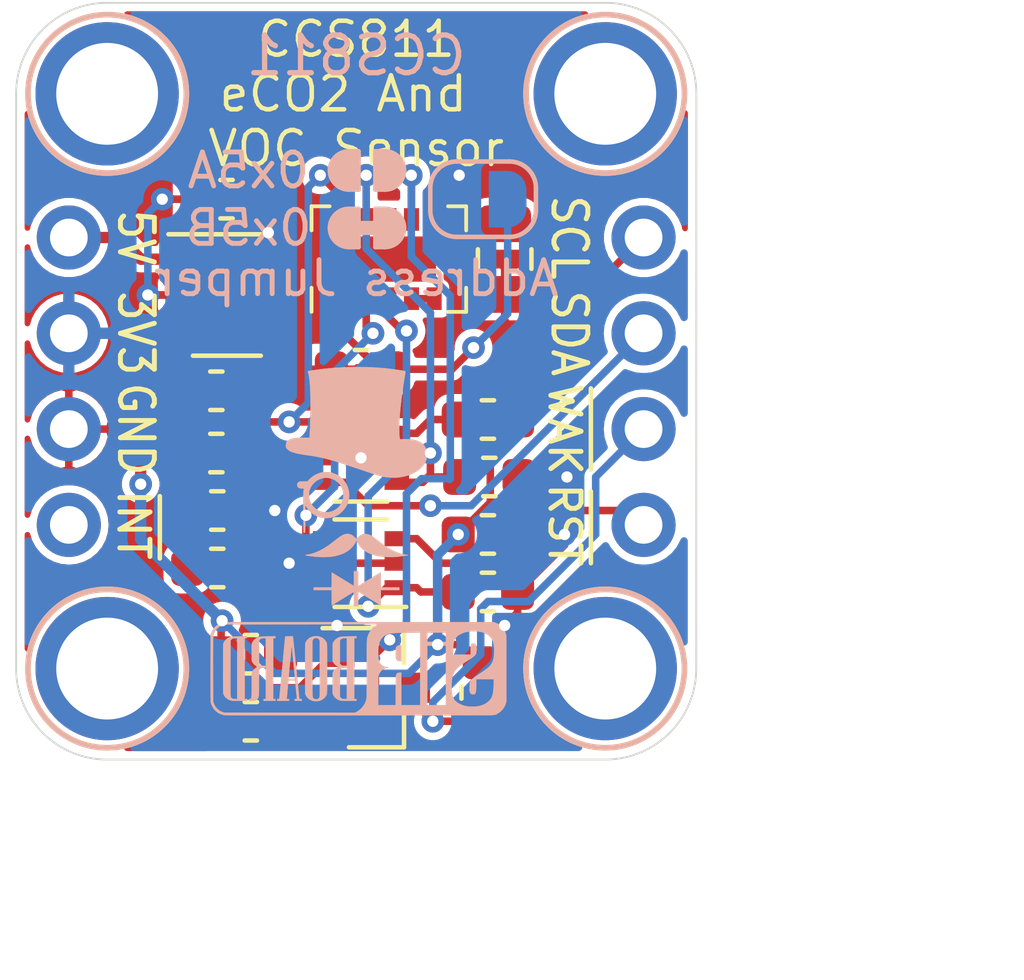
<source format=kicad_pcb>
(kicad_pcb (version 20171130) (host pcbnew "(5.1.2)-2")

  (general
    (thickness 1.6)
    (drawings 146)
    (tracks 212)
    (zones 0)
    (modules 28)
    (nets 19)
  )

  (page User 132.004 102.006)
  (title_block
    (title "CCS811 Breakout with 5V Level Shift")
    (date 2020-01-09)
    (rev 1)
    (company SirBoard)
    (comment 1 "TVOC Range = 0ppb - 64000ppb ")
    (comment 2 "eCO2 Range = 400ppm - 64000ppm ")
    (comment 3 "400kHz I2C")
    (comment 4 "Digital eCO2 and VOC Sensor")
  )

  (layers
    (0 F.Cu signal)
    (31 B.Cu signal)
    (32 B.Adhes user hide)
    (33 F.Adhes user hide)
    (34 B.Paste user hide)
    (35 F.Paste user hide)
    (36 B.SilkS user)
    (37 F.SilkS user)
    (38 B.Mask user hide)
    (39 F.Mask user hide)
    (40 Dwgs.User user)
    (41 Cmts.User user hide)
    (42 Eco1.User user hide)
    (43 Eco2.User user hide)
    (44 Edge.Cuts user)
    (45 Margin user hide)
    (46 B.CrtYd user hide)
    (47 F.CrtYd user hide)
    (48 B.Fab user hide)
    (49 F.Fab user hide)
  )

  (setup
    (last_trace_width 0.127)
    (user_trace_width 0.2)
    (user_trace_width 0.25)
    (user_trace_width 0.3)
    (user_trace_width 0.4)
    (user_trace_width 0.5)
    (user_trace_width 0.6)
    (user_trace_width 0.7)
    (user_trace_width 0.8)
    (user_trace_width 0.9)
    (user_trace_width 1)
    (trace_clearance 0.127)
    (zone_clearance 0.2)
    (zone_45_only no)
    (trace_min 0.127)
    (via_size 0.6)
    (via_drill 0.3)
    (via_min_size 0.6)
    (via_min_drill 0.3)
    (uvia_size 0.4)
    (uvia_drill 0.2)
    (uvias_allowed no)
    (uvia_min_size 0.4)
    (uvia_min_drill 0.1)
    (edge_width 0.05)
    (segment_width 0.2)
    (pcb_text_width 0.3)
    (pcb_text_size 1.5 1.5)
    (mod_edge_width 0.12)
    (mod_text_size 1 1)
    (mod_text_width 0.15)
    (pad_size 1.2 2.2)
    (pad_drill 0)
    (pad_to_mask_clearance 0)
    (solder_mask_min_width 0.1)
    (aux_axis_origin 0 0)
    (visible_elements 7FFFFFFF)
    (pcbplotparams
      (layerselection 0x010fc_ffffffff)
      (usegerberextensions false)
      (usegerberattributes false)
      (usegerberadvancedattributes false)
      (creategerberjobfile false)
      (excludeedgelayer true)
      (linewidth 0.100000)
      (plotframeref false)
      (viasonmask false)
      (mode 1)
      (useauxorigin false)
      (hpglpennumber 1)
      (hpglpenspeed 20)
      (hpglpendiameter 15.000000)
      (psnegative false)
      (psa4output false)
      (plotreference true)
      (plotvalue true)
      (plotinvisibletext false)
      (padsonsilk false)
      (subtractmaskfromsilk false)
      (outputformat 1)
      (mirror false)
      (drillshape 1)
      (scaleselection 1)
      (outputdirectory ""))
  )

  (net 0 "")
  (net 1 GND)
  (net 2 5V)
  (net 3 3V3)
  (net 4 "Net-(U1-Pad4)")
  (net 5 SCL_5V)
  (net 6 SDA_3V3)
  (net 7 SDA_5V)
  (net 8 SCL_3V3)
  (net 9 "Net-(U2-Pad8)")
  (net 10 nINT5V)
  (net 11 nRST_5V)
  (net 12 nWake_5V)
  (net 13 "Net-(JP1-Pad2)")
  (net 14 nWake_3V3)
  (net 15 nINT_5V)
  (net 16 nRST_3V3)
  (net 17 nINT3V3)
  (net 18 "Net-(U2-Pad4)")

  (net_class Default "This is the default net class."
    (clearance 0.127)
    (trace_width 0.127)
    (via_dia 0.6)
    (via_drill 0.3)
    (uvia_dia 0.4)
    (uvia_drill 0.2)
    (add_net 3V3)
    (add_net 5V)
    (add_net GND)
    (add_net "Net-(JP1-Pad2)")
    (add_net "Net-(U1-Pad4)")
    (add_net "Net-(U2-Pad4)")
    (add_net "Net-(U2-Pad8)")
    (add_net SCL_3V3)
    (add_net SCL_5V)
    (add_net SDA_3V3)
    (add_net SDA_5V)
    (add_net nINT3V3)
    (add_net nINT5V)
    (add_net nINT_5V)
    (add_net nRST_3V3)
    (add_net nRST_5V)
    (add_net nWake_3V3)
    (add_net nWake_5V)
  )

  (module logo:logo63x89 (layer B.Cu) (tedit 0) (tstamp 5E179786)
    (at 64.262 35.941 180)
    (fp_text reference G*** (at 0 0) (layer B.SilkS) hide
      (effects (font (size 1.524 1.524) (thickness 0.3)) (justify mirror))
    )
    (fp_text value LOGO (at 0.75 0) (layer B.SilkS) hide
      (effects (font (size 1.524 1.524) (thickness 0.3)) (justify mirror))
    )
    (fp_poly (pts (xy 0.294608 3.163061) (xy 0.571806 3.147075) (xy 0.845525 3.12179) (xy 1.112846 3.087234)
      (xy 1.1557 3.080712) (xy 1.205559 3.073027) (xy 1.240937 3.067267) (xy 1.26402 3.062384)
      (xy 1.276999 3.057331) (xy 1.28206 3.05106) (xy 1.281394 3.042525) (xy 1.277187 3.030677)
      (xy 1.274652 3.023788) (xy 1.26104 2.975414) (xy 1.248531 2.91085) (xy 1.237236 2.830812)
      (xy 1.227262 2.736013) (xy 1.223018 2.686005) (xy 1.218452 2.613652) (xy 1.214914 2.526733)
      (xy 1.212387 2.427586) (xy 1.210853 2.318547) (xy 1.210297 2.201952) (xy 1.210701 2.080137)
      (xy 1.212048 1.955439) (xy 1.214321 1.830193) (xy 1.217504 1.706737) (xy 1.221579 1.587406)
      (xy 1.226531 1.474536) (xy 1.232341 1.370465) (xy 1.232537 1.367366) (xy 1.237378 1.291166)
      (xy 1.389606 1.293975) (xy 1.494696 1.293609) (xy 1.584608 1.288254) (xy 1.660385 1.277783)
      (xy 1.723067 1.262072) (xy 1.755989 1.249565) (xy 1.802744 1.224372) (xy 1.834625 1.195291)
      (xy 1.853673 1.159268) (xy 1.861927 1.113251) (xy 1.862666 1.089911) (xy 1.86176 1.058721)
      (xy 1.857543 1.037582) (xy 1.847767 1.019644) (xy 1.833954 1.002437) (xy 1.805293 0.974383)
      (xy 1.769206 0.949262) (xy 1.724366 0.926655) (xy 1.669445 0.906139) (xy 1.603117 0.887293)
      (xy 1.524056 0.869697) (xy 1.430934 0.852929) (xy 1.322424 0.836569) (xy 1.302958 0.83388)
      (xy 1.134803 0.808425) (xy 0.976069 0.778909) (xy 0.819435 0.7438) (xy 0.657581 0.701565)
      (xy 0.618066 0.690459) (xy 0.589196 0.681835) (xy 0.546072 0.668389) (xy 0.49049 0.650709)
      (xy 0.42424 0.629383) (xy 0.349117 0.604999) (xy 0.266914 0.578144) (xy 0.179423 0.549409)
      (xy 0.088438 0.519379) (xy -0.004248 0.488643) (xy -0.096842 0.45779) (xy -0.187552 0.427408)
      (xy -0.274583 0.398084) (xy -0.311148 0.385703) (xy -0.396359 0.356954) (xy -0.467901 0.333229)
      (xy -0.528062 0.313876) (xy -0.579127 0.298245) (xy -0.623382 0.285683) (xy -0.663113 0.275541)
      (xy -0.700606 0.267166) (xy -0.738148 0.259907) (xy -0.7747 0.253655) (xy -0.826831 0.246959)
      (xy -0.887987 0.241974) (xy -0.953191 0.238851) (xy -1.017467 0.237737) (xy -1.075838 0.238783)
      (xy -1.123326 0.242138) (xy -1.130301 0.242994) (xy -1.268862 0.267698) (xy -1.394466 0.303136)
      (xy -1.507331 0.349409) (xy -1.607673 0.406613) (xy -1.695713 0.474848) (xy -1.739521 0.5177)
      (xy -1.796628 0.586461) (xy -1.837976 0.655473) (xy -1.864599 0.727169) (xy -1.87753 0.803983)
      (xy -1.879187 0.846667) (xy -1.872156 0.931089) (xy -1.851093 1.006044) (xy -1.816039 1.071479)
      (xy -1.767038 1.12734) (xy -1.704132 1.173574) (xy -1.627363 1.210127) (xy -1.57474 1.22737)
      (xy -1.515249 1.240471) (xy -1.444985 1.250129) (xy -1.36985 1.255855) (xy -1.295745 1.257161)
      (xy -1.24315 1.25485) (xy -1.161266 1.248521) (xy -1.156405 1.272826) (xy -1.146634 1.339587)
      (xy -1.140746 1.421782) (xy -1.13866 1.518384) (xy -1.140292 1.628364) (xy -1.145562 1.750694)
      (xy -1.154386 1.884346) (xy -1.166683 2.028293) (xy -1.18237 2.181505) (xy -1.201366 2.342956)
      (xy -1.223587 2.511616) (xy -1.248953 2.686459) (xy -1.27738 2.866455) (xy -1.289639 2.939955)
      (xy -1.297329 2.98647) (xy -1.302067 3.018943) (xy -1.303992 3.039982) (xy -1.303242 3.052193)
      (xy -1.299955 3.058185) (xy -1.296017 3.060135) (xy -1.279578 3.063759) (xy -1.249509 3.069312)
      (xy -1.208934 3.076274) (xy -1.160979 3.084127) (xy -1.108768 3.092349) (xy -1.055427 3.100421)
      (xy -1.0414 3.102484) (xy -0.790594 3.13343) (xy -0.52867 3.154932) (xy -0.258549 3.167018)
      (xy 0.01685 3.169718) (xy 0.294608 3.163061)) (layer B.SilkS) (width 0.01))
    (fp_poly (pts (xy 0.848142 0.381208) (xy 0.909974 0.374338) (xy 0.934034 0.369465) (xy 1.017983 0.342044)
      (xy 1.100067 0.301697) (xy 1.175818 0.2511) (xy 1.240767 0.192927) (xy 1.254901 0.177389)
      (xy 1.291166 0.135658) (xy 1.398983 0.135562) (xy 1.443468 0.135405) (xy 1.474472 0.134605)
      (xy 1.495444 0.13253) (xy 1.509835 0.128549) (xy 1.521097 0.12203) (xy 1.53268 0.11234)
      (xy 1.534449 0.110761) (xy 1.551614 0.093071) (xy 1.559753 0.075496) (xy 1.562058 0.050321)
      (xy 1.5621 0.043917) (xy 1.556852 0.006725) (xy 1.540371 -0.020557) (xy 1.511555 -0.038696)
      (xy 1.469297 -0.048458) (xy 1.425756 -0.050753) (xy 1.382547 -0.0508) (xy 1.392651 -0.091017)
      (xy 1.394827 -0.104575) (xy 1.396619 -0.127004) (xy 1.398036 -0.159252) (xy 1.399089 -0.202264)
      (xy 1.399787 -0.256988) (xy 1.400142 -0.32437) (xy 1.400161 -0.405357) (xy 1.399856 -0.500895)
      (xy 1.399237 -0.611932) (xy 1.3988 -0.675217) (xy 1.394844 -1.2192) (xy 1.354846 -1.2192)
      (xy 1.352639 -0.853017) (xy 1.350433 -0.486834) (xy 1.323709 -0.5334) (xy 1.268153 -0.614049)
      (xy 1.201861 -0.682866) (xy 1.126597 -0.739441) (xy 1.044125 -0.783366) (xy 0.95621 -0.814232)
      (xy 0.864614 -0.83163) (xy 0.771102 -0.835151) (xy 0.677439 -0.824386) (xy 0.585387 -0.798926)
      (xy 0.496711 -0.758362) (xy 0.457199 -0.734293) (xy 0.43476 -0.717239) (xy 0.405345 -0.691851)
      (xy 0.373526 -0.662177) (xy 0.354966 -0.643778) (xy 0.291916 -0.567767) (xy 0.243074 -0.483091)
      (xy 0.208964 -0.391057) (xy 0.190109 -0.292972) (xy 0.187074 -0.237045) (xy 0.338515 -0.237045)
      (xy 0.346999 -0.315719) (xy 0.369533 -0.393307) (xy 0.406698 -0.468082) (xy 0.453178 -0.5316)
      (xy 0.511858 -0.587115) (xy 0.580826 -0.630974) (xy 0.657284 -0.662271) (xy 0.738436 -0.680101)
      (xy 0.821485 -0.683557) (xy 0.893233 -0.674139) (xy 0.97638 -0.647672) (xy 1.051504 -0.606843)
      (xy 1.11731 -0.552828) (xy 1.172506 -0.486803) (xy 1.215799 -0.409943) (xy 1.233701 -0.364556)
      (xy 1.246135 -0.312566) (xy 1.252482 -0.251653) (xy 1.252591 -0.188644) (xy 1.246309 -0.130367)
      (xy 1.239559 -0.10102) (xy 1.207396 -0.020588) (xy 1.161425 0.051645) (xy 1.103414 0.114052)
      (xy 1.03513 0.165002) (xy 0.95834 0.202868) (xy 0.88724 0.223645) (xy 0.841123 0.232166)
      (xy 0.80434 0.235913) (xy 0.769985 0.234914) (xy 0.731153 0.229197) (xy 0.706966 0.224384)
      (xy 0.623897 0.199141) (xy 0.550244 0.16118) (xy 0.486587 0.112225) (xy 0.433505 0.054004)
      (xy 0.391578 -0.01176) (xy 0.361384 -0.08334) (xy 0.343504 -0.15901) (xy 0.338515 -0.237045)
      (xy 0.187074 -0.237045) (xy 0.186266 -0.222173) (xy 0.194445 -0.125221) (xy 0.218159 -0.032159)
      (xy 0.256171 0.055462) (xy 0.307244 0.136093) (xy 0.370142 0.208183) (xy 0.44363 0.270183)
      (xy 0.526469 0.320543) (xy 0.617425 0.357713) (xy 0.657911 0.369058) (xy 0.714914 0.378558)
      (xy 0.780723 0.382611) (xy 0.848142 0.381208)) (layer B.SilkS) (width 0.01))
    (fp_poly (pts (xy 0.277666 -1.259842) (xy 0.315987 -1.270149) (xy 0.340339 -1.278993) (xy 0.366514 -1.291478)
      (xy 0.396307 -1.308801) (xy 0.431509 -1.332163) (xy 0.473914 -1.362763) (xy 0.525314 -1.4018)
      (xy 0.587504 -1.450473) (xy 0.598126 -1.45888) (xy 0.728848 -1.556458) (xy 0.85485 -1.638332)
      (xy 0.975991 -1.70443) (xy 1.092127 -1.754679) (xy 1.203115 -1.789008) (xy 1.286187 -1.804708)
      (xy 1.317528 -1.809142) (xy 1.337997 -1.813029) (xy 1.346722 -1.816769) (xy 1.342832 -1.820765)
      (xy 1.325456 -1.825418) (xy 1.293721 -1.831128) (xy 1.246758 -1.838297) (xy 1.198033 -1.845295)
      (xy 1.074247 -1.859396) (xy 0.950036 -1.866991) (xy 0.828936 -1.868099) (xy 0.714487 -1.862739)
      (xy 0.610228 -1.850933) (xy 0.55862 -1.841721) (xy 0.440667 -1.81091) (xy 0.334383 -1.769725)
      (xy 0.240354 -1.718557) (xy 0.159163 -1.657792) (xy 0.091397 -1.587822) (xy 0.03764 -1.509035)
      (xy 0.026212 -1.487518) (xy -0.005006 -1.425377) (xy -0.028011 -1.472572) (xy -0.078998 -1.55819)
      (xy -0.143494 -1.633714) (xy -0.221328 -1.699032) (xy -0.31233 -1.754033) (xy -0.416331 -1.798603)
      (xy -0.533158 -1.832632) (xy -0.593607 -1.845163) (xy -0.654366 -1.853927) (xy -0.72725 -1.860692)
      (xy -0.807546 -1.865283) (xy -0.890545 -1.867526) (xy -0.971536 -1.867244) (xy -1.045807 -1.864264)
      (xy -1.066801 -1.862759) (xy -1.098101 -1.859681) (xy -1.137644 -1.854979) (xy -1.18225 -1.849124)
      (xy -1.228744 -1.842589) (xy -1.273947 -1.835846) (xy -1.314683 -1.829367) (xy -1.347774 -1.823625)
      (xy -1.370043 -1.819093) (xy -1.37817 -1.816474) (xy -1.371708 -1.814576) (xy -1.35252 -1.811726)
      (xy -1.324741 -1.808537) (xy -1.324373 -1.808499) (xy -1.231302 -1.79363) (xy -1.136422 -1.767618)
      (xy -1.03867 -1.729922) (xy -0.936985 -1.68) (xy -0.830304 -1.617311) (xy -0.717565 -1.541314)
      (xy -0.597705 -1.451466) (xy -0.550334 -1.413791) (xy -0.495945 -1.370673) (xy -0.451376 -1.337332)
      (xy -0.413971 -1.312099) (xy -0.381075 -1.293304) (xy -0.350029 -1.279275) (xy -0.319827 -1.26884)
      (xy -0.253545 -1.256661) (xy -0.190402 -1.261014) (xy -0.131226 -1.281656) (xy -0.076844 -1.318343)
      (xy -0.045611 -1.349367) (xy -0.006623 -1.393588) (xy 0.045372 -1.341637) (xy 0.083566 -1.30709)
      (xy 0.118925 -1.283687) (xy 0.146367 -1.271376) (xy 0.191459 -1.257917) (xy 0.233095 -1.254088)
      (xy 0.277666 -1.259842)) (layer B.SilkS) (width 0.01))
    (fp_poly (pts (xy 0.059266 -2.439106) (xy 0.059544 -2.494396) (xy 0.060322 -2.543378) (xy 0.06152 -2.583738)
      (xy 0.063058 -2.613161) (xy 0.064853 -2.629334) (xy 0.066003 -2.631722) (xy 0.074999 -2.626632)
      (xy 0.096134 -2.614093) (xy 0.1271 -2.595493) (xy 0.165591 -2.572217) (xy 0.2093 -2.545652)
      (xy 0.216287 -2.541394) (xy 0.274245 -2.506062) (xy 0.340354 -2.46576) (xy 0.408304 -2.424335)
      (xy 0.471786 -2.385633) (xy 0.503766 -2.366135) (xy 0.647699 -2.278382) (xy 0.649969 -2.476925)
      (xy 0.652239 -2.675467) (xy 1.126066 -2.675467) (xy 1.126066 -2.7432) (xy 0.652234 -2.7432)
      (xy 0.649967 -2.945489) (xy 0.647699 -3.147778) (xy 0.50722 -3.061906) (xy 0.45154 -3.027867)
      (xy 0.38731 -2.988597) (xy 0.320426 -2.9477) (xy 0.256782 -2.908781) (xy 0.217925 -2.885017)
      (xy 0.172985 -2.857671) (xy 0.133011 -2.833613) (xy 0.100222 -2.814155) (xy 0.076835 -2.800612)
      (xy 0.065069 -2.794296) (xy 0.064188 -2.794) (xy 0.062758 -2.802064) (xy 0.061492 -2.824644)
      (xy 0.060452 -2.859324) (xy 0.059704 -2.903687) (xy 0.05931 -2.955317) (xy 0.059266 -2.980267)
      (xy 0.059266 -3.166533) (xy -0.050483 -3.166533) (xy -0.052758 -2.976146) (xy -0.055034 -2.785759)
      (xy -0.14069 -2.839341) (xy -0.175231 -2.860812) (xy -0.205207 -2.879194) (xy -0.227316 -2.892477)
      (xy -0.238056 -2.89856) (xy -0.248122 -2.904332) (xy -0.270621 -2.91778) (xy -0.303571 -2.9377)
      (xy -0.344987 -2.962888) (xy -0.392885 -2.992139) (xy -0.445281 -3.024251) (xy -0.448734 -3.026371)
      (xy -0.6477 -3.148546) (xy -0.649968 -2.945873) (xy -0.652235 -2.7432) (xy -1.143001 -2.7432)
      (xy -1.143001 -2.675467) (xy -0.651934 -2.675467) (xy -0.651934 -2.4765) (xy -0.651794 -2.420486)
      (xy -0.651402 -2.370572) (xy -0.650798 -2.329099) (xy -0.650023 -2.298402) (xy -0.649116 -2.280822)
      (xy -0.648493 -2.277533) (xy -0.640429 -2.28172) (xy -0.620666 -2.293209) (xy -0.591907 -2.310399)
      (xy -0.556855 -2.331683) (xy -0.544777 -2.339082) (xy -0.500282 -2.366345) (xy -0.447084 -2.398868)
      (xy -0.390955 -2.433126) (xy -0.33767 -2.465592) (xy -0.321734 -2.475287) (xy -0.273836 -2.504453)
      (xy -0.224247 -2.534712) (xy -0.17765 -2.563203) (xy -0.138726 -2.587066) (xy -0.124884 -2.59558)
      (xy -0.0508 -2.641214) (xy -0.0508 -2.243667) (xy 0.059266 -2.243667) (xy 0.059266 -2.439106)) (layer B.SilkS) (width 0.01))
  )

  (module logo:SirBoard79x25 (layer B.Cu) (tedit 0) (tstamp 5E17988F)
    (at 64.3255 40.767 180)
    (fp_text reference G*** (at 0 0) (layer B.SilkS) hide
      (effects (font (size 1.524 1.524) (thickness 0.3)) (justify mirror))
    )
    (fp_text value LOGO (at 0.75 0) (layer B.SilkS) hide
      (effects (font (size 1.524 1.524) (thickness 0.3)) (justify mirror))
    )
    (fp_poly (pts (xy -1.067894 0.616209) (xy -1.037114 0.605597) (xy -1.013589 0.58799) (xy -0.997428 0.563454)
      (xy -0.992851 0.551063) (xy -0.99047 0.537697) (xy -0.98852 0.516093) (xy -0.987015 0.488161)
      (xy -0.985972 0.455816) (xy -0.985404 0.420968) (xy -0.985327 0.385531) (xy -0.985757 0.351416)
      (xy -0.986708 0.320537) (xy -0.988196 0.294805) (xy -0.990236 0.276133) (xy -0.990649 0.273744)
      (xy -0.998864 0.246253) (xy -1.012466 0.225735) (xy -1.032439 0.211475) (xy -1.059768 0.202756)
      (xy -1.09347 0.198952) (xy -1.13284 0.197045) (xy -1.13284 0.61976) (xy -1.105823 0.61976)
      (xy -1.067894 0.616209)) (layer B.SilkS) (width 0.01))
    (fp_poly (pts (xy 3.15849 0.852036) (xy 3.211017 0.85129) (xy 3.254415 0.850504) (xy 3.289711 0.849627)
      (xy 3.317935 0.848611) (xy 3.340117 0.847407) (xy 3.357286 0.845965) (xy 3.370472 0.844236)
      (xy 3.380703 0.842171) (xy 3.384177 0.841246) (xy 3.435209 0.822322) (xy 3.480827 0.796665)
      (xy 3.520065 0.765113) (xy 3.551957 0.728506) (xy 3.575539 0.687682) (xy 3.583106 0.668386)
      (xy 3.584347 0.664078) (xy 3.585462 0.65854) (xy 3.586457 0.651237) (xy 3.587339 0.641635)
      (xy 3.588114 0.629198) (xy 3.588789 0.613391) (xy 3.589371 0.59368) (xy 3.589867 0.569528)
      (xy 3.590283 0.540402) (xy 3.590626 0.505766) (xy 3.590903 0.465086) (xy 3.591121 0.417826)
      (xy 3.591286 0.363451) (xy 3.591406 0.301427) (xy 3.591486 0.231217) (xy 3.591534 0.152289)
      (xy 3.591556 0.064105) (xy 3.59156 -0.002649) (xy 3.591556 -0.097004) (xy 3.591539 -0.181742)
      (xy 3.591501 -0.257408) (xy 3.591434 -0.324544) (xy 3.59133 -0.383695) (xy 3.591182 -0.435403)
      (xy 3.590981 -0.480213) (xy 3.590719 -0.518668) (xy 3.590389 -0.551311) (xy 3.589982 -0.578687)
      (xy 3.58949 -0.601338) (xy 3.588906 -0.619809) (xy 3.588222 -0.634642) (xy 3.587429 -0.646382)
      (xy 3.58652 -0.655572) (xy 3.585487 -0.662755) (xy 3.584322 -0.668476) (xy 3.583017 -0.673277)
      (xy 3.581703 -0.677298) (xy 3.56271 -0.717497) (xy 3.535073 -0.754639) (xy 3.500123 -0.787588)
      (xy 3.459193 -0.815208) (xy 3.413614 -0.836363) (xy 3.384438 -0.845519) (xy 3.374698 -0.847623)
      (xy 3.362624 -0.849335) (xy 3.347163 -0.850691) (xy 3.327266 -0.851729) (xy 3.301881 -0.852484)
      (xy 3.269957 -0.852995) (xy 3.230445 -0.853297) (xy 3.182293 -0.853427) (xy 3.157756 -0.85344)
      (xy 2.96164 -0.85344) (xy 2.96164 -0.808548) (xy 3.21564 -0.808548) (xy 3.278686 -0.806864)
      (xy 3.305099 -0.806061) (xy 3.323542 -0.805011) (xy 3.336205 -0.80326) (xy 3.345277 -0.800351)
      (xy 3.352946 -0.795831) (xy 3.360702 -0.789812) (xy 3.374671 -0.776285) (xy 3.386522 -0.761161)
      (xy 3.389141 -0.756792) (xy 3.390436 -0.754103) (xy 3.391606 -0.750771) (xy 3.392656 -0.7463)
      (xy 3.393591 -0.740193) (xy 3.394417 -0.731954) (xy 3.395139 -0.721085) (xy 3.395762 -0.70709)
      (xy 3.396293 -0.689473) (xy 3.396735 -0.667737) (xy 3.397095 -0.641385) (xy 3.397378 -0.609921)
      (xy 3.397588 -0.572847) (xy 3.397733 -0.529668) (xy 3.397816 -0.479887) (xy 3.397843 -0.423007)
      (xy 3.397819 -0.358531) (xy 3.397751 -0.285963) (xy 3.397642 -0.204806) (xy 3.397499 -0.114564)
      (xy 3.397327 -0.01474) (xy 3.397296 0.00254) (xy 3.39598 0.74422) (xy 3.381602 0.763015)
      (xy 3.364979 0.780383) (xy 3.344626 0.792821) (xy 3.318772 0.80101) (xy 3.285648 0.805631)
      (xy 3.268114 0.806718) (xy 3.21564 0.809052) (xy 3.21564 -0.808548) (xy 2.96164 -0.808548)
      (xy 2.96164 -0.80772) (xy 3.0226 -0.80772) (xy 3.0226 0.80772) (xy 2.96164 0.80772)
      (xy 2.96164 0.854579) (xy 3.15849 0.852036)) (layer B.SilkS) (width 0.01))
    (fp_poly (pts (xy 2.40157 0.852036) (xy 2.454097 0.85129) (xy 2.497495 0.850504) (xy 2.532791 0.849627)
      (xy 2.561015 0.848611) (xy 2.583197 0.847407) (xy 2.600366 0.845965) (xy 2.613552 0.844236)
      (xy 2.623783 0.842171) (xy 2.627257 0.841246) (xy 2.678364 0.822302) (xy 2.723994 0.796641)
      (xy 2.763203 0.765088) (xy 2.795046 0.728467) (xy 2.818579 0.687604) (xy 2.826484 0.667214)
      (xy 2.828608 0.659912) (xy 2.830339 0.651425) (xy 2.831708 0.640753) (xy 2.832744 0.626893)
      (xy 2.833475 0.608841) (xy 2.833933 0.585596) (xy 2.834145 0.556155) (xy 2.834142 0.519515)
      (xy 2.833952 0.474675) (xy 2.833624 0.423374) (xy 2.8321 0.20574) (xy 2.815623 0.172064)
      (xy 2.79562 0.140268) (xy 2.768317 0.109746) (xy 2.736476 0.083175) (xy 2.703658 0.063606)
      (xy 2.687908 0.055658) (xy 2.676592 0.049056) (xy 2.672085 0.045188) (xy 2.67208 0.045122)
      (xy 2.676333 0.041224) (xy 2.686633 0.036564) (xy 2.68726 0.036342) (xy 2.711803 0.024591)
      (xy 2.73869 0.006524) (xy 2.764985 -0.015496) (xy 2.787751 -0.039104) (xy 2.798694 -0.05334)
      (xy 2.805218 -0.062783) (xy 2.810832 -0.071152) (xy 2.815609 -0.079253) (xy 2.819624 -0.08789)
      (xy 2.822952 -0.097871) (xy 2.825665 -0.110001) (xy 2.827838 -0.125085) (xy 2.829546 -0.14393)
      (xy 2.830861 -0.167341) (xy 2.831859 -0.196125) (xy 2.832613 -0.231086) (xy 2.833198 -0.273032)
      (xy 2.833686 -0.322768) (xy 2.834154 -0.3811) (xy 2.83464 -0.4445) (xy 2.835169 -0.511474)
      (xy 2.835668 -0.569042) (xy 2.836189 -0.617957) (xy 2.836785 -0.658972) (xy 2.837509 -0.692841)
      (xy 2.838414 -0.720316) (xy 2.839551 -0.742151) (xy 2.840975 -0.759098) (xy 2.842737 -0.771913)
      (xy 2.84489 -0.781346) (xy 2.847488 -0.788153) (xy 2.850582 -0.793086) (xy 2.854226 -0.796897)
      (xy 2.858471 -0.800342) (xy 2.859599 -0.801208) (xy 2.870714 -0.805987) (xy 2.88163 -0.807558)
      (xy 2.890168 -0.80843) (xy 2.894255 -0.812609) (xy 2.895518 -0.822835) (xy 2.8956 -0.831056)
      (xy 2.8956 -0.854392) (xy 2.82321 -0.852305) (xy 2.792619 -0.851193) (xy 2.770064 -0.849702)
      (xy 2.753418 -0.847546) (xy 2.740558 -0.844436) (xy 2.729359 -0.840087) (xy 2.72796 -0.839437)
      (xy 2.698888 -0.821122) (xy 2.676401 -0.796385) (xy 2.66011 -0.764571) (xy 2.649627 -0.725027)
      (xy 2.646435 -0.702089) (xy 2.645586 -0.688946) (xy 2.644785 -0.666699) (xy 2.644044 -0.636402)
      (xy 2.643379 -0.599112) (xy 2.642804 -0.555884) (xy 2.642333 -0.507773) (xy 2.641981 -0.455835)
      (xy 2.641761 -0.401125) (xy 2.64169 -0.352784) (xy 2.6416 -0.047709) (xy 2.626936 -0.024586)
      (xy 2.612339 -0.006046) (xy 2.594442 0.007421) (xy 2.571516 0.016545) (xy 2.541834 0.022058)
      (xy 2.511194 0.024398) (xy 2.45872 0.026732) (xy 2.45872 -0.80772) (xy 2.51968 -0.80772)
      (xy 2.51968 -0.85344) (xy 2.20472 -0.85344) (xy 2.20472 -0.80772) (xy 2.26568 -0.80772)
      (xy 2.26568 0.070292) (xy 2.45872 0.070292) (xy 2.521766 0.071976) (xy 2.548179 0.072779)
      (xy 2.566622 0.073829) (xy 2.579285 0.07558) (xy 2.588357 0.078489) (xy 2.596026 0.083009)
      (xy 2.603782 0.089028) (xy 2.611472 0.095132) (xy 2.618053 0.10057) (xy 2.623606 0.106142)
      (xy 2.628214 0.112646) (xy 2.631961 0.12088) (xy 2.634929 0.131643) (xy 2.637201 0.145734)
      (xy 2.638861 0.163951) (xy 2.63999 0.187092) (xy 2.640672 0.215958) (xy 2.64099 0.251345)
      (xy 2.641026 0.294053) (xy 2.640864 0.34488) (xy 2.640586 0.404625) (xy 2.640413 0.44196)
      (xy 2.63906 0.74422) (xy 2.624682 0.763015) (xy 2.608059 0.780383) (xy 2.587706 0.792821)
      (xy 2.561852 0.80101) (xy 2.528728 0.805631) (xy 2.511194 0.806718) (xy 2.45872 0.809052)
      (xy 2.45872 0.070292) (xy 2.26568 0.070292) (xy 2.26568 0.80772) (xy 2.20472 0.80772)
      (xy 2.20472 0.854579) (xy 2.40157 0.852036)) (layer B.SilkS) (width 0.01))
    (fp_poly (pts (xy 1.804558 0.853945) (xy 1.831517 0.853664) (xy 1.859294 0.853159) (xy 1.886037 0.852464)
      (xy 1.909893 0.851611) (xy 1.929009 0.850635) (xy 1.941533 0.849567) (xy 1.94564 0.848527)
      (xy 1.946112 0.842677) (xy 1.947488 0.827368) (xy 1.949705 0.803255) (xy 1.952702 0.770994)
      (xy 1.956415 0.73124) (xy 1.960783 0.684647) (xy 1.965743 0.631871) (xy 1.971234 0.573567)
      (xy 1.977193 0.51039) (xy 1.983558 0.442995) (xy 1.990267 0.372038) (xy 1.997257 0.298173)
      (xy 2.004467 0.222056) (xy 2.011834 0.144342) (xy 2.019296 0.065685) (xy 2.026791 -0.013258)
      (xy 2.034256 -0.091833) (xy 2.04163 -0.169385) (xy 2.04885 -0.245258) (xy 2.055854 -0.318798)
      (xy 2.06258 -0.389348) (xy 2.068965 -0.456255) (xy 2.074948 -0.518863) (xy 2.080466 -0.576517)
      (xy 2.085458 -0.628561) (xy 2.08986 -0.674341) (xy 2.093611 -0.713202) (xy 2.096648 -0.744487)
      (xy 2.09891 -0.767543) (xy 2.100334 -0.781713) (xy 2.100816 -0.78613) (xy 2.103742 -0.80772)
      (xy 2.159 -0.80772) (xy 2.159 -0.85344) (xy 1.84404 -0.85344) (xy 1.84404 -0.80772)
      (xy 1.87452 -0.80772) (xy 1.891392 -0.807509) (xy 1.900498 -0.806102) (xy 1.904234 -0.802339)
      (xy 1.904994 -0.795059) (xy 1.905 -0.792943) (xy 1.904545 -0.784879) (xy 1.903247 -0.767814)
      (xy 1.901199 -0.742863) (xy 1.898499 -0.71114) (xy 1.895241 -0.673762) (xy 1.891521 -0.631843)
      (xy 1.887436 -0.586499) (xy 1.88468 -0.55626) (xy 1.880421 -0.509541) (xy 1.876466 -0.465729)
      (xy 1.872908 -0.425906) (xy 1.869844 -0.391156) (xy 1.867367 -0.362562) (xy 1.865573 -0.341206)
      (xy 1.864558 -0.328171) (xy 1.86436 -0.324656) (xy 1.863829 -0.321205) (xy 1.861321 -0.318687)
      (xy 1.85546 -0.316953) (xy 1.84487 -0.31586) (xy 1.828175 -0.31526) (xy 1.804001 -0.315009)
      (xy 1.77292 -0.31496) (xy 1.743709 -0.315125) (xy 1.71836 -0.315585) (xy 1.698474 -0.316284)
      (xy 1.685654 -0.317167) (xy 1.68148 -0.318104) (xy 1.680994 -0.323651) (xy 1.679603 -0.338288)
      (xy 1.677408 -0.360996) (xy 1.674506 -0.390754) (xy 1.670999 -0.426542) (xy 1.666986 -0.467341)
      (xy 1.662566 -0.51213) (xy 1.65862 -0.552017) (xy 1.653915 -0.599772) (xy 1.649537 -0.644731)
      (xy 1.645587 -0.685819) (xy 1.642165 -0.721962) (xy 1.639372 -0.752083) (xy 1.637309 -0.775109)
      (xy 1.636078 -0.789964) (xy 1.63576 -0.795252) (xy 1.636516 -0.802395) (xy 1.640443 -0.806115)
      (xy 1.650021 -0.807519) (xy 1.6637 -0.80772) (xy 1.69164 -0.80772) (xy 1.69164 -0.85344)
      (xy 1.50876 -0.85344) (xy 1.50876 -0.808204) (xy 1.540323 -0.806692) (xy 1.571887 -0.80518)
      (xy 1.627163 -0.26543) (xy 1.686417 -0.26543) (xy 1.687237 -0.268671) (xy 1.690511 -0.271018)
      (xy 1.697635 -0.272612) (xy 1.710007 -0.273595) (xy 1.729024 -0.274111) (xy 1.756083 -0.274302)
      (xy 1.773619 -0.27432) (xy 1.860678 -0.27432) (xy 1.85773 -0.24765) (xy 1.856666 -0.236944)
      (xy 1.854836 -0.217323) (xy 1.852348 -0.189992) (xy 1.84931 -0.156156) (xy 1.845832 -0.117022)
      (xy 1.842019 -0.073797) (xy 1.837981 -0.027685) (xy 1.83579 -0.00254) (xy 1.831719 0.043501)
      (xy 1.827797 0.086357) (xy 1.82413 0.124979) (xy 1.820825 0.15832) (xy 1.817985 0.185332)
      (xy 1.815717 0.204967) (xy 1.814127 0.216178) (xy 1.813526 0.21844) (xy 1.812383 0.223896)
      (xy 1.810513 0.238378) (xy 1.808025 0.260788) (xy 1.805033 0.290028) (xy 1.801647 0.325)
      (xy 1.797978 0.364605) (xy 1.794139 0.407744) (xy 1.793043 0.42037) (xy 1.789191 0.464184)
      (xy 1.785495 0.504667) (xy 1.782064 0.540741) (xy 1.779008 0.571324) (xy 1.776435 0.595337)
      (xy 1.774454 0.611701) (xy 1.773174 0.619334) (xy 1.772948 0.61976) (xy 1.772145 0.61485)
      (xy 1.770469 0.600708) (xy 1.768007 0.578216) (xy 1.764845 0.548257) (xy 1.761069 0.511714)
      (xy 1.756765 0.46947) (xy 1.752021 0.422406) (xy 1.746921 0.371405) (xy 1.741553 0.31735)
      (xy 1.736003 0.261124) (xy 1.730356 0.20361) (xy 1.7247 0.145688) (xy 1.71912 0.088243)
      (xy 1.713703 0.032157) (xy 1.708534 -0.021687) (xy 1.703702 -0.072408) (xy 1.69929 -0.119122)
      (xy 1.695387 -0.160946) (xy 1.692077 -0.196999) (xy 1.689448 -0.226398) (xy 1.687586 -0.248259)
      (xy 1.686576 -0.261702) (xy 1.686417 -0.26543) (xy 1.627163 -0.26543) (xy 1.656687 0.02286)
      (xy 1.665976 0.113536) (xy 1.674985 0.20145) (xy 1.683661 0.286074) (xy 1.69195 0.366878)
      (xy 1.699796 0.443332) (xy 1.707146 0.514906) (xy 1.713945 0.581071) (xy 1.720138 0.641297)
      (xy 1.725671 0.695055) (xy 1.73049 0.741814) (xy 1.73454 0.781046) (xy 1.737767 0.812221)
      (xy 1.740116 0.834808) (xy 1.741532 0.848279) (xy 1.741964 0.85217) (xy 1.747121 0.853115)
      (xy 1.760507 0.853704) (xy 1.780271 0.853969) (xy 1.804558 0.853945)) (layer B.SilkS) (width 0.01))
    (fp_poly (pts (xy 0.25273 0.852036) (xy 0.303694 0.851354) (xy 0.345628 0.85067) (xy 0.379659 0.849924)
      (xy 0.406915 0.849055) (xy 0.428526 0.848002) (xy 0.44562 0.846704) (xy 0.459325 0.845102)
      (xy 0.470769 0.843133) (xy 0.481082 0.840737) (xy 0.485653 0.839504) (xy 0.536166 0.820876)
      (xy 0.58157 0.794977) (xy 0.620703 0.762706) (xy 0.652407 0.72496) (xy 0.668415 0.698041)
      (xy 0.68834 0.65878) (xy 0.68834 0.20574) (xy 0.671863 0.172064) (xy 0.65186 0.140268)
      (xy 0.624557 0.109746) (xy 0.592716 0.083175) (xy 0.559898 0.063606) (xy 0.54417 0.05577)
      (xy 0.532872 0.049443) (xy 0.528368 0.045952) (xy 0.528362 0.045895) (xy 0.532538 0.042396)
      (xy 0.543537 0.035629) (xy 0.559133 0.026949) (xy 0.562044 0.0254) (xy 0.600311 0.000689)
      (xy 0.633807 -0.029813) (xy 0.660442 -0.064013) (xy 0.671841 -0.084543) (xy 0.68834 -0.11938)
      (xy 0.689785 -0.382971) (xy 0.690082 -0.442381) (xy 0.690254 -0.492519) (xy 0.69028 -0.534274)
      (xy 0.690138 -0.568533) (xy 0.689806 -0.596184) (xy 0.689263 -0.618115) (xy 0.688489 -0.635214)
      (xy 0.687461 -0.648368) (xy 0.686158 -0.658466) (xy 0.684558 -0.666396) (xy 0.68281 -0.672531)
      (xy 0.664221 -0.713889) (xy 0.636936 -0.751913) (xy 0.602155 -0.785562) (xy 0.561077 -0.813797)
      (xy 0.514902 -0.835581) (xy 0.482673 -0.845801) (xy 0.473011 -0.847833) (xy 0.460572 -0.849489)
      (xy 0.444345 -0.850804) (xy 0.423315 -0.85181) (xy 0.39647 -0.852542) (xy 0.362798 -0.853035)
      (xy 0.321286 -0.85332) (xy 0.27092 -0.853434) (xy 0.254536 -0.85344) (xy 0.05588 -0.85344)
      (xy 0.05588 -0.80772) (xy 0.11684 -0.80772) (xy 0.30988 -0.80772) (xy 0.366696 -0.80772)
      (xy 0.393791 -0.807385) (xy 0.413311 -0.806154) (xy 0.427826 -0.803684) (xy 0.439907 -0.799633)
      (xy 0.445028 -0.797304) (xy 0.462123 -0.786277) (xy 0.477795 -0.771858) (xy 0.480922 -0.768094)
      (xy 0.4953 -0.7493) (xy 0.4953 -0.042438) (xy 0.481665 -0.021834) (xy 0.467044 -0.004304)
      (xy 0.448724 0.008472) (xy 0.425062 0.017144) (xy 0.394418 0.022361) (xy 0.364773 0.024444)
      (xy 0.30988 0.026706) (xy 0.30988 -0.80772) (xy 0.11684 -0.80772) (xy 0.11684 0.07112)
      (xy 0.30988 0.07112) (xy 0.366696 0.07112) (xy 0.393791 0.071455) (xy 0.413311 0.072686)
      (xy 0.427826 0.075156) (xy 0.439907 0.079207) (xy 0.445028 0.081536) (xy 0.462123 0.092563)
      (xy 0.477795 0.106982) (xy 0.480922 0.110746) (xy 0.4953 0.12954) (xy 0.4953 0.739882)
      (xy 0.481665 0.760486) (xy 0.467044 0.778016) (xy 0.448724 0.790792) (xy 0.425062 0.799464)
      (xy 0.394418 0.804681) (xy 0.364773 0.806764) (xy 0.30988 0.809026) (xy 0.30988 0.07112)
      (xy 0.11684 0.07112) (xy 0.11684 0.80772) (xy 0.05588 0.80772) (xy 0.05588 0.854508)
      (xy 0.25273 0.852036)) (layer B.SilkS) (width 0.01))
    (fp_poly (pts (xy 1.158324 0.857763) (xy 1.196422 0.85313) (xy 1.21516 0.848789) (xy 1.26341 0.830718)
      (xy 1.307252 0.805844) (xy 1.345441 0.775243) (xy 1.376732 0.739994) (xy 1.39988 0.701173)
      (xy 1.407463 0.682379) (xy 1.408891 0.677976) (xy 1.410175 0.673148) (xy 1.411322 0.667357)
      (xy 1.412338 0.660064) (xy 1.413233 0.65073) (xy 1.414014 0.638816) (xy 1.414689 0.623783)
      (xy 1.415265 0.605092) (xy 1.415751 0.582205) (xy 1.416153 0.554581) (xy 1.41648 0.521684)
      (xy 1.41674 0.482972) (xy 1.41694 0.437908) (xy 1.417088 0.385953) (xy 1.417192 0.326567)
      (xy 1.417259 0.259213) (xy 1.417298 0.183349) (xy 1.417315 0.098439) (xy 1.417319 0.003943)
      (xy 1.41732 -0.00254) (xy 1.417316 -0.097677) (xy 1.417299 -0.183194) (xy 1.417262 -0.259628)
      (xy 1.417197 -0.327519) (xy 1.417096 -0.387406) (xy 1.416951 -0.439828) (xy 1.416755 -0.485323)
      (xy 1.416499 -0.52443) (xy 1.416177 -0.557689) (xy 1.415779 -0.585639) (xy 1.4153 -0.608818)
      (xy 1.41473 -0.627765) (xy 1.414061 -0.643019) (xy 1.413288 -0.655119) (xy 1.4124 -0.664604)
      (xy 1.411391 -0.672014) (xy 1.410254 -0.677886) (xy 1.408979 -0.68276) (xy 1.40756 -0.687175)
      (xy 1.407463 -0.687458) (xy 1.38847 -0.727657) (xy 1.360833 -0.764799) (xy 1.325883 -0.797748)
      (xy 1.284953 -0.825368) (xy 1.239374 -0.846523) (xy 1.210198 -0.855679) (xy 1.182763 -0.860521)
      (xy 1.149457 -0.862988) (xy 1.113826 -0.863119) (xy 1.079417 -0.860953) (xy 1.049773 -0.85653)
      (xy 1.03886 -0.853791) (xy 0.989475 -0.835348) (xy 0.947046 -0.811087) (xy 0.909424 -0.779708)
      (xy 0.898998 -0.768973) (xy 0.876574 -0.742473) (xy 0.860344 -0.716887) (xy 0.847737 -0.687995)
      (xy 0.845175 -0.68072) (xy 0.843788 -0.676322) (xy 0.842543 -0.671341) (xy 0.841432 -0.665237)
      (xy 0.840447 -0.657468) (xy 0.839581 -0.647494) (xy 0.838825 -0.634774) (xy 0.838173 -0.618768)
      (xy 0.837617 -0.598935) (xy 0.83715 -0.574734) (xy 0.836763 -0.545624) (xy 0.836449 -0.511066)
      (xy 0.8362 -0.470518) (xy 0.83601 -0.42344) (xy 0.83587 -0.369291) (xy 0.835773 -0.30753)
      (xy 0.835711 -0.237617) (xy 0.835697 -0.204576) (xy 1.027085 -0.204576) (xy 1.027092 -0.300004)
      (xy 1.027189 -0.386352) (xy 1.027375 -0.4635) (xy 1.027651 -0.531327) (xy 1.028014 -0.589714)
      (xy 1.028466 -0.638539) (xy 1.029004 -0.677683) (xy 1.029629 -0.707026) (xy 1.03034 -0.726447)
      (xy 1.031119 -0.735735) (xy 1.03646 -0.75498) (xy 1.044298 -0.772837) (xy 1.04875 -0.779877)
      (xy 1.069982 -0.799852) (xy 1.096161 -0.812408) (xy 1.124941 -0.817203) (xy 1.153975 -0.813891)
      (xy 1.180917 -0.802129) (xy 1.18441 -0.799773) (xy 1.199141 -0.787048) (xy 1.211515 -0.772527)
      (xy 1.214864 -0.767159) (xy 1.21615 -0.764442) (xy 1.217314 -0.761037) (xy 1.218361 -0.756446)
      (xy 1.219297 -0.750174) (xy 1.22013 -0.741726) (xy 1.220864 -0.730605) (xy 1.221507 -0.716317)
      (xy 1.222063 -0.698365) (xy 1.22254 -0.676254) (xy 1.222944 -0.649488) (xy 1.22328 -0.617572)
      (xy 1.223554 -0.580009) (xy 1.223774 -0.536304) (xy 1.223944 -0.485962) (xy 1.224072 -0.428487)
      (xy 1.224162 -0.363382) (xy 1.224222 -0.290153) (xy 1.224258 -0.208304) (xy 1.224275 -0.117338)
      (xy 1.224279 -0.016761) (xy 1.22428 -0.005493) (xy 1.22428 0.738473) (xy 1.213504 0.760732)
      (xy 1.197168 0.784881) (xy 1.175228 0.800868) (xy 1.147137 0.809009) (xy 1.12776 0.81026)
      (xy 1.096269 0.80673) (xy 1.071233 0.795723) (xy 1.051611 0.776622) (xy 1.040745 0.758526)
      (xy 1.0287 0.73406) (xy 1.027344 0.01304) (xy 1.027169 -0.100188) (xy 1.027085 -0.204576)
      (xy 0.835697 -0.204576) (xy 0.835676 -0.159012) (xy 0.835662 -0.071172) (xy 0.83566 -0.00254)
      (xy 0.835664 0.092185) (xy 0.835682 0.17729) (xy 0.835722 0.253317) (xy 0.835791 0.320806)
      (xy 0.835898 0.380299) (xy 0.836049 0.432336) (xy 0.836252 0.477458) (xy 0.836515 0.516206)
      (xy 0.836846 0.549121) (xy 0.837253 0.576743) (xy 0.837743 0.599614) (xy 0.838323 0.618274)
      (xy 0.839002 0.633264) (xy 0.839788 0.645126) (xy 0.840687 0.654399) (xy 0.841708 0.661625)
      (xy 0.842858 0.667344) (xy 0.844145 0.672098) (xy 0.845303 0.67564) (xy 0.865642 0.719348)
      (xy 0.894547 0.758833) (xy 0.930976 0.793173) (xy 0.973886 0.821452) (xy 1.022237 0.842748)
      (xy 1.041436 0.848712) (xy 1.076814 0.855552) (xy 1.117116 0.858569) (xy 1.158324 0.857763)) (layer B.SilkS) (width 0.01))
    (fp_poly (pts (xy 3.62458 1.218028) (xy 3.687078 1.191526) (xy 3.74371 1.156921) (xy 3.793981 1.114734)
      (xy 3.8374 1.065485) (xy 3.873473 1.009693) (xy 3.90171 0.947879) (xy 3.913171 0.913394)
      (xy 3.924026 0.8763) (xy 3.925573 0.02032) (xy 3.925771 -0.1048) (xy 3.925895 -0.219906)
      (xy 3.925943 -0.325142) (xy 3.925916 -0.420653) (xy 3.925813 -0.506583) (xy 3.925633 -0.583078)
      (xy 3.925375 -0.650282) (xy 3.925039 -0.70834) (xy 3.924624 -0.757396) (xy 3.924129 -0.797597)
      (xy 3.923555 -0.829086) (xy 3.922899 -0.852008) (xy 3.922162 -0.866508) (xy 3.921682 -0.87122)
      (xy 3.906957 -0.934311) (xy 3.882727 -0.994298) (xy 3.849372 -1.050414) (xy 3.807276 -1.101896)
      (xy 3.805946 -1.103294) (xy 3.757416 -1.147869) (xy 3.705571 -1.183126) (xy 3.649359 -1.209656)
      (xy 3.587725 -1.228044) (xy 3.579189 -1.229882) (xy 3.576037 -1.230493) (xy 3.572487 -1.231078)
      (xy 3.568313 -1.231636) (xy 3.563291 -1.232168) (xy 3.557194 -1.232676) (xy 3.549797 -1.233158)
      (xy 3.540876 -1.233617) (xy 3.530205 -1.234053) (xy 3.517559 -1.234466) (xy 3.502712 -1.234856)
      (xy 3.48544 -1.235225) (xy 3.465516 -1.235573) (xy 3.442717 -1.2359) (xy 3.416816 -1.236207)
      (xy 3.387589 -1.236495) (xy 3.354809 -1.236764) (xy 3.318253 -1.237015) (xy 3.277694 -1.237249)
      (xy 3.232908 -1.237465) (xy 3.183669 -1.237665) (xy 3.129751 -1.237849) (xy 3.070931 -1.238017)
      (xy 3.006982 -1.238171) (xy 2.937679 -1.23831) (xy 2.862797 -1.238436) (xy 2.782111 -1.238549)
      (xy 2.695395 -1.23865) (xy 2.602425 -1.238738) (xy 2.502974 -1.238815) (xy 2.396819 -1.238882)
      (xy 2.283733 -1.238938) (xy 2.163491 -1.238985) (xy 2.035868 -1.239023) (xy 1.900639 -1.239052)
      (xy 1.757579 -1.239073) (xy 1.606462 -1.239087) (xy 1.447063 -1.239094) (xy 1.279157 -1.239096)
      (xy 1.102518 -1.239091) (xy 0.916922 -1.239082) (xy 0.722143 -1.239068) (xy 0.517956 -1.23905)
      (xy 0.304136 -1.239029) (xy 0.080457 -1.239005) (xy 0.00254 -1.238997) (xy -0.228203 -1.238969)
      (xy -0.448999 -1.238938) (xy -0.66006 -1.238903) (xy -0.861599 -1.238863) (xy -1.053829 -1.238818)
      (xy -1.236964 -1.238768) (xy -1.411215 -1.238711) (xy -1.576795 -1.238649) (xy -1.733918 -1.23858)
      (xy -1.882796 -1.238503) (xy -2.023641 -1.238419) (xy -2.156667 -1.238327) (xy -2.282087 -1.238226)
      (xy -2.400112 -1.238116) (xy -2.510957 -1.237996) (xy -2.614833 -1.237867) (xy -2.711953 -1.237727)
      (xy -2.802531 -1.237577) (xy -2.886779 -1.237415) (xy -2.964909 -1.237242) (xy -3.037136 -1.237056)
      (xy -3.10367 -1.236858) (xy -3.164726 -1.236647) (xy -3.220515 -1.236422) (xy -3.271251 -1.236183)
      (xy -3.317147 -1.23593) (xy -3.358415 -1.235662) (xy -3.395268 -1.235379) (xy -3.427919 -1.23508)
      (xy -3.45658 -1.234764) (xy -3.481465 -1.234432) (xy -3.502785 -1.234083) (xy -3.520755 -1.233717)
      (xy -3.535586 -1.233332) (xy -3.547492 -1.232929) (xy -3.556685 -1.232507) (xy -3.563378 -1.232066)
      (xy -3.567784 -1.231605) (xy -3.5687 -1.231461) (xy -3.589448 -1.227444) (xy -3.607537 -1.223285)
      (xy -3.619614 -1.219772) (xy -3.62101 -1.219217) (xy -3.631906 -1.215143) (xy -3.637003 -1.214542)
      (xy -3.634652 -1.217483) (xy -3.632809 -1.218716) (xy -3.630975 -1.221719) (xy -3.638783 -1.222475)
      (xy -3.641349 -1.222375) (xy -3.653649 -1.220612) (xy -3.660906 -1.217588) (xy -3.660665 -1.215658)
      (xy -3.65669 -1.216737) (xy -3.648226 -1.217147) (xy -3.645553 -1.215175) (xy -3.647976 -1.210599)
      (xy -3.657436 -1.204338) (xy -3.664089 -1.201137) (xy -3.718761 -1.171951) (xy -3.768718 -1.134375)
      (xy -3.813124 -1.089407) (xy -3.851148 -1.038047) (xy -3.881953 -0.981295) (xy -3.904706 -0.920149)
      (xy -3.907731 -0.90932) (xy -3.91922 -0.86614) (xy -3.91922 -0.00254) (xy -3.919216 0.107637)
      (xy -3.919199 0.208122) (xy -3.919164 0.299384) (xy -3.919108 0.381891) (xy -3.919036 0.447193)
      (xy -3.595549 0.447193) (xy -3.595075 0.425937) (xy -3.592793 0.370443) (xy -3.588934 0.323091)
      (xy -3.583099 0.281932) (xy -3.57489 0.245015) (xy -3.563908 0.210392) (xy -3.549755 0.176113)
      (xy -3.539678 0.155108) (xy -3.527616 0.132127) (xy -3.515156 0.111112) (xy -3.50151 0.091351)
      (xy -3.485888 0.072128) (xy -3.467502 0.052731) (xy -3.445564 0.032447) (xy -3.419285 0.010561)
      (xy -3.387875 -0.013639) (xy -3.350547 -0.040867) (xy -3.306511 -0.071836) (xy -3.254979 -0.10726)
      (xy -3.23342 -0.121934) (xy -3.177426 -0.160061) (xy -3.129263 -0.193295) (xy -3.088328 -0.222409)
      (xy -3.054018 -0.248177) (xy -3.025733 -0.271373) (xy -3.002869 -0.29277) (xy -2.984825 -0.313141)
      (xy -2.970998 -0.333262) (xy -2.960785 -0.353905) (xy -2.953585 -0.375843) (xy -2.948796 -0.399851)
      (xy -2.945815 -0.426703) (xy -2.94404 -0.457171) (xy -2.942868 -0.492029) (xy -2.942775 -0.4953)
      (xy -2.941923 -0.528611) (xy -2.941615 -0.553678) (xy -2.94198 -0.572407) (xy -2.943144 -0.586707)
      (xy -2.945238 -0.598485) (xy -2.948387 -0.609647) (xy -2.950958 -0.617184) (xy -2.960405 -0.638234)
      (xy -2.972281 -0.657073) (xy -2.978696 -0.664586) (xy -2.990451 -0.674802) (xy -3.002422 -0.680479)
      (xy -3.018908 -0.683396) (xy -3.025637 -0.684021) (xy -3.05507 -0.682981) (xy -3.078064 -0.674279)
      (xy -3.095113 -0.65768) (xy -3.100604 -0.648326) (xy -3.105945 -0.631649) (xy -3.11037 -0.604882)
      (xy -3.113877 -0.568053) (xy -3.116464 -0.52119) (xy -3.11813 -0.464323) (xy -3.118871 -0.397479)
      (xy -3.118901 -0.38735) (xy -3.11912 -0.2794) (xy -3.58648 -0.2794) (xy -3.586368 -0.32385)
      (xy -3.585889 -0.358843) (xy -3.584695 -0.398497) (xy -3.582906 -0.440758) (xy -3.580646 -0.483572)
      (xy -3.578034 -0.524885) (xy -3.575192 -0.562644) (xy -3.572241 -0.594795) (xy -3.569302 -0.619285)
      (xy -3.568681 -0.62337) (xy -3.557885 -0.679216) (xy -3.544402 -0.726829) (xy -3.527445 -0.767959)
      (xy -3.50623 -0.804354) (xy -3.479972 -0.837762) (xy -3.465532 -0.853062) (xy -3.418082 -0.895098)
      (xy -3.365752 -0.930248) (xy -3.307568 -0.958985) (xy -3.242552 -0.981785) (xy -3.169729 -0.999122)
      (xy -3.1623 -1.000514) (xy -3.129987 -1.004968) (xy -3.090465 -1.008125) (xy -3.046608 -1.009954)
      (xy -3.001289 -1.010419) (xy -2.957381 -1.009487) (xy -2.917756 -1.007126) (xy -2.88798 -1.003726)
      (xy -2.812667 -0.988772) (xy -2.744468 -0.967858) (xy -2.681872 -0.94039) (xy -2.623367 -0.905775)
      (xy -2.604486 -0.892527) (xy -2.571915 -0.865761) (xy -2.544268 -0.836155) (xy -2.521252 -0.802839)
      (xy -2.502574 -0.76494) (xy -2.48794 -0.721585) (xy -2.477057 -0.671903) (xy -2.469632 -0.615022)
      (xy -2.465371 -0.550069) (xy -2.46398 -0.476173) (xy -2.463979 -0.47498) (xy -2.465906 -0.391038)
      (xy -2.471853 -0.315783) (xy -2.482025 -0.248487) (xy -2.496624 -0.188422) (xy -2.515853 -0.13486)
      (xy -2.539917 -0.087072) (xy -2.569016 -0.044331) (xy -2.59141 -0.018178) (xy -2.623839 0.014169)
      (xy -2.662542 0.048368) (xy -2.708063 0.084827) (xy -2.760944 0.123952) (xy -2.821727 0.166153)
      (xy -2.890956 0.211837) (xy -2.933089 0.23876) (xy -2.978167 0.267759) (xy -3.015189 0.292837)
      (xy -3.045049 0.314882) (xy -3.068643 0.334778) (xy -3.086865 0.353411) (xy -3.100611 0.371666)
      (xy -3.110777 0.390429) (xy -3.118257 0.410585) (xy -3.122369 0.425971) (xy -3.126688 0.452252)
      (xy -3.129014 0.483769) (xy -3.129403 0.517516) (xy -3.127911 0.550485) (xy -3.124594 0.579669)
      (xy -3.119508 0.60206) (xy -3.119078 0.603322) (xy -3.107186 0.630146) (xy -3.092701 0.648274)
      (xy -3.074049 0.65912) (xy -3.051509 0.663918) (xy -3.033428 0.665051) (xy -3.020891 0.663266)
      (xy -3.009493 0.657701) (xy -3.005171 0.654847) (xy -2.996198 0.648319) (xy -2.98917 0.641623)
      (xy -2.983829 0.633467) (xy -2.979913 0.622561) (xy -2.977163 0.607614) (xy -2.97532 0.587334)
      (xy -2.974124 0.560431) (xy -2.973315 0.525614) (xy -2.972813 0.494031) (xy -2.971007 0.370841)
      (xy -2.737056 0.370841) (xy -2.503105 0.37084) (xy -2.505858 0.49403) (xy -2.507938 0.556926)
      (xy -2.511255 0.6096) (xy -2.31648 0.6096) (xy -2.31648 -0.97028) (xy -1.81864 -0.97028)
      (xy -1.63576 -0.97028) (xy -1.13284 -0.97028) (xy -1.13284 -0.105228) (xy -1.092407 -0.107999)
      (xy -1.059447 -0.112077) (xy -1.034742 -0.119751) (xy -1.016752 -0.131913) (xy -1.00394 -0.149456)
      (xy -0.99822 -0.162595) (xy -0.996336 -0.168087) (xy -0.994695 -0.173983) (xy -0.993279 -0.181004)
      (xy -0.992066 -0.189866) (xy -0.991037 -0.20129) (xy -0.990172 -0.215994) (xy -0.989451 -0.234698)
      (xy -0.988853 -0.258119) (xy -0.988359 -0.286977) (xy -0.987949 -0.321991) (xy -0.987603 -0.36388)
      (xy -0.9873 -0.413362) (xy -0.987021 -0.471157) (xy -0.986746 -0.537983) (xy -0.986583 -0.58039)
      (xy -0.985106 -0.97028) (xy -0.517632 -0.97028) (xy -0.519166 -0.58547) (xy -0.519455 -0.513844)
      (xy -0.519727 -0.451652) (xy -0.520004 -0.398167) (xy -0.520308 -0.35266) (xy -0.520663 -0.314406)
      (xy -0.52109 -0.282678) (xy -0.521613 -0.256748) (xy -0.522255 -0.235891) (xy -0.523037 -0.219378)
      (xy -0.523982 -0.206484) (xy -0.525113 -0.196481) (xy -0.526453 -0.188642) (xy -0.528024 -0.182241)
      (xy -0.529849 -0.176551) (xy -0.53195 -0.170845) (xy -0.532071 -0.170524) (xy -0.556165 -0.119662)
      (xy -0.587578 -0.074535) (xy -0.602147 -0.058291) (xy -0.627789 -0.03673) (xy -0.661666 -0.015939)
      (xy -0.701857 0.003064) (xy -0.746441 0.019263) (xy -0.75184 0.020924) (xy -0.78994 0.032421)
      (xy -0.750967 0.038531) (xy -0.700336 0.048967) (xy -0.657973 0.06333) (xy -0.622566 0.082162)
      (xy -0.596545 0.10247) (xy -0.576043 0.124844) (xy -0.559013 0.15141) (xy -0.545249 0.183022)
      (xy -0.534546 0.220532) (xy -0.526699 0.264794) (xy -0.521501 0.316662) (xy -0.518746 0.376988)
      (xy -0.51816 0.427612) (xy -0.520255 0.507429) (xy -0.526687 0.578618) (xy -0.537681 0.641842)
      (xy -0.55346 0.697764) (xy -0.574246 0.747046) (xy -0.600264 0.790349) (xy -0.631736 0.828338)
      (xy -0.66294 0.856941) (xy -0.681074 0.871017) (xy -0.699328 0.883578) (xy -0.718372 0.894719)
      (xy -0.738872 0.904532) (xy -0.761496 0.913113) (xy -0.786913 0.920555) (xy -0.815789 0.926953)
      (xy -0.848791 0.9324) (xy -0.886589 0.936992) (xy -0.929849 0.940821) (xy -0.979238 0.943983)
      (xy -1.035425 0.946571) (xy -1.099077 0.948679) (xy -1.170862 0.950402) (xy -1.251447 0.951834)
      (xy -1.3415 0.953069) (xy -1.34493 0.953111) (xy -1.63576 0.956659) (xy -1.63576 -0.97028)
      (xy -1.81864 -0.97028) (xy -1.81864 0.6096) (xy -2.31648 0.6096) (xy -2.511255 0.6096)
      (xy -2.511338 0.610917) (xy -2.516343 0.657209) (xy -2.523235 0.697004) (xy -2.532297 0.731506)
      (xy -2.543813 0.761917) (xy -2.558066 0.789442) (xy -2.575339 0.815285) (xy -2.584165 0.826675)
      (xy -2.611637 0.854894) (xy -2.647462 0.882551) (xy -2.689842 0.908647) (xy -2.736979 0.932182)
      (xy -2.787077 0.952158) (xy -2.796622 0.95504) (xy -2.31648 0.95504) (xy -2.31648 0.70612)
      (xy -1.81864 0.70612) (xy -1.81864 0.95504) (xy -2.31648 0.95504) (xy -2.796622 0.95504)
      (xy -2.83718 0.967285) (xy -2.895609 0.979053) (xy -2.959896 0.986793) (xy -3.027404 0.990499)
      (xy -3.095497 0.990164) (xy -3.161539 0.985783) (xy -3.222891 0.977349) (xy -3.264415 0.968315)
      (xy -3.329711 0.947375) (xy -3.388619 0.920444) (xy -3.440429 0.887972) (xy -3.48443 0.850406)
      (xy -3.519913 0.808196) (xy -3.521383 0.806069) (xy -3.543409 0.769557) (xy -3.561286 0.729871)
      (xy -3.575217 0.685965) (xy -3.585406 0.636792) (xy -3.592056 0.581303) (xy -3.595369 0.518453)
      (xy -3.595549 0.447193) (xy -3.919036 0.447193) (xy -3.919026 0.456112) (xy -3.918912 0.522514)
      (xy -3.918763 0.581567) (xy -3.918573 0.633739) (xy -3.918338 0.679497) (xy -3.918053 0.719311)
      (xy -3.917714 0.753649) (xy -3.917315 0.78298) (xy -3.916853 0.807771) (xy -3.916322 0.828491)
      (xy -3.915718 0.845608) (xy -3.915036 0.859591) (xy -3.914272 0.870909) (xy -3.913421 0.880029)
      (xy -3.912477 0.88742) (xy -3.911438 0.89355) (xy -3.910297 0.898888) (xy -3.910233 0.89916)
      (xy -3.890161 0.962838) (xy -3.861434 1.021715) (xy -3.824682 1.075116) (xy -3.780535 1.122366)
      (xy -3.729624 1.162787) (xy -3.71121 1.173413) (xy -0.51562 1.173413) (xy -0.482716 1.155076)
      (xy -0.424569 1.116931) (xy -0.372255 1.070862) (xy -0.326471 1.017711) (xy -0.287913 0.958319)
      (xy -0.257278 0.893527) (xy -0.249944 0.87376) (xy -0.245768 0.861875) (xy -0.241979 0.850948)
      (xy -0.238556 0.840457) (xy -0.235482 0.829883) (xy -0.232738 0.818703) (xy -0.230305 0.806396)
      (xy -0.228164 0.792441) (xy -0.226297 0.776317) (xy -0.224685 0.757503) (xy -0.223309 0.735477)
      (xy -0.222151 0.709718) (xy -0.221191 0.679705) (xy -0.220412 0.644917) (xy -0.219794 0.604832)
      (xy -0.21932 0.55893) (xy -0.218969 0.506688) (xy -0.218723 0.447586) (xy -0.218564 0.381103)
      (xy -0.218473 0.306717) (xy -0.218432 0.223906) (xy -0.218421 0.132151) (xy -0.218422 0.030929)
      (xy -0.218421 -0.004705) (xy -0.218417 -0.10899) (xy -0.218401 -0.203632) (xy -0.218358 -0.289146)
      (xy -0.218273 -0.366048) (xy -0.21813 -0.434855) (xy -0.217914 -0.496083) (xy -0.217611 -0.550247)
      (xy -0.217204 -0.597865) (xy -0.21668 -0.639451) (xy -0.216023 -0.675523) (xy -0.215217 -0.706596)
      (xy -0.214249 -0.733187) (xy -0.213101 -0.755811) (xy -0.211761 -0.774985) (xy -0.210211 -0.791225)
      (xy -0.208438 -0.805046) (xy -0.206425 -0.816967) (xy -0.204159 -0.827501) (xy -0.201623 -0.837166)
      (xy -0.198803 -0.846477) (xy -0.195684 -0.855951) (xy -0.19327 -0.863086) (xy -0.16605 -0.927872)
      (xy -0.13012 -0.988049) (xy -0.086198 -1.042793) (xy -0.035003 -1.091277) (xy 0.022744 -1.132675)
      (xy 0.059521 -1.153403) (xy 0.098949 -1.173567) (xy 1.831284 -1.172253) (xy 3.56362 -1.17094)
      (xy 3.60426 -1.157099) (xy 3.652131 -1.137513) (xy 3.694531 -1.112631) (xy 3.734514 -1.080525)
      (xy 3.751579 -1.064165) (xy 3.781713 -1.031536) (xy 3.805078 -0.999968) (xy 3.82394 -0.96588)
      (xy 3.840567 -0.925692) (xy 3.842335 -0.920806) (xy 3.85826 -0.8763) (xy 3.85968 -0.02032)
      (xy 3.859856 0.090291) (xy 3.859997 0.191204) (xy 3.860101 0.282883) (xy 3.860163 0.365789)
      (xy 3.86018 0.440385) (xy 3.86015 0.507133) (xy 3.860068 0.566497) (xy 3.859932 0.618938)
      (xy 3.859738 0.664919) (xy 3.859483 0.704903) (xy 3.859164 0.739352) (xy 3.858776 0.768729)
      (xy 3.858317 0.793495) (xy 3.857784 0.814115) (xy 3.857173 0.831049) (xy 3.856481 0.844761)
      (xy 3.855704 0.855714) (xy 3.854839 0.864368) (xy 3.853883 0.871188) (xy 3.85323 0.874763)
      (xy 3.836409 0.933633) (xy 3.810872 0.98766) (xy 3.777105 1.036312) (xy 3.735591 1.079059)
      (xy 3.686816 1.115368) (xy 3.631264 1.144708) (xy 3.5941 1.159009) (xy 3.55854 1.17094)
      (xy 1.52146 1.172177) (xy -0.51562 1.173413) (xy -3.71121 1.173413) (xy -3.672578 1.195706)
      (xy -3.610946 1.220156) (xy -3.57378 1.2319) (xy 3.58394 1.2319) (xy 3.62458 1.218028)) (layer B.SilkS) (width 0.01))
  )

  (module Package_LGA:AMS_LGA-10-1EP_2.7x4mm_P0.6mm (layer F.Cu) (tedit 5E16FE08) (tstamp 5E170324)
    (at 65.128 29.9085 90)
    (descr "LGA-10, http://ams.com/eng/content/download/951091/2269479/471718")
    (tags "lga land grid array")
    (path /5E1AAC5B)
    (attr smd)
    (fp_text reference U2 (at 0 -1.948 90) (layer F.SilkS) hide
      (effects (font (size 1 1) (thickness 0.15)))
    )
    (fp_text value CCS811 (at 0 3.1 90) (layer F.Fab)
      (effects (font (size 1 1) (thickness 0.15)))
    )
    (fp_line (start 1.4 -2.05) (end 1.4 -1.57) (layer F.SilkS) (width 0.1))
    (fp_line (start 0.76 -2.05) (end 1.4 -2.05) (layer F.SilkS) (width 0.1))
    (fp_line (start 1.4 1.57) (end 1.4 2.05) (layer F.SilkS) (width 0.1))
    (fp_line (start 0.76 2.05) (end 1.4 2.05) (layer F.SilkS) (width 0.1))
    (fp_line (start -1.4 -2.05) (end -0.76 -2.05) (layer F.SilkS) (width 0.1))
    (fp_line (start -1.4 2.05) (end -0.76 2.05) (layer F.SilkS) (width 0.1))
    (fp_line (start -1.4 1.57) (end -1.4 2.05) (layer F.SilkS) (width 0.1))
    (fp_line (start -1 -1.95) (end 1.3 -1.95) (layer F.Fab) (width 0.1))
    (fp_line (start -1.3 -1.65) (end -1 -1.95) (layer F.Fab) (width 0.1))
    (fp_line (start -1.3 1.95) (end -1.3 -1.65) (layer F.Fab) (width 0.1))
    (fp_line (start 1.3 1.95) (end -1.3 1.95) (layer F.Fab) (width 0.1))
    (fp_line (start 1.3 -1.95) (end 1.3 1.95) (layer F.Fab) (width 0.1))
    (fp_line (start -1.5 -2.15) (end 1.5 -2.15) (layer F.CrtYd) (width 0.05))
    (fp_line (start -1.5 2.15) (end -1.5 -2.15) (layer F.CrtYd) (width 0.05))
    (fp_line (start 1.5 2.15) (end -1.5 2.15) (layer F.CrtYd) (width 0.05))
    (fp_line (start 1.5 -2.15) (end 1.5 2.15) (layer F.CrtYd) (width 0.05))
    (fp_text user %R (at 0 0 90) (layer F.Fab)
      (effects (font (size 0.5 0.5) (thickness 0.05)))
    )
    (pad 8 smd rect (at 1.05 0 90) (size 0.6 0.4) (layers F.Cu F.Paste F.Mask)
      (net 9 "Net-(U2-Pad8)"))
    (pad 4 smd rect (at -1.05 0.6 90) (size 0.6 0.4) (layers F.Cu F.Paste F.Mask)
      (net 18 "Net-(U2-Pad4)"))
    (pad 3 smd rect (at -1.05 0 90) (size 0.6 0.4) (layers F.Cu F.Paste F.Mask)
      (net 17 nINT3V3))
    (pad 2 smd rect (at -1.05 -0.6 90) (size 0.6 0.4) (layers F.Cu F.Paste F.Mask)
      (net 16 nRST_3V3))
    (pad 1 smd rect (at -1.05 -1.2 90) (size 0.6 0.4) (layers F.Cu F.Paste F.Mask)
      (net 13 "Net-(JP1-Pad2)"))
    (pad 5 smd rect (at -1.05 1.2 90) (size 0.6 0.4) (layers F.Cu F.Paste F.Mask)
      (net 18 "Net-(U2-Pad4)"))
    (pad 9 smd rect (at 1.05 -0.6 90) (size 0.6 0.4) (layers F.Cu F.Paste F.Mask)
      (net 6 SDA_3V3))
    (pad 10 smd rect (at 1.05 -1.2 90) (size 0.6 0.4) (layers F.Cu F.Paste F.Mask)
      (net 8 SCL_3V3))
    (pad 7 smd rect (at 1.05 0.6 90) (size 0.6 0.4) (layers F.Cu F.Paste F.Mask)
      (net 14 nWake_3V3))
    (pad 6 smd rect (at 1.05 1.2 90) (size 0.6 0.4) (layers F.Cu F.Paste F.Mask)
      (net 3 3V3))
    (pad 11 smd rect (at 0 0.15 90) (size 1.2 2.2) (layers F.Cu F.Paste F.Mask)
      (net 1 GND))
    (pad 11 smd rect (at 0.15 -1.1 90) (size 0.9 0.3) (layers F.Cu F.Paste F.Mask)
      (net 1 GND))
    (pad 11 smd trapezoid (at 0 -1.1 90) (size 0.9 0.3) (rect_delta 0 0.3 ) (layers F.Cu F.Paste F.Mask)
      (net 1 GND))
    (model ${KISYS3DMOD}/Package_LGA.3dshapes/AMS_LGA-10-1EP_2.7x4mm_P0.6mm.wrl
      (at (xyz 0 0 0))
      (scale (xyz 1 1 1))
      (rotate (xyz 0 0 0))
    )
  )

  (module Package_TO_SOT_SMD:SOT-23-5 (layer F.Cu) (tedit 5A02FF57) (tstamp 5E170302)
    (at 60.833 30.861)
    (descr "5-pin SOT23 package")
    (tags SOT-23-5)
    (path /5DC7F7BD)
    (attr smd)
    (fp_text reference U1 (at 0 -0.09 90) (layer F.SilkS) hide
      (effects (font (size 1 1) (thickness 0.15)))
    )
    (fp_text value AP2127K-3.3 (at 0 2.9) (layer F.Fab)
      (effects (font (size 1 1) (thickness 0.15)))
    )
    (fp_line (start 0.9 -1.55) (end 0.9 1.55) (layer F.Fab) (width 0.1))
    (fp_line (start 0.9 1.55) (end -0.9 1.55) (layer F.Fab) (width 0.1))
    (fp_line (start -0.9 -0.9) (end -0.9 1.55) (layer F.Fab) (width 0.1))
    (fp_line (start 0.9 -1.55) (end -0.25 -1.55) (layer F.Fab) (width 0.1))
    (fp_line (start -0.9 -0.9) (end -0.25 -1.55) (layer F.Fab) (width 0.1))
    (fp_line (start -1.9 1.8) (end -1.9 -1.8) (layer F.CrtYd) (width 0.05))
    (fp_line (start 1.9 1.8) (end -1.9 1.8) (layer F.CrtYd) (width 0.05))
    (fp_line (start 1.9 -1.8) (end 1.9 1.8) (layer F.CrtYd) (width 0.05))
    (fp_line (start -1.9 -1.8) (end 1.9 -1.8) (layer F.CrtYd) (width 0.05))
    (fp_line (start 0.9 -1.61) (end -1.55 -1.61) (layer F.SilkS) (width 0.12))
    (fp_line (start -0.9 1.61) (end 0.9 1.61) (layer F.SilkS) (width 0.12))
    (fp_text user %R (at 0 0 90) (layer F.Fab)
      (effects (font (size 0.5 0.5) (thickness 0.075)))
    )
    (pad 5 smd rect (at 1.1 -0.95) (size 1.06 0.65) (layers F.Cu F.Paste F.Mask)
      (net 3 3V3))
    (pad 4 smd rect (at 1.1 0.95) (size 1.06 0.65) (layers F.Cu F.Paste F.Mask)
      (net 4 "Net-(U1-Pad4)"))
    (pad 3 smd rect (at -1.1 0.95) (size 1.06 0.65) (layers F.Cu F.Paste F.Mask)
      (net 2 5V))
    (pad 2 smd rect (at -1.1 0) (size 1.06 0.65) (layers F.Cu F.Paste F.Mask)
      (net 1 GND))
    (pad 1 smd rect (at -1.1 -0.95) (size 1.06 0.65) (layers F.Cu F.Paste F.Mask)
      (net 2 5V))
    (model ${KISYS3DMOD}/Package_TO_SOT_SMD.3dshapes/SOT-23-5.wrl
      (at (xyz 0 0 0))
      (scale (xyz 1 1 1))
      (rotate (xyz 0 0 0))
    )
  )

  (module Resistor_SMD:R_0603_1608Metric (layer F.Cu) (tedit 5B301BBD) (tstamp 5E1702ED)
    (at 64.389 32.8295)
    (descr "Resistor SMD 0603 (1608 Metric), square (rectangular) end terminal, IPC_7351 nominal, (Body size source: http://www.tortai-tech.com/upload/download/2011102023233369053.pdf), generated with kicad-footprint-generator")
    (tags resistor)
    (path /5E25F57F)
    (attr smd)
    (fp_text reference R11 (at 0 0.07) (layer F.SilkS) hide
      (effects (font (size 1 1) (thickness 0.15)))
    )
    (fp_text value 10K (at 0 1.43) (layer F.Fab)
      (effects (font (size 1 1) (thickness 0.15)))
    )
    (fp_text user %R (at 0 0) (layer F.Fab)
      (effects (font (size 0.4 0.4) (thickness 0.06)))
    )
    (fp_line (start 1.48 0.73) (end -1.48 0.73) (layer F.CrtYd) (width 0.05))
    (fp_line (start 1.48 -0.73) (end 1.48 0.73) (layer F.CrtYd) (width 0.05))
    (fp_line (start -1.48 -0.73) (end 1.48 -0.73) (layer F.CrtYd) (width 0.05))
    (fp_line (start -1.48 0.73) (end -1.48 -0.73) (layer F.CrtYd) (width 0.05))
    (fp_line (start -0.162779 0.51) (end 0.162779 0.51) (layer F.SilkS) (width 0.12))
    (fp_line (start -0.162779 -0.51) (end 0.162779 -0.51) (layer F.SilkS) (width 0.12))
    (fp_line (start 0.8 0.4) (end -0.8 0.4) (layer F.Fab) (width 0.1))
    (fp_line (start 0.8 -0.4) (end 0.8 0.4) (layer F.Fab) (width 0.1))
    (fp_line (start -0.8 -0.4) (end 0.8 -0.4) (layer F.Fab) (width 0.1))
    (fp_line (start -0.8 0.4) (end -0.8 -0.4) (layer F.Fab) (width 0.1))
    (pad 2 smd roundrect (at 0.7875 0) (size 0.875 0.95) (layers F.Cu F.Paste F.Mask) (roundrect_rratio 0.25)
      (net 13 "Net-(JP1-Pad2)"))
    (pad 1 smd roundrect (at -0.7875 0) (size 0.875 0.95) (layers F.Cu F.Paste F.Mask) (roundrect_rratio 0.25)
      (net 1 GND))
    (model ${KISYS3DMOD}/Resistor_SMD.3dshapes/R_0603_1608Metric.wrl
      (at (xyz 0 0 0))
      (scale (xyz 1 1 1))
      (rotate (xyz 0 0 0))
    )
  )

  (module Resistor_SMD:R_0603_1608Metric (layer F.Cu) (tedit 5B301BBD) (tstamp 5E1702DC)
    (at 67.7545 37.211)
    (descr "Resistor SMD 0603 (1608 Metric), square (rectangular) end terminal, IPC_7351 nominal, (Body size source: http://www.tortai-tech.com/upload/download/2011102023233369053.pdf), generated with kicad-footprint-generator")
    (tags resistor)
    (path /5E203A12)
    (attr smd)
    (fp_text reference R10 (at 0.063 0.04) (layer F.SilkS) hide
      (effects (font (size 1 1) (thickness 0.15)))
    )
    (fp_text value 4K7 (at 0 1.43) (layer F.Fab)
      (effects (font (size 1 1) (thickness 0.15)))
    )
    (fp_text user %R (at 0 0) (layer F.Fab)
      (effects (font (size 0.4 0.4) (thickness 0.06)))
    )
    (fp_line (start 1.48 0.73) (end -1.48 0.73) (layer F.CrtYd) (width 0.05))
    (fp_line (start 1.48 -0.73) (end 1.48 0.73) (layer F.CrtYd) (width 0.05))
    (fp_line (start -1.48 -0.73) (end 1.48 -0.73) (layer F.CrtYd) (width 0.05))
    (fp_line (start -1.48 0.73) (end -1.48 -0.73) (layer F.CrtYd) (width 0.05))
    (fp_line (start -0.162779 0.51) (end 0.162779 0.51) (layer F.SilkS) (width 0.12))
    (fp_line (start -0.162779 -0.51) (end 0.162779 -0.51) (layer F.SilkS) (width 0.12))
    (fp_line (start 0.8 0.4) (end -0.8 0.4) (layer F.Fab) (width 0.1))
    (fp_line (start 0.8 -0.4) (end 0.8 0.4) (layer F.Fab) (width 0.1))
    (fp_line (start -0.8 -0.4) (end 0.8 -0.4) (layer F.Fab) (width 0.1))
    (fp_line (start -0.8 0.4) (end -0.8 -0.4) (layer F.Fab) (width 0.1))
    (pad 2 smd roundrect (at 0.7875 0) (size 0.875 0.95) (layers F.Cu F.Paste F.Mask) (roundrect_rratio 0.25)
      (net 11 nRST_5V))
    (pad 1 smd roundrect (at -0.7875 0) (size 0.875 0.95) (layers F.Cu F.Paste F.Mask) (roundrect_rratio 0.25)
      (net 2 5V))
    (model ${KISYS3DMOD}/Resistor_SMD.3dshapes/R_0603_1608Metric.wrl
      (at (xyz 0 0 0))
      (scale (xyz 1 1 1))
      (rotate (xyz 0 0 0))
    )
  )

  (module Resistor_SMD:R_0603_1608Metric (layer F.Cu) (tedit 5B301BBD) (tstamp 5E1702CB)
    (at 60.579 38.1)
    (descr "Resistor SMD 0603 (1608 Metric), square (rectangular) end terminal, IPC_7351 nominal, (Body size source: http://www.tortai-tech.com/upload/download/2011102023233369053.pdf), generated with kicad-footprint-generator")
    (tags resistor)
    (path /5E203A49)
    (attr smd)
    (fp_text reference R9 (at 0 0) (layer F.SilkS) hide
      (effects (font (size 1 1) (thickness 0.15)))
    )
    (fp_text value 4K7 (at 0 1.43) (layer F.Fab)
      (effects (font (size 1 1) (thickness 0.15)))
    )
    (fp_text user %R (at 0 0) (layer F.Fab)
      (effects (font (size 0.4 0.4) (thickness 0.06)))
    )
    (fp_line (start 1.48 0.73) (end -1.48 0.73) (layer F.CrtYd) (width 0.05))
    (fp_line (start 1.48 -0.73) (end 1.48 0.73) (layer F.CrtYd) (width 0.05))
    (fp_line (start -1.48 -0.73) (end 1.48 -0.73) (layer F.CrtYd) (width 0.05))
    (fp_line (start -1.48 0.73) (end -1.48 -0.73) (layer F.CrtYd) (width 0.05))
    (fp_line (start -0.162779 0.51) (end 0.162779 0.51) (layer F.SilkS) (width 0.12))
    (fp_line (start -0.162779 -0.51) (end 0.162779 -0.51) (layer F.SilkS) (width 0.12))
    (fp_line (start 0.8 0.4) (end -0.8 0.4) (layer F.Fab) (width 0.1))
    (fp_line (start 0.8 -0.4) (end 0.8 0.4) (layer F.Fab) (width 0.1))
    (fp_line (start -0.8 -0.4) (end 0.8 -0.4) (layer F.Fab) (width 0.1))
    (fp_line (start -0.8 0.4) (end -0.8 -0.4) (layer F.Fab) (width 0.1))
    (pad 2 smd roundrect (at 0.7875 0) (size 0.875 0.95) (layers F.Cu F.Paste F.Mask) (roundrect_rratio 0.25)
      (net 3 3V3))
    (pad 1 smd roundrect (at -0.7875 0) (size 0.875 0.95) (layers F.Cu F.Paste F.Mask) (roundrect_rratio 0.25)
      (net 16 nRST_3V3))
    (model ${KISYS3DMOD}/Resistor_SMD.3dshapes/R_0603_1608Metric.wrl
      (at (xyz 0 0 0))
      (scale (xyz 1 1 1))
      (rotate (xyz 0 0 0))
    )
  )

  (module Resistor_SMD:R_0603_1608Metric (layer F.Cu) (tedit 5B301BBD) (tstamp 5E1702BA)
    (at 61.468 40.386)
    (descr "Resistor SMD 0603 (1608 Metric), square (rectangular) end terminal, IPC_7351 nominal, (Body size source: http://www.tortai-tech.com/upload/download/2011102023233369053.pdf), generated with kicad-footprint-generator")
    (tags resistor)
    (path /5E203A0B)
    (attr smd)
    (fp_text reference R8 (at 0 0.01) (layer F.SilkS) hide
      (effects (font (size 1 1) (thickness 0.15)))
    )
    (fp_text value 4K7 (at 0 1.43) (layer F.Fab)
      (effects (font (size 1 1) (thickness 0.15)))
    )
    (fp_text user %R (at 0 0) (layer F.Fab)
      (effects (font (size 0.4 0.4) (thickness 0.06)))
    )
    (fp_line (start 1.48 0.73) (end -1.48 0.73) (layer F.CrtYd) (width 0.05))
    (fp_line (start 1.48 -0.73) (end 1.48 0.73) (layer F.CrtYd) (width 0.05))
    (fp_line (start -1.48 -0.73) (end 1.48 -0.73) (layer F.CrtYd) (width 0.05))
    (fp_line (start -1.48 0.73) (end -1.48 -0.73) (layer F.CrtYd) (width 0.05))
    (fp_line (start -0.162779 0.51) (end 0.162779 0.51) (layer F.SilkS) (width 0.12))
    (fp_line (start -0.162779 -0.51) (end 0.162779 -0.51) (layer F.SilkS) (width 0.12))
    (fp_line (start 0.8 0.4) (end -0.8 0.4) (layer F.Fab) (width 0.1))
    (fp_line (start 0.8 -0.4) (end 0.8 0.4) (layer F.Fab) (width 0.1))
    (fp_line (start -0.8 -0.4) (end 0.8 -0.4) (layer F.Fab) (width 0.1))
    (fp_line (start -0.8 0.4) (end -0.8 -0.4) (layer F.Fab) (width 0.1))
    (pad 2 smd roundrect (at 0.7875 0) (size 0.875 0.95) (layers F.Cu F.Paste F.Mask) (roundrect_rratio 0.25)
      (net 15 nINT_5V))
    (pad 1 smd roundrect (at -0.7875 0) (size 0.875 0.95) (layers F.Cu F.Paste F.Mask) (roundrect_rratio 0.25)
      (net 2 5V))
    (model ${KISYS3DMOD}/Resistor_SMD.3dshapes/R_0603_1608Metric.wrl
      (at (xyz 0 0 0))
      (scale (xyz 1 1 1))
      (rotate (xyz 0 0 0))
    )
  )

  (module Resistor_SMD:R_0603_1608Metric (layer F.Cu) (tedit 5B301BBD) (tstamp 5E1702A9)
    (at 67.7545 38.735)
    (descr "Resistor SMD 0603 (1608 Metric), square (rectangular) end terminal, IPC_7351 nominal, (Body size source: http://www.tortai-tech.com/upload/download/2011102023233369053.pdf), generated with kicad-footprint-generator")
    (tags resistor)
    (path /5E203A19)
    (attr smd)
    (fp_text reference R7 (at 0 0.03) (layer F.SilkS) hide
      (effects (font (size 1 1) (thickness 0.15)))
    )
    (fp_text value 4K7 (at 0 1.43) (layer F.Fab)
      (effects (font (size 1 1) (thickness 0.15)))
    )
    (fp_text user %R (at 0 0) (layer F.Fab)
      (effects (font (size 0.4 0.4) (thickness 0.06)))
    )
    (fp_line (start 1.48 0.73) (end -1.48 0.73) (layer F.CrtYd) (width 0.05))
    (fp_line (start 1.48 -0.73) (end 1.48 0.73) (layer F.CrtYd) (width 0.05))
    (fp_line (start -1.48 -0.73) (end 1.48 -0.73) (layer F.CrtYd) (width 0.05))
    (fp_line (start -1.48 0.73) (end -1.48 -0.73) (layer F.CrtYd) (width 0.05))
    (fp_line (start -0.162779 0.51) (end 0.162779 0.51) (layer F.SilkS) (width 0.12))
    (fp_line (start -0.162779 -0.51) (end 0.162779 -0.51) (layer F.SilkS) (width 0.12))
    (fp_line (start 0.8 0.4) (end -0.8 0.4) (layer F.Fab) (width 0.1))
    (fp_line (start 0.8 -0.4) (end 0.8 0.4) (layer F.Fab) (width 0.1))
    (fp_line (start -0.8 -0.4) (end 0.8 -0.4) (layer F.Fab) (width 0.1))
    (fp_line (start -0.8 0.4) (end -0.8 -0.4) (layer F.Fab) (width 0.1))
    (pad 2 smd roundrect (at 0.7875 0) (size 0.875 0.95) (layers F.Cu F.Paste F.Mask) (roundrect_rratio 0.25)
      (net 3 3V3))
    (pad 1 smd roundrect (at -0.7875 0) (size 0.875 0.95) (layers F.Cu F.Paste F.Mask) (roundrect_rratio 0.25)
      (net 17 nINT3V3))
    (model ${KISYS3DMOD}/Resistor_SMD.3dshapes/R_0603_1608Metric.wrl
      (at (xyz 0 0 0))
      (scale (xyz 1 1 1))
      (rotate (xyz 0 0 0))
    )
  )

  (module Resistor_SMD:R_0603_1608Metric (layer F.Cu) (tedit 5B301BBD) (tstamp 5E170298)
    (at 61.468 42.164 180)
    (descr "Resistor SMD 0603 (1608 Metric), square (rectangular) end terminal, IPC_7351 nominal, (Body size source: http://www.tortai-tech.com/upload/download/2011102023233369053.pdf), generated with kicad-footprint-generator")
    (tags resistor)
    (path /5E2C578B)
    (attr smd)
    (fp_text reference R6 (at 0 -0.02) (layer F.SilkS) hide
      (effects (font (size 1 1) (thickness 0.15)))
    )
    (fp_text value 4K7 (at 0 1.43) (layer F.Fab)
      (effects (font (size 1 1) (thickness 0.15)))
    )
    (fp_text user %R (at 0 0) (layer F.Fab)
      (effects (font (size 0.4 0.4) (thickness 0.06)))
    )
    (fp_line (start 1.48 0.73) (end -1.48 0.73) (layer F.CrtYd) (width 0.05))
    (fp_line (start 1.48 -0.73) (end 1.48 0.73) (layer F.CrtYd) (width 0.05))
    (fp_line (start -1.48 -0.73) (end 1.48 -0.73) (layer F.CrtYd) (width 0.05))
    (fp_line (start -1.48 0.73) (end -1.48 -0.73) (layer F.CrtYd) (width 0.05))
    (fp_line (start -0.162779 0.51) (end 0.162779 0.51) (layer F.SilkS) (width 0.12))
    (fp_line (start -0.162779 -0.51) (end 0.162779 -0.51) (layer F.SilkS) (width 0.12))
    (fp_line (start 0.8 0.4) (end -0.8 0.4) (layer F.Fab) (width 0.1))
    (fp_line (start 0.8 -0.4) (end 0.8 0.4) (layer F.Fab) (width 0.1))
    (fp_line (start -0.8 -0.4) (end 0.8 -0.4) (layer F.Fab) (width 0.1))
    (fp_line (start -0.8 0.4) (end -0.8 -0.4) (layer F.Fab) (width 0.1))
    (pad 2 smd roundrect (at 0.7875 0 180) (size 0.875 0.95) (layers F.Cu F.Paste F.Mask) (roundrect_rratio 0.25)
      (net 3 3V3))
    (pad 1 smd roundrect (at -0.7875 0 180) (size 0.875 0.95) (layers F.Cu F.Paste F.Mask) (roundrect_rratio 0.25)
      (net 14 nWake_3V3))
    (model ${KISYS3DMOD}/Resistor_SMD.3dshapes/R_0603_1608Metric.wrl
      (at (xyz 0 0 0))
      (scale (xyz 1 1 1))
      (rotate (xyz 0 0 0))
    )
  )

  (module Resistor_SMD:R_0603_1608Metric (layer F.Cu) (tedit 5B301BBD) (tstamp 5E170287)
    (at 67.564 41.402 270)
    (descr "Resistor SMD 0603 (1608 Metric), square (rectangular) end terminal, IPC_7351 nominal, (Body size source: http://www.tortai-tech.com/upload/download/2011102023233369053.pdf), generated with kicad-footprint-generator")
    (tags resistor)
    (path /5E2C5784)
    (attr smd)
    (fp_text reference R5 (at 0.009 -0.03 90) (layer F.SilkS) hide
      (effects (font (size 1 1) (thickness 0.15)))
    )
    (fp_text value 4K7 (at 0 1.43 90) (layer F.Fab)
      (effects (font (size 1 1) (thickness 0.15)))
    )
    (fp_text user %R (at 0 0 90) (layer F.Fab)
      (effects (font (size 0.4 0.4) (thickness 0.06)))
    )
    (fp_line (start 1.48 0.73) (end -1.48 0.73) (layer F.CrtYd) (width 0.05))
    (fp_line (start 1.48 -0.73) (end 1.48 0.73) (layer F.CrtYd) (width 0.05))
    (fp_line (start -1.48 -0.73) (end 1.48 -0.73) (layer F.CrtYd) (width 0.05))
    (fp_line (start -1.48 0.73) (end -1.48 -0.73) (layer F.CrtYd) (width 0.05))
    (fp_line (start -0.162779 0.51) (end 0.162779 0.51) (layer F.SilkS) (width 0.12))
    (fp_line (start -0.162779 -0.51) (end 0.162779 -0.51) (layer F.SilkS) (width 0.12))
    (fp_line (start 0.8 0.4) (end -0.8 0.4) (layer F.Fab) (width 0.1))
    (fp_line (start 0.8 -0.4) (end 0.8 0.4) (layer F.Fab) (width 0.1))
    (fp_line (start -0.8 -0.4) (end 0.8 -0.4) (layer F.Fab) (width 0.1))
    (fp_line (start -0.8 0.4) (end -0.8 -0.4) (layer F.Fab) (width 0.1))
    (pad 2 smd roundrect (at 0.7875 0 270) (size 0.875 0.95) (layers F.Cu F.Paste F.Mask) (roundrect_rratio 0.25)
      (net 12 nWake_5V))
    (pad 1 smd roundrect (at -0.7875 0 270) (size 0.875 0.95) (layers F.Cu F.Paste F.Mask) (roundrect_rratio 0.25)
      (net 2 5V))
    (model ${KISYS3DMOD}/Resistor_SMD.3dshapes/R_0603_1608Metric.wrl
      (at (xyz 0 0 0))
      (scale (xyz 1 1 1))
      (rotate (xyz 0 0 0))
    )
  )

  (module Resistor_SMD:R_0603_1608Metric (layer F.Cu) (tedit 5B301BBD) (tstamp 5E170276)
    (at 60.5535 35.052)
    (descr "Resistor SMD 0603 (1608 Metric), square (rectangular) end terminal, IPC_7351 nominal, (Body size source: http://www.tortai-tech.com/upload/download/2011102023233369053.pdf), generated with kicad-footprint-generator")
    (tags resistor)
    (path /5DCC5322)
    (attr smd)
    (fp_text reference R4 (at 0 -0.06) (layer F.SilkS) hide
      (effects (font (size 1 1) (thickness 0.15)))
    )
    (fp_text value 4K7 (at 0 1.43) (layer F.Fab)
      (effects (font (size 1 1) (thickness 0.15)))
    )
    (fp_text user %R (at 0 0) (layer F.Fab)
      (effects (font (size 0.4 0.4) (thickness 0.06)))
    )
    (fp_line (start 1.48 0.73) (end -1.48 0.73) (layer F.CrtYd) (width 0.05))
    (fp_line (start 1.48 -0.73) (end 1.48 0.73) (layer F.CrtYd) (width 0.05))
    (fp_line (start -1.48 -0.73) (end 1.48 -0.73) (layer F.CrtYd) (width 0.05))
    (fp_line (start -1.48 0.73) (end -1.48 -0.73) (layer F.CrtYd) (width 0.05))
    (fp_line (start -0.162779 0.51) (end 0.162779 0.51) (layer F.SilkS) (width 0.12))
    (fp_line (start -0.162779 -0.51) (end 0.162779 -0.51) (layer F.SilkS) (width 0.12))
    (fp_line (start 0.8 0.4) (end -0.8 0.4) (layer F.Fab) (width 0.1))
    (fp_line (start 0.8 -0.4) (end 0.8 0.4) (layer F.Fab) (width 0.1))
    (fp_line (start -0.8 -0.4) (end 0.8 -0.4) (layer F.Fab) (width 0.1))
    (fp_line (start -0.8 0.4) (end -0.8 -0.4) (layer F.Fab) (width 0.1))
    (pad 2 smd roundrect (at 0.7875 0) (size 0.875 0.95) (layers F.Cu F.Paste F.Mask) (roundrect_rratio 0.25)
      (net 7 SDA_5V))
    (pad 1 smd roundrect (at -0.7875 0) (size 0.875 0.95) (layers F.Cu F.Paste F.Mask) (roundrect_rratio 0.25)
      (net 2 5V))
    (model ${KISYS3DMOD}/Resistor_SMD.3dshapes/R_0603_1608Metric.wrl
      (at (xyz 0 0 0))
      (scale (xyz 1 1 1))
      (rotate (xyz 0 0 0))
    )
  )

  (module Resistor_SMD:R_0603_1608Metric (layer F.Cu) (tedit 5B301BBD) (tstamp 5E170265)
    (at 67.7925 35.687)
    (descr "Resistor SMD 0603 (1608 Metric), square (rectangular) end terminal, IPC_7351 nominal, (Body size source: http://www.tortai-tech.com/upload/download/2011102023233369053.pdf), generated with kicad-footprint-generator")
    (tags resistor)
    (path /5DCC533A)
    (attr smd)
    (fp_text reference R3 (at 0.009 0.067) (layer F.SilkS) hide
      (effects (font (size 1 1) (thickness 0.15)))
    )
    (fp_text value 4K7 (at 0 1.43) (layer F.Fab)
      (effects (font (size 1 1) (thickness 0.15)))
    )
    (fp_text user %R (at 0 0) (layer F.Fab)
      (effects (font (size 0.4 0.4) (thickness 0.06)))
    )
    (fp_line (start 1.48 0.73) (end -1.48 0.73) (layer F.CrtYd) (width 0.05))
    (fp_line (start 1.48 -0.73) (end 1.48 0.73) (layer F.CrtYd) (width 0.05))
    (fp_line (start -1.48 -0.73) (end 1.48 -0.73) (layer F.CrtYd) (width 0.05))
    (fp_line (start -1.48 0.73) (end -1.48 -0.73) (layer F.CrtYd) (width 0.05))
    (fp_line (start -0.162779 0.51) (end 0.162779 0.51) (layer F.SilkS) (width 0.12))
    (fp_line (start -0.162779 -0.51) (end 0.162779 -0.51) (layer F.SilkS) (width 0.12))
    (fp_line (start 0.8 0.4) (end -0.8 0.4) (layer F.Fab) (width 0.1))
    (fp_line (start 0.8 -0.4) (end 0.8 0.4) (layer F.Fab) (width 0.1))
    (fp_line (start -0.8 -0.4) (end 0.8 -0.4) (layer F.Fab) (width 0.1))
    (fp_line (start -0.8 0.4) (end -0.8 -0.4) (layer F.Fab) (width 0.1))
    (pad 2 smd roundrect (at 0.7875 0) (size 0.875 0.95) (layers F.Cu F.Paste F.Mask) (roundrect_rratio 0.25)
      (net 3 3V3))
    (pad 1 smd roundrect (at -0.7875 0) (size 0.875 0.95) (layers F.Cu F.Paste F.Mask) (roundrect_rratio 0.25)
      (net 6 SDA_3V3))
    (model ${KISYS3DMOD}/Resistor_SMD.3dshapes/R_0603_1608Metric.wrl
      (at (xyz 0 0 0))
      (scale (xyz 1 1 1))
      (rotate (xyz 0 0 0))
    )
  )

  (module Resistor_SMD:R_0603_1608Metric (layer F.Cu) (tedit 5B301BBD) (tstamp 5E170254)
    (at 67.7545 34.163 180)
    (descr "Resistor SMD 0603 (1608 Metric), square (rectangular) end terminal, IPC_7351 nominal, (Body size source: http://www.tortai-tech.com/upload/download/2011102023233369053.pdf), generated with kicad-footprint-generator")
    (tags resistor)
    (path /5DCC531C)
    (attr smd)
    (fp_text reference R2 (at 0.083 -0.02) (layer F.SilkS) hide
      (effects (font (size 1 1) (thickness 0.15)))
    )
    (fp_text value 4K7 (at 0 1.43) (layer F.Fab)
      (effects (font (size 1 1) (thickness 0.15)))
    )
    (fp_text user %R (at 0 0) (layer F.Fab)
      (effects (font (size 0.4 0.4) (thickness 0.06)))
    )
    (fp_line (start 1.48 0.73) (end -1.48 0.73) (layer F.CrtYd) (width 0.05))
    (fp_line (start 1.48 -0.73) (end 1.48 0.73) (layer F.CrtYd) (width 0.05))
    (fp_line (start -1.48 -0.73) (end 1.48 -0.73) (layer F.CrtYd) (width 0.05))
    (fp_line (start -1.48 0.73) (end -1.48 -0.73) (layer F.CrtYd) (width 0.05))
    (fp_line (start -0.162779 0.51) (end 0.162779 0.51) (layer F.SilkS) (width 0.12))
    (fp_line (start -0.162779 -0.51) (end 0.162779 -0.51) (layer F.SilkS) (width 0.12))
    (fp_line (start 0.8 0.4) (end -0.8 0.4) (layer F.Fab) (width 0.1))
    (fp_line (start 0.8 -0.4) (end 0.8 0.4) (layer F.Fab) (width 0.1))
    (fp_line (start -0.8 -0.4) (end 0.8 -0.4) (layer F.Fab) (width 0.1))
    (fp_line (start -0.8 0.4) (end -0.8 -0.4) (layer F.Fab) (width 0.1))
    (pad 2 smd roundrect (at 0.7875 0 180) (size 0.875 0.95) (layers F.Cu F.Paste F.Mask) (roundrect_rratio 0.25)
      (net 5 SCL_5V))
    (pad 1 smd roundrect (at -0.7875 0 180) (size 0.875 0.95) (layers F.Cu F.Paste F.Mask) (roundrect_rratio 0.25)
      (net 2 5V))
    (model ${KISYS3DMOD}/Resistor_SMD.3dshapes/R_0603_1608Metric.wrl
      (at (xyz 0 0 0))
      (scale (xyz 1 1 1))
      (rotate (xyz 0 0 0))
    )
  )

  (module Resistor_SMD:R_0603_1608Metric (layer F.Cu) (tedit 5B301BBD) (tstamp 5E170243)
    (at 60.579 36.576)
    (descr "Resistor SMD 0603 (1608 Metric), square (rectangular) end terminal, IPC_7351 nominal, (Body size source: http://www.tortai-tech.com/upload/download/2011102023233369053.pdf), generated with kicad-footprint-generator")
    (tags resistor)
    (path /5DCC5328)
    (attr smd)
    (fp_text reference R1 (at 0 -0.03) (layer F.SilkS) hide
      (effects (font (size 1 1) (thickness 0.15)))
    )
    (fp_text value 4K7 (at 0 1.43) (layer F.Fab)
      (effects (font (size 1 1) (thickness 0.15)))
    )
    (fp_text user %R (at 0 0) (layer F.Fab)
      (effects (font (size 0.4 0.4) (thickness 0.06)))
    )
    (fp_line (start 1.48 0.73) (end -1.48 0.73) (layer F.CrtYd) (width 0.05))
    (fp_line (start 1.48 -0.73) (end 1.48 0.73) (layer F.CrtYd) (width 0.05))
    (fp_line (start -1.48 -0.73) (end 1.48 -0.73) (layer F.CrtYd) (width 0.05))
    (fp_line (start -1.48 0.73) (end -1.48 -0.73) (layer F.CrtYd) (width 0.05))
    (fp_line (start -0.162779 0.51) (end 0.162779 0.51) (layer F.SilkS) (width 0.12))
    (fp_line (start -0.162779 -0.51) (end 0.162779 -0.51) (layer F.SilkS) (width 0.12))
    (fp_line (start 0.8 0.4) (end -0.8 0.4) (layer F.Fab) (width 0.1))
    (fp_line (start 0.8 -0.4) (end 0.8 0.4) (layer F.Fab) (width 0.1))
    (fp_line (start -0.8 -0.4) (end 0.8 -0.4) (layer F.Fab) (width 0.1))
    (fp_line (start -0.8 0.4) (end -0.8 -0.4) (layer F.Fab) (width 0.1))
    (pad 2 smd roundrect (at 0.7875 0) (size 0.875 0.95) (layers F.Cu F.Paste F.Mask) (roundrect_rratio 0.25)
      (net 3 3V3))
    (pad 1 smd roundrect (at -0.7875 0) (size 0.875 0.95) (layers F.Cu F.Paste F.Mask) (roundrect_rratio 0.25)
      (net 8 SCL_3V3))
    (model ${KISYS3DMOD}/Resistor_SMD.3dshapes/R_0603_1608Metric.wrl
      (at (xyz 0 0 0))
      (scale (xyz 1 1 1))
      (rotate (xyz 0 0 0))
    )
  )

  (module Package_TO_SOT_SMD:SOT-363_SC-70-6 (layer F.Cu) (tedit 5A02FF57) (tstamp 5E170232)
    (at 64.389 37.973 180)
    (descr "SOT-363, SC-70-6")
    (tags "SOT-363 SC-70-6")
    (path /5E2039FE)
    (attr smd)
    (fp_text reference Q3 (at 0 0.072 90) (layer F.SilkS) hide
      (effects (font (size 1 1) (thickness 0.15)))
    )
    (fp_text value BSS138DW (at 0 2 180) (layer F.Fab)
      (effects (font (size 1 1) (thickness 0.15)))
    )
    (fp_text user %R (at 0 0 90) (layer F.Fab)
      (effects (font (size 0.5 0.5) (thickness 0.075)))
    )
    (fp_line (start 0.7 -1.16) (end -1.2 -1.16) (layer F.SilkS) (width 0.12))
    (fp_line (start -0.7 1.16) (end 0.7 1.16) (layer F.SilkS) (width 0.12))
    (fp_line (start 1.6 1.4) (end 1.6 -1.4) (layer F.CrtYd) (width 0.05))
    (fp_line (start -1.6 -1.4) (end -1.6 1.4) (layer F.CrtYd) (width 0.05))
    (fp_line (start -1.6 -1.4) (end 1.6 -1.4) (layer F.CrtYd) (width 0.05))
    (fp_line (start 0.675 -1.1) (end -0.175 -1.1) (layer F.Fab) (width 0.1))
    (fp_line (start -0.675 -0.6) (end -0.675 1.1) (layer F.Fab) (width 0.1))
    (fp_line (start -1.6 1.4) (end 1.6 1.4) (layer F.CrtYd) (width 0.05))
    (fp_line (start 0.675 -1.1) (end 0.675 1.1) (layer F.Fab) (width 0.1))
    (fp_line (start 0.675 1.1) (end -0.675 1.1) (layer F.Fab) (width 0.1))
    (fp_line (start -0.175 -1.1) (end -0.675 -0.6) (layer F.Fab) (width 0.1))
    (pad 1 smd rect (at -0.95 -0.65 180) (size 0.65 0.4) (layers F.Cu F.Paste F.Mask)
      (net 17 nINT3V3))
    (pad 3 smd rect (at -0.95 0.65 180) (size 0.65 0.4) (layers F.Cu F.Paste F.Mask)
      (net 11 nRST_5V))
    (pad 5 smd rect (at 0.95 0 180) (size 0.65 0.4) (layers F.Cu F.Paste F.Mask)
      (net 3 3V3))
    (pad 2 smd rect (at -0.95 0 180) (size 0.65 0.4) (layers F.Cu F.Paste F.Mask)
      (net 3 3V3))
    (pad 4 smd rect (at 0.95 0.65 180) (size 0.65 0.4) (layers F.Cu F.Paste F.Mask)
      (net 16 nRST_3V3))
    (pad 6 smd rect (at 0.95 -0.65 180) (size 0.65 0.4) (layers F.Cu F.Paste F.Mask)
      (net 15 nINT_5V))
    (model ${KISYS3DMOD}/Package_TO_SOT_SMD.3dshapes/SOT-363_SC-70-6.wrl
      (at (xyz 0 0 0))
      (scale (xyz 1 1 1))
      (rotate (xyz 0 0 0))
    )
  )

  (module Package_TO_SOT_SMD:SOT-23 (layer F.Cu) (tedit 5A02FF57) (tstamp 5E17021C)
    (at 64.77 41.275)
    (descr "SOT-23, Standard")
    (tags SOT-23)
    (path /5E30D3AB)
    (attr smd)
    (fp_text reference Q2 (at -0.041 -0.024 90) (layer F.SilkS) hide
      (effects (font (size 1 1) (thickness 0.15)))
    )
    (fp_text value BSS138 (at 0 2.5) (layer F.Fab)
      (effects (font (size 1 1) (thickness 0.15)))
    )
    (fp_text user %R (at 0 0 90) (layer F.Fab)
      (effects (font (size 0.5 0.5) (thickness 0.075)))
    )
    (fp_line (start -0.7 -0.95) (end -0.7 1.5) (layer F.Fab) (width 0.1))
    (fp_line (start -0.15 -1.52) (end 0.7 -1.52) (layer F.Fab) (width 0.1))
    (fp_line (start -0.7 -0.95) (end -0.15 -1.52) (layer F.Fab) (width 0.1))
    (fp_line (start 0.7 -1.52) (end 0.7 1.52) (layer F.Fab) (width 0.1))
    (fp_line (start -0.7 1.52) (end 0.7 1.52) (layer F.Fab) (width 0.1))
    (fp_line (start 0.76 1.58) (end 0.76 0.65) (layer F.SilkS) (width 0.12))
    (fp_line (start 0.76 -1.58) (end 0.76 -0.65) (layer F.SilkS) (width 0.12))
    (fp_line (start -1.7 -1.75) (end 1.7 -1.75) (layer F.CrtYd) (width 0.05))
    (fp_line (start 1.7 -1.75) (end 1.7 1.75) (layer F.CrtYd) (width 0.05))
    (fp_line (start 1.7 1.75) (end -1.7 1.75) (layer F.CrtYd) (width 0.05))
    (fp_line (start -1.7 1.75) (end -1.7 -1.75) (layer F.CrtYd) (width 0.05))
    (fp_line (start 0.76 -1.58) (end -1.4 -1.58) (layer F.SilkS) (width 0.12))
    (fp_line (start 0.76 1.58) (end -0.7 1.58) (layer F.SilkS) (width 0.12))
    (pad 1 smd rect (at -1 -0.95) (size 0.9 0.8) (layers F.Cu F.Paste F.Mask)
      (net 3 3V3))
    (pad 2 smd rect (at -1 0.95) (size 0.9 0.8) (layers F.Cu F.Paste F.Mask)
      (net 14 nWake_3V3))
    (pad 3 smd rect (at 1 0) (size 0.9 0.8) (layers F.Cu F.Paste F.Mask)
      (net 12 nWake_5V))
    (model ${KISYS3DMOD}/Package_TO_SOT_SMD.3dshapes/SOT-23.wrl
      (at (xyz 0 0 0))
      (scale (xyz 1 1 1))
      (rotate (xyz 0 0 0))
    )
  )

  (module Package_TO_SOT_SMD:SOT-363_SC-70-6 (layer F.Cu) (tedit 5A02FF57) (tstamp 5E170207)
    (at 64.389 35.179)
    (descr "SOT-363, SC-70-6")
    (tags "SOT-363 SC-70-6")
    (path /5DCC5310)
    (attr smd)
    (fp_text reference Q1 (at 0.021 -0.033 90) (layer F.SilkS) hide
      (effects (font (size 1 1) (thickness 0.15)))
    )
    (fp_text value BSS138DW (at 0 2 180) (layer F.Fab)
      (effects (font (size 1 1) (thickness 0.15)))
    )
    (fp_text user %R (at 0 0 90) (layer F.Fab)
      (effects (font (size 0.5 0.5) (thickness 0.075)))
    )
    (fp_line (start 0.7 -1.16) (end -1.2 -1.16) (layer F.SilkS) (width 0.12))
    (fp_line (start -0.7 1.16) (end 0.7 1.16) (layer F.SilkS) (width 0.12))
    (fp_line (start 1.6 1.4) (end 1.6 -1.4) (layer F.CrtYd) (width 0.05))
    (fp_line (start -1.6 -1.4) (end -1.6 1.4) (layer F.CrtYd) (width 0.05))
    (fp_line (start -1.6 -1.4) (end 1.6 -1.4) (layer F.CrtYd) (width 0.05))
    (fp_line (start 0.675 -1.1) (end -0.175 -1.1) (layer F.Fab) (width 0.1))
    (fp_line (start -0.675 -0.6) (end -0.675 1.1) (layer F.Fab) (width 0.1))
    (fp_line (start -1.6 1.4) (end 1.6 1.4) (layer F.CrtYd) (width 0.05))
    (fp_line (start 0.675 -1.1) (end 0.675 1.1) (layer F.Fab) (width 0.1))
    (fp_line (start 0.675 1.1) (end -0.675 1.1) (layer F.Fab) (width 0.1))
    (fp_line (start -0.175 -1.1) (end -0.675 -0.6) (layer F.Fab) (width 0.1))
    (pad 1 smd rect (at -0.95 -0.65) (size 0.65 0.4) (layers F.Cu F.Paste F.Mask)
      (net 8 SCL_3V3))
    (pad 3 smd rect (at -0.95 0.65) (size 0.65 0.4) (layers F.Cu F.Paste F.Mask)
      (net 7 SDA_5V))
    (pad 5 smd rect (at 0.95 0) (size 0.65 0.4) (layers F.Cu F.Paste F.Mask)
      (net 3 3V3))
    (pad 2 smd rect (at -0.95 0) (size 0.65 0.4) (layers F.Cu F.Paste F.Mask)
      (net 3 3V3))
    (pad 4 smd rect (at 0.95 0.65) (size 0.65 0.4) (layers F.Cu F.Paste F.Mask)
      (net 6 SDA_3V3))
    (pad 6 smd rect (at 0.95 -0.65) (size 0.65 0.4) (layers F.Cu F.Paste F.Mask)
      (net 5 SCL_5V))
    (model ${KISYS3DMOD}/Package_TO_SOT_SMD.3dshapes/SOT-363_SC-70-6.wrl
      (at (xyz 0 0 0))
      (scale (xyz 1 1 1))
      (rotate (xyz 0 0 0))
    )
  )

  (module Jumper:SolderJumper-2_P1.3mm_Open_RoundedPad1.0x1.5mm (layer B.Cu) (tedit 5B391E66) (tstamp 5E1701F1)
    (at 67.6275 28.321)
    (descr "SMD Solder Jumper, 1x1.5mm, rounded Pads, 0.3mm gap, open")
    (tags "solder jumper open")
    (path /5E25A3F2)
    (attr virtual)
    (fp_text reference JP1 (at 0.004 0.0315) (layer B.SilkS) hide
      (effects (font (size 1 1) (thickness 0.15)) (justify mirror))
    )
    (fp_text value SolderJumper_2_Open (at 0 -1.9) (layer B.Fab)
      (effects (font (size 1 1) (thickness 0.15)) (justify mirror))
    )
    (fp_arc (start 0.7 0.3) (end 1.4 0.3) (angle 90) (layer B.SilkS) (width 0.12))
    (fp_arc (start 0.7 -0.3) (end 0.7 -1) (angle 90) (layer B.SilkS) (width 0.12))
    (fp_arc (start -0.7 -0.3) (end -1.4 -0.3) (angle 90) (layer B.SilkS) (width 0.12))
    (fp_arc (start -0.7 0.3) (end -0.7 1) (angle 90) (layer B.SilkS) (width 0.12))
    (fp_line (start -1.4 -0.3) (end -1.4 0.3) (layer B.SilkS) (width 0.12))
    (fp_line (start 0.7 -1) (end -0.7 -1) (layer B.SilkS) (width 0.12))
    (fp_line (start 1.4 0.3) (end 1.4 -0.3) (layer B.SilkS) (width 0.12))
    (fp_line (start -0.7 1) (end 0.7 1) (layer B.SilkS) (width 0.12))
    (fp_line (start -1.65 1.25) (end 1.65 1.25) (layer B.CrtYd) (width 0.05))
    (fp_line (start -1.65 1.25) (end -1.65 -1.25) (layer B.CrtYd) (width 0.05))
    (fp_line (start 1.65 -1.25) (end 1.65 1.25) (layer B.CrtYd) (width 0.05))
    (fp_line (start 1.65 -1.25) (end -1.65 -1.25) (layer B.CrtYd) (width 0.05))
    (pad 1 smd custom (at -0.65 0) (size 1 0.5) (layers B.Cu B.Mask)
      (net 3 3V3) (zone_connect 2)
      (options (clearance outline) (anchor rect))
      (primitives
        (gr_circle (center 0 -0.25) (end 0.5 -0.25) (width 0))
        (gr_circle (center 0 0.25) (end 0.5 0.25) (width 0))
        (gr_poly (pts
           (xy 0 0.75) (xy 0.5 0.75) (xy 0.5 -0.75) (xy 0 -0.75)) (width 0))
      ))
    (pad 2 smd custom (at 0.65 0) (size 1 0.5) (layers B.Cu B.Mask)
      (net 13 "Net-(JP1-Pad2)") (zone_connect 2)
      (options (clearance outline) (anchor rect))
      (primitives
        (gr_circle (center 0 -0.25) (end 0.5 -0.25) (width 0))
        (gr_circle (center 0 0.25) (end 0.5 0.25) (width 0))
        (gr_poly (pts
           (xy 0 0.75) (xy -0.5 0.75) (xy -0.5 -0.75) (xy 0 -0.75)) (width 0))
      ))
  )

  (module Capacitor_SMD:C_0805_2012Metric (layer F.Cu) (tedit 5B36C52B) (tstamp 5E17015B)
    (at 68.199 29.9085 270)
    (descr "Capacitor SMD 0805 (2012 Metric), square (rectangular) end terminal, IPC_7351 nominal, (Body size source: https://docs.google.com/spreadsheets/d/1BsfQQcO9C6DZCsRaXUlFlo91Tg2WpOkGARC1WS5S8t0/edit?usp=sharing), generated with kicad-footprint-generator")
    (tags capacitor)
    (path /5E00768C)
    (attr smd)
    (fp_text reference C5 (at -0.035 -0.08 90) (layer F.SilkS) hide
      (effects (font (size 1 1) (thickness 0.15)))
    )
    (fp_text value 4.7uF (at 0 1.65 90) (layer F.Fab)
      (effects (font (size 1 1) (thickness 0.15)))
    )
    (fp_text user %R (at 0 0 90) (layer F.Fab)
      (effects (font (size 0.5 0.5) (thickness 0.08)))
    )
    (fp_line (start 1.68 0.95) (end -1.68 0.95) (layer F.CrtYd) (width 0.05))
    (fp_line (start 1.68 -0.95) (end 1.68 0.95) (layer F.CrtYd) (width 0.05))
    (fp_line (start -1.68 -0.95) (end 1.68 -0.95) (layer F.CrtYd) (width 0.05))
    (fp_line (start -1.68 0.95) (end -1.68 -0.95) (layer F.CrtYd) (width 0.05))
    (fp_line (start -0.258578 0.71) (end 0.258578 0.71) (layer F.SilkS) (width 0.12))
    (fp_line (start -0.258578 -0.71) (end 0.258578 -0.71) (layer F.SilkS) (width 0.12))
    (fp_line (start 1 0.6) (end -1 0.6) (layer F.Fab) (width 0.1))
    (fp_line (start 1 -0.6) (end 1 0.6) (layer F.Fab) (width 0.1))
    (fp_line (start -1 -0.6) (end 1 -0.6) (layer F.Fab) (width 0.1))
    (fp_line (start -1 0.6) (end -1 -0.6) (layer F.Fab) (width 0.1))
    (pad 2 smd roundrect (at 0.9375 0 270) (size 0.975 1.4) (layers F.Cu F.Paste F.Mask) (roundrect_rratio 0.25)
      (net 1 GND))
    (pad 1 smd roundrect (at -0.9375 0 270) (size 0.975 1.4) (layers F.Cu F.Paste F.Mask) (roundrect_rratio 0.25)
      (net 3 3V3))
    (model ${KISYS3DMOD}/Capacitor_SMD.3dshapes/C_0805_2012Metric.wrl
      (at (xyz 0 0 0))
      (scale (xyz 1 1 1))
      (rotate (xyz 0 0 0))
    )
  )

  (module Capacitor_SMD:C_0603_1608Metric (layer F.Cu) (tedit 5B301BBE) (tstamp 5E17014A)
    (at 60.8235 28.321 180)
    (descr "Capacitor SMD 0603 (1608 Metric), square (rectangular) end terminal, IPC_7351 nominal, (Body size source: http://www.tortai-tech.com/upload/download/2011102023233369053.pdf), generated with kicad-footprint-generator")
    (tags capacitor)
    (path /5E00557E)
    (attr smd)
    (fp_text reference C3 (at -0.054 0.013) (layer F.SilkS) hide
      (effects (font (size 1 1) (thickness 0.15)))
    )
    (fp_text value 1uF (at 0 1.43) (layer F.Fab)
      (effects (font (size 1 1) (thickness 0.15)))
    )
    (fp_text user %R (at 0 0) (layer F.Fab)
      (effects (font (size 0.4 0.4) (thickness 0.06)))
    )
    (fp_line (start 1.48 0.73) (end -1.48 0.73) (layer F.CrtYd) (width 0.05))
    (fp_line (start 1.48 -0.73) (end 1.48 0.73) (layer F.CrtYd) (width 0.05))
    (fp_line (start -1.48 -0.73) (end 1.48 -0.73) (layer F.CrtYd) (width 0.05))
    (fp_line (start -1.48 0.73) (end -1.48 -0.73) (layer F.CrtYd) (width 0.05))
    (fp_line (start -0.162779 0.51) (end 0.162779 0.51) (layer F.SilkS) (width 0.12))
    (fp_line (start -0.162779 -0.51) (end 0.162779 -0.51) (layer F.SilkS) (width 0.12))
    (fp_line (start 0.8 0.4) (end -0.8 0.4) (layer F.Fab) (width 0.1))
    (fp_line (start 0.8 -0.4) (end 0.8 0.4) (layer F.Fab) (width 0.1))
    (fp_line (start -0.8 -0.4) (end 0.8 -0.4) (layer F.Fab) (width 0.1))
    (fp_line (start -0.8 0.4) (end -0.8 -0.4) (layer F.Fab) (width 0.1))
    (pad 2 smd roundrect (at 0.7875 0 180) (size 0.875 0.95) (layers F.Cu F.Paste F.Mask) (roundrect_rratio 0.25)
      (net 1 GND))
    (pad 1 smd roundrect (at -0.7875 0 180) (size 0.875 0.95) (layers F.Cu F.Paste F.Mask) (roundrect_rratio 0.25)
      (net 3 3V3))
    (model ${KISYS3DMOD}/Capacitor_SMD.3dshapes/C_0603_1608Metric.wrl
      (at (xyz 0 0 0))
      (scale (xyz 1 1 1))
      (rotate (xyz 0 0 0))
    )
  )

  (module Capacitor_SMD:C_0603_1608Metric (layer F.Cu) (tedit 5B301BBE) (tstamp 5E170139)
    (at 60.5535 33.401)
    (descr "Capacitor SMD 0603 (1608 Metric), square (rectangular) end terminal, IPC_7351 nominal, (Body size source: http://www.tortai-tech.com/upload/download/2011102023233369053.pdf), generated with kicad-footprint-generator")
    (tags capacitor)
    (path /5E0038E9)
    (attr smd)
    (fp_text reference C1 (at 0 0) (layer F.SilkS) hide
      (effects (font (size 1 1) (thickness 0.15)))
    )
    (fp_text value 1uF (at 0 1.43) (layer F.Fab)
      (effects (font (size 1 1) (thickness 0.15)))
    )
    (fp_text user %R (at 0 0) (layer F.Fab)
      (effects (font (size 0.4 0.4) (thickness 0.06)))
    )
    (fp_line (start 1.48 0.73) (end -1.48 0.73) (layer F.CrtYd) (width 0.05))
    (fp_line (start 1.48 -0.73) (end 1.48 0.73) (layer F.CrtYd) (width 0.05))
    (fp_line (start -1.48 -0.73) (end 1.48 -0.73) (layer F.CrtYd) (width 0.05))
    (fp_line (start -1.48 0.73) (end -1.48 -0.73) (layer F.CrtYd) (width 0.05))
    (fp_line (start -0.162779 0.51) (end 0.162779 0.51) (layer F.SilkS) (width 0.12))
    (fp_line (start -0.162779 -0.51) (end 0.162779 -0.51) (layer F.SilkS) (width 0.12))
    (fp_line (start 0.8 0.4) (end -0.8 0.4) (layer F.Fab) (width 0.1))
    (fp_line (start 0.8 -0.4) (end 0.8 0.4) (layer F.Fab) (width 0.1))
    (fp_line (start -0.8 -0.4) (end 0.8 -0.4) (layer F.Fab) (width 0.1))
    (fp_line (start -0.8 0.4) (end -0.8 -0.4) (layer F.Fab) (width 0.1))
    (pad 2 smd roundrect (at 0.7875 0) (size 0.875 0.95) (layers F.Cu F.Paste F.Mask) (roundrect_rratio 0.25)
      (net 1 GND))
    (pad 1 smd roundrect (at -0.7875 0) (size 0.875 0.95) (layers F.Cu F.Paste F.Mask) (roundrect_rratio 0.25)
      (net 2 5V))
    (model ${KISYS3DMOD}/Capacitor_SMD.3dshapes/C_0603_1608Metric.wrl
      (at (xyz 0 0 0))
      (scale (xyz 1 1 1))
      (rotate (xyz 0 0 0))
    )
  )

  (module Connector_PinHeader_2.54mm:PinHeader_1x04_P2.54mm_Vertical (layer F.Cu) (tedit 5DFC9A0A) (tstamp 5DFD5FD2)
    (at 71.882 29.337)
    (descr "Through hole straight pin header, 1x04, 2.54mm pitch, single row")
    (tags "Through hole pin header THT 1x04 2.54mm single row")
    (path /5E0D053B)
    (fp_text reference J2 (at 0 -2.33) (layer F.SilkS) hide
      (effects (font (size 1 1) (thickness 0.15)))
    )
    (fp_text value Conn_01x04 (at 0 9.95) (layer F.Fab)
      (effects (font (size 1 1) (thickness 0.15)))
    )
    (fp_text user %R (at 0 3.81 90) (layer F.Fab)
      (effects (font (size 1 1) (thickness 0.15)))
    )
    (fp_line (start 1.8 -1.8) (end -1.8 -1.8) (layer F.CrtYd) (width 0.05))
    (fp_line (start 1.8 9.4) (end 1.8 -1.8) (layer F.CrtYd) (width 0.05))
    (fp_line (start -1.8 9.4) (end 1.8 9.4) (layer F.CrtYd) (width 0.05))
    (fp_line (start -1.8 -1.8) (end -1.8 9.4) (layer F.CrtYd) (width 0.05))
    (fp_line (start -1.27 -0.635) (end -0.635 -1.27) (layer F.Fab) (width 0.1))
    (fp_line (start -1.27 8.89) (end -1.27 -0.635) (layer F.Fab) (width 0.1))
    (fp_line (start 1.27 8.89) (end -1.27 8.89) (layer F.Fab) (width 0.1))
    (fp_line (start 1.27 -1.27) (end 1.27 8.89) (layer F.Fab) (width 0.1))
    (fp_line (start -0.635 -1.27) (end 1.27 -1.27) (layer F.Fab) (width 0.1))
    (pad 4 thru_hole oval (at 0 7.62) (size 1.7 1.7) (drill 1) (layers *.Cu *.Mask)
      (net 11 nRST_5V))
    (pad 3 thru_hole oval (at 0 5.08) (size 1.7 1.7) (drill 1) (layers *.Cu *.Mask)
      (net 12 nWake_5V))
    (pad 2 thru_hole oval (at 0 2.54) (size 1.7 1.7) (drill 1) (layers *.Cu *.Mask)
      (net 7 SDA_5V))
    (pad 1 thru_hole circle (at 0 0) (size 1.7 1.7) (drill 1) (layers *.Cu *.Mask)
      (net 5 SCL_5V))
    (model ${KISYS3DMOD}/Connector_PinHeader_2.54mm.3dshapes/PinHeader_1x04_P2.54mm_Vertical.wrl
      (at (xyz 0 0 0))
      (scale (xyz 1 1 1))
      (rotate (xyz 0 0 0))
    )
  )

  (module Connector_PinHeader_2.54mm:PinHeader_1x04_P2.54mm_Vertical (layer F.Cu) (tedit 5DFC99F8) (tstamp 5DFD5FBA)
    (at 56.642 29.337)
    (descr "Through hole straight pin header, 1x04, 2.54mm pitch, single row")
    (tags "Through hole pin header THT 1x04 2.54mm single row")
    (path /5E0CE064)
    (fp_text reference J1 (at 0 -2.33) (layer F.SilkS) hide
      (effects (font (size 1 1) (thickness 0.15)))
    )
    (fp_text value Conn_01x04 (at 0 9.95) (layer F.Fab)
      (effects (font (size 1 1) (thickness 0.15)))
    )
    (fp_text user %R (at 0 3.81 90) (layer F.Fab)
      (effects (font (size 1 1) (thickness 0.15)))
    )
    (fp_line (start 1.8 -1.8) (end -1.8 -1.8) (layer F.CrtYd) (width 0.05))
    (fp_line (start 1.8 9.4) (end 1.8 -1.8) (layer F.CrtYd) (width 0.05))
    (fp_line (start -1.8 9.4) (end 1.8 9.4) (layer F.CrtYd) (width 0.05))
    (fp_line (start -1.8 -1.8) (end -1.8 9.4) (layer F.CrtYd) (width 0.05))
    (fp_line (start -1.27 -0.635) (end -0.635 -1.27) (layer F.Fab) (width 0.1))
    (fp_line (start -1.27 8.89) (end -1.27 -0.635) (layer F.Fab) (width 0.1))
    (fp_line (start 1.27 8.89) (end -1.27 8.89) (layer F.Fab) (width 0.1))
    (fp_line (start 1.27 -1.27) (end 1.27 8.89) (layer F.Fab) (width 0.1))
    (fp_line (start -0.635 -1.27) (end 1.27 -1.27) (layer F.Fab) (width 0.1))
    (pad 4 thru_hole oval (at 0 7.62) (size 1.7 1.7) (drill 1) (layers *.Cu *.Mask)
      (net 10 nINT5V))
    (pad 3 thru_hole oval (at 0 5.08) (size 1.7 1.7) (drill 1) (layers *.Cu *.Mask)
      (net 1 GND))
    (pad 2 thru_hole oval (at 0 2.54) (size 1.7 1.7) (drill 1) (layers *.Cu *.Mask)
      (net 3 3V3))
    (pad 1 thru_hole circle (at 0 0) (size 1.7 1.7) (drill 1) (layers *.Cu *.Mask)
      (net 2 5V))
    (model ${KISYS3DMOD}/Connector_PinHeader_2.54mm.3dshapes/PinHeader_1x04_P2.54mm_Vertical.wrl
      (at (xyz 0 0 0))
      (scale (xyz 1 1 1))
      (rotate (xyz 0 0 0))
    )
  )

  (module SirBoardLibrary:MountingHole_M2.5_SirBoard (layer F.Cu) (tedit 5DE563BC) (tstamp 5DF1497C)
    (at 70.866 40.767)
    (descr "Mounting Hole 2.7mm, M2.5, ISO14580")
    (tags "mounting hole 2.7mm m2.5 iso14580")
    (path /5DB4A072)
    (attr virtual)
    (fp_text reference H4 (at 0 -3.25) (layer F.SilkS) hide
      (effects (font (size 1 1) (thickness 0.15)))
    )
    (fp_text value MountingHole (at 0 3.25) (layer F.Fab)
      (effects (font (size 1 1) (thickness 0.15)))
    )
    (fp_circle (center 0 0) (end 2.1 0) (layer B.SilkS) (width 0.15))
    (fp_text user %R (at 0.3 0) (layer F.Fab)
      (effects (font (size 1 1) (thickness 0.15)))
    )
    (fp_circle (center 0 0) (end 2.1 0) (layer F.SilkS) (width 0.15))
    (fp_circle (center 0 0) (end 2.2 0) (layer F.CrtYd) (width 0.05))
    (pad 1 thru_hole circle (at 0 0) (size 3.8 3.8) (drill 2.7) (layers *.Cu *.Mask))
  )

  (module SirBoardLibrary:MountingHole_M2.5_SirBoard (layer F.Cu) (tedit 5DE563BC) (tstamp 5DF14973)
    (at 57.658 40.767)
    (descr "Mounting Hole 2.7mm, M2.5, ISO14580")
    (tags "mounting hole 2.7mm m2.5 iso14580")
    (path /5DB4A06C)
    (attr virtual)
    (fp_text reference H3 (at 0 -3.25) (layer F.SilkS) hide
      (effects (font (size 1 1) (thickness 0.15)))
    )
    (fp_text value MountingHole (at 0 3.25) (layer F.Fab)
      (effects (font (size 1 1) (thickness 0.15)))
    )
    (fp_circle (center 0 0) (end 2.1 0) (layer B.SilkS) (width 0.15))
    (fp_text user %R (at 0.3 0) (layer F.Fab)
      (effects (font (size 1 1) (thickness 0.15)))
    )
    (fp_circle (center 0 0) (end 2.1 0) (layer F.SilkS) (width 0.15))
    (fp_circle (center 0 0) (end 2.2 0) (layer F.CrtYd) (width 0.05))
    (pad 1 thru_hole circle (at 0 0) (size 3.8 3.8) (drill 2.7) (layers *.Cu *.Mask))
  )

  (module SirBoardLibrary:MountingHole_M2.5_SirBoard (layer F.Cu) (tedit 5DE563BC) (tstamp 5DF1496A)
    (at 70.866 25.527 180)
    (descr "Mounting Hole 2.7mm, M2.5, ISO14580")
    (tags "mounting hole 2.7mm m2.5 iso14580")
    (path /5DF50F6A)
    (attr virtual)
    (fp_text reference H2 (at 0 -3.25) (layer F.SilkS) hide
      (effects (font (size 1 1) (thickness 0.15)))
    )
    (fp_text value MountingHole (at 0 3.25) (layer F.Fab)
      (effects (font (size 1 1) (thickness 0.15)))
    )
    (fp_circle (center 0 0) (end 2.1 0) (layer B.SilkS) (width 0.15))
    (fp_text user %R (at 0.3 0) (layer F.Fab)
      (effects (font (size 1 1) (thickness 0.15)))
    )
    (fp_circle (center 0 0) (end 2.1 0) (layer F.SilkS) (width 0.15))
    (fp_circle (center 0 0) (end 2.2 0) (layer F.CrtYd) (width 0.05))
    (pad 1 thru_hole circle (at 0 0 180) (size 3.8 3.8) (drill 2.7) (layers *.Cu *.Mask))
  )

  (module SirBoardLibrary:MountingHole_M2.5_SirBoard (layer F.Cu) (tedit 5DE563BC) (tstamp 5DF14961)
    (at 57.658 25.527 180)
    (descr "Mounting Hole 2.7mm, M2.5, ISO14580")
    (tags "mounting hole 2.7mm m2.5 iso14580")
    (path /5DF50F70)
    (attr virtual)
    (fp_text reference H1 (at 0 -3.25) (layer F.SilkS) hide
      (effects (font (size 1 1) (thickness 0.15)))
    )
    (fp_text value MountingHole (at 0 3.25) (layer F.Fab)
      (effects (font (size 1 1) (thickness 0.15)))
    )
    (fp_circle (center 0 0) (end 2.1 0) (layer B.SilkS) (width 0.15))
    (fp_text user %R (at 0.3 0) (layer F.Fab)
      (effects (font (size 1 1) (thickness 0.15)))
    )
    (fp_circle (center 0 0) (end 2.1 0) (layer F.SilkS) (width 0.15))
    (fp_circle (center 0 0) (end 2.2 0) (layer F.CrtYd) (width 0.05))
    (pad 1 thru_hole circle (at 0 0 180) (size 3.8 3.8) (drill 2.7) (layers *.Cu *.Mask))
  )

  (dimension 7.62 (width 0.15) (layer Dwgs.User)
    (gr_text "7.620 mm" (at 75.6585 33.147 270) (layer Dwgs.User)
      (effects (font (size 1 1) (thickness 0.15)))
    )
    (feature1 (pts (xy 71.882 36.957) (xy 74.944921 36.957)))
    (feature2 (pts (xy 71.882 29.337) (xy 74.944921 29.337)))
    (crossbar (pts (xy 74.3585 29.337) (xy 74.3585 36.957)))
    (arrow1a (pts (xy 74.3585 36.957) (xy 73.772079 35.830496)))
    (arrow1b (pts (xy 74.3585 36.957) (xy 74.944921 35.830496)))
    (arrow2a (pts (xy 74.3585 29.337) (xy 73.772079 30.463504)))
    (arrow2b (pts (xy 74.3585 29.337) (xy 74.944921 30.463504)))
  )
  (dimension 15.24 (width 0.15) (layer Dwgs.User)
    (gr_text "15.240 mm" (at 78.008 33.147 270) (layer Dwgs.User)
      (effects (font (size 1 1) (thickness 0.15)))
    )
    (feature1 (pts (xy 70.866 40.767) (xy 77.294421 40.767)))
    (feature2 (pts (xy 70.866 25.527) (xy 77.294421 25.527)))
    (crossbar (pts (xy 76.708 25.527) (xy 76.708 40.767)))
    (arrow1a (pts (xy 76.708 40.767) (xy 76.121579 39.640496)))
    (arrow1b (pts (xy 76.708 40.767) (xy 77.294421 39.640496)))
    (arrow2a (pts (xy 76.708 25.527) (xy 76.121579 26.653504)))
    (arrow2b (pts (xy 76.708 25.527) (xy 77.294421 26.653504)))
  )
  (dimension 20.066 (width 0.15) (layer Dwgs.User)
    (gr_text "20.066 mm" (at 80.611942 33.148619 -90) (layer Dwgs.User)
      (effects (font (size 1 1) (thickness 0.15)))
    )
    (feature1 (pts (xy 70.866 43.18) (xy 79.896696 43.181501)))
    (feature2 (pts (xy 70.869335 23.114) (xy 79.900031 23.115501)))
    (crossbar (pts (xy 79.31361 23.115403) (xy 79.310275 43.181403)))
    (arrow1a (pts (xy 79.310275 43.181403) (xy 78.724041 42.054802)))
    (arrow1b (pts (xy 79.310275 43.181403) (xy 79.896883 42.054997)))
    (arrow2a (pts (xy 79.31361 23.115403) (xy 78.727002 24.241809)))
    (arrow2b (pts (xy 79.31361 23.115403) (xy 79.899844 24.242004)))
  )
  (dimension 13.208 (width 0.15) (layer Dwgs.User)
    (gr_text "13.208 mm" (at 64.262 45.242) (layer Dwgs.User)
      (effects (font (size 1 1) (thickness 0.15)))
    )
    (feature1 (pts (xy 70.866 40.767) (xy 70.866 44.528421)))
    (feature2 (pts (xy 57.658 40.767) (xy 57.658 44.528421)))
    (crossbar (pts (xy 57.658 43.942) (xy 70.866 43.942)))
    (arrow1a (pts (xy 70.866 43.942) (xy 69.739496 44.528421)))
    (arrow1b (pts (xy 70.866 43.942) (xy 69.739496 43.355579)))
    (arrow2a (pts (xy 57.658 43.942) (xy 58.784504 44.528421)))
    (arrow2b (pts (xy 57.658 43.942) (xy 58.784504 43.355579)))
  )
  (dimension 15.24 (width 0.15) (layer Dwgs.User)
    (gr_text "15.240 mm" (at 64.262 47.4645) (layer Dwgs.User)
      (effects (font (size 1 1) (thickness 0.15)))
    )
    (feature1 (pts (xy 71.882 36.957) (xy 71.882 46.750921)))
    (feature2 (pts (xy 56.642 36.957) (xy 56.642 46.750921)))
    (crossbar (pts (xy 56.642 46.1645) (xy 71.882 46.1645)))
    (arrow1a (pts (xy 71.882 46.1645) (xy 70.755496 46.750921)))
    (arrow1b (pts (xy 71.882 46.1645) (xy 70.755496 45.578079)))
    (arrow2a (pts (xy 56.642 46.1645) (xy 57.768504 46.750921)))
    (arrow2b (pts (xy 56.642 46.1645) (xy 57.768504 45.578079)))
  )
  (dimension 18.034 (width 0.15) (layer Dwgs.User)
    (gr_text "18.034 mm" (at 64.262 49.687) (layer Dwgs.User)
      (effects (font (size 1 1) (thickness 0.15)))
    )
    (feature1 (pts (xy 73.279 43.18) (xy 73.279 48.973421)))
    (feature2 (pts (xy 55.245 43.18) (xy 55.245 48.973421)))
    (crossbar (pts (xy 55.245 48.387) (xy 73.279 48.387)))
    (arrow1a (pts (xy 73.279 48.387) (xy 72.152496 48.973421)))
    (arrow1b (pts (xy 73.279 48.387) (xy 72.152496 47.800579)))
    (arrow2a (pts (xy 55.245 48.387) (xy 56.371504 48.973421)))
    (arrow2b (pts (xy 55.245 48.387) (xy 56.371504 47.800579)))
  )
  (gr_text "Address Jumper" (at 64.262 30.4165) (layer B.SilkS)
    (effects (font (size 0.9 0.9) (thickness 0.13)) (justify mirror))
  )
  (gr_line (start 65.2145 29.4005) (end 64.9605 29.464) (layer B.SilkS) (width 0.12))
  (gr_line (start 65.4685 29.1465) (end 65.3415 29.464) (layer B.SilkS) (width 0.12))
  (gr_line (start 65.4685 27.6225) (end 65.3415 27.8765) (layer B.SilkS) (width 0.12))
  (gr_line (start 64.389 29.1465) (end 64.8335 29.1465) (layer B.SilkS) (width 0.12))
  (gr_line (start 64.3255 29.083) (end 64.389 29.1465) (layer B.SilkS) (width 0.12))
  (gr_line (start 64.77 29.083) (end 64.3255 29.083) (layer B.SilkS) (width 0.12))
  (gr_line (start 64.7065 29.0195) (end 64.7065 29.083) (layer B.SilkS) (width 0.12))
  (gr_line (start 64.389 29.0195) (end 64.77 29.0195) (layer B.SilkS) (width 0.12))
  (gr_line (start 64.262 29.21) (end 64.3255 29.0195) (layer B.SilkS) (width 0.12))
  (gr_line (start 64.8335 29.21) (end 64.262 29.21) (layer B.SilkS) (width 0.12))
  (gr_line (start 64.77 28.956) (end 64.77 29.21) (layer B.SilkS) (width 0.12))
  (gr_line (start 64.262 28.956) (end 64.8335 28.956) (layer B.SilkS) (width 0.12))
  (gr_arc (start 64.0715 29.083) (end 64.0715 28.575) (angle -180) (layer B.SilkS) (width 0.12) (tstamp 5E1742C8))
  (gr_line (start 64.0715 28.575) (end 64.3255 28.575) (layer B.SilkS) (width 0.12) (tstamp 5E1742C7))
  (gr_line (start 64.3255 28.575) (end 64.3255 29.591) (layer B.SilkS) (width 0.12) (tstamp 5E1742C6))
  (gr_line (start 64.3255 29.591) (end 64.0715 29.591) (layer B.SilkS) (width 0.12) (tstamp 5E1742C5))
  (gr_line (start 64.262 29.5275) (end 63.881 29.5275) (layer B.SilkS) (width 0.12) (tstamp 5E1742C4))
  (gr_line (start 64.262 28.6385) (end 64.262 29.5275) (layer B.SilkS) (width 0.12) (tstamp 5E1742C3))
  (gr_line (start 63.881 29.5275) (end 63.5635 29.083) (layer B.SilkS) (width 0.12) (tstamp 5E1742C2))
  (gr_line (start 63.881 28.702) (end 64.1985 28.6385) (layer B.SilkS) (width 0.12) (tstamp 5E1742C1))
  (gr_line (start 64.1985 28.6385) (end 64.1985 29.464) (layer B.SilkS) (width 0.12) (tstamp 5E1742C0))
  (gr_line (start 64.1985 29.464) (end 63.9445 29.464) (layer B.SilkS) (width 0.12) (tstamp 5E1742BF))
  (gr_line (start 63.9445 29.464) (end 63.627 29.083) (layer B.SilkS) (width 0.12) (tstamp 5E1742BE))
  (gr_line (start 63.627 29.083) (end 63.9445 28.7655) (layer B.SilkS) (width 0.12) (tstamp 5E1742BD))
  (gr_line (start 63.9445 28.7655) (end 64.135 28.7655) (layer B.SilkS) (width 0.12) (tstamp 5E1742BC))
  (gr_line (start 64.135 28.7655) (end 64.135 29.4005) (layer B.SilkS) (width 0.12) (tstamp 5E1742BB))
  (gr_line (start 64.135 29.4005) (end 63.9445 29.4005) (layer B.SilkS) (width 0.12) (tstamp 5E1742BA))
  (gr_line (start 63.9445 29.4005) (end 63.754 29.083) (layer B.SilkS) (width 0.12) (tstamp 5E1742B9))
  (gr_line (start 64.008 28.829) (end 64.0715 28.829) (layer B.SilkS) (width 0.12) (tstamp 5E1742B8))
  (gr_line (start 64.0715 28.829) (end 64.0715 29.337) (layer B.SilkS) (width 0.12) (tstamp 5E1742B7))
  (gr_line (start 64.0715 29.337) (end 64.008 29.337) (layer B.SilkS) (width 0.12) (tstamp 5E1742B6))
  (gr_line (start 63.754 29.083) (end 64.008 28.829) (layer B.SilkS) (width 0.12) (tstamp 5E1742B5))
  (gr_line (start 64.008 29.337) (end 63.8175 29.083) (layer B.SilkS) (width 0.12) (tstamp 5E1742B4))
  (gr_line (start 63.5635 29.083) (end 63.881 28.702) (layer B.SilkS) (width 0.12) (tstamp 5E1742B3))
  (gr_line (start 63.9445 28.956) (end 63.9445 29.21) (layer B.SilkS) (width 0.12) (tstamp 5E1742B2))
  (gr_line (start 63.9445 29.21) (end 64.008 29.2735) (layer B.SilkS) (width 0.12) (tstamp 5E1742B1))
  (gr_line (start 63.8175 29.083) (end 63.9445 28.956) (layer B.SilkS) (width 0.12) (tstamp 5E1742B0))
  (gr_line (start 64.008 29.2735) (end 64.008 28.8925) (layer B.SilkS) (width 0.12) (tstamp 5E1742AF))
  (gr_line (start 65.0875 28.8925) (end 65.0875 29.2735) (layer B.SilkS) (width 0.12) (tstamp 5E1742AE))
  (gr_line (start 65.278 29.083) (end 65.151 29.21) (layer B.SilkS) (width 0.12) (tstamp 5E1742AD))
  (gr_line (start 65.151 28.956) (end 65.0875 28.8925) (layer B.SilkS) (width 0.12) (tstamp 5E1742AC))
  (gr_line (start 65.151 29.21) (end 65.151 28.956) (layer B.SilkS) (width 0.12) (tstamp 5E1742AB))
  (gr_line (start 65.532 29.083) (end 65.2145 29.464) (layer B.SilkS) (width 0.12) (tstamp 5E1742AA))
  (gr_line (start 65.0875 28.829) (end 65.278 29.083) (layer B.SilkS) (width 0.12) (tstamp 5E1742A9))
  (gr_line (start 65.3415 29.083) (end 65.0875 29.337) (layer B.SilkS) (width 0.12) (tstamp 5E1742A8))
  (gr_line (start 65.024 28.829) (end 65.0875 28.829) (layer B.SilkS) (width 0.12) (tstamp 5E1742A7))
  (gr_line (start 65.024 29.337) (end 65.024 28.829) (layer B.SilkS) (width 0.12) (tstamp 5E1742A6))
  (gr_line (start 65.0875 29.337) (end 65.024 29.337) (layer B.SilkS) (width 0.12) (tstamp 5E1742A5))
  (gr_line (start 65.151 28.7655) (end 65.3415 29.083) (layer B.SilkS) (width 0.12) (tstamp 5E1742A4))
  (gr_line (start 64.8335 28.6385) (end 65.2145 28.6385) (layer B.SilkS) (width 0.12) (tstamp 5E1742A3))
  (gr_line (start 64.77 28.575) (end 65.024 28.575) (layer B.SilkS) (width 0.12) (tstamp 5E1742A2))
  (gr_line (start 64.77 29.591) (end 64.77 28.575) (layer B.SilkS) (width 0.12) (tstamp 5E1742A1))
  (gr_line (start 65.024 29.591) (end 64.77 29.591) (layer B.SilkS) (width 0.12) (tstamp 5E1742A0))
  (gr_arc (start 65.024 29.083) (end 65.024 29.591) (angle -180) (layer B.SilkS) (width 0.12) (tstamp 5E17429F))
  (gr_line (start 64.897 29.5275) (end 64.897 28.702) (layer B.SilkS) (width 0.12) (tstamp 5E17429E))
  (gr_line (start 64.9605 29.4005) (end 64.9605 28.7655) (layer B.SilkS) (width 0.12) (tstamp 5E17429D))
  (gr_line (start 64.9605 28.7655) (end 65.151 28.7655) (layer B.SilkS) (width 0.12) (tstamp 5E17429C))
  (gr_line (start 65.4685 29.083) (end 65.151 29.4005) (layer B.SilkS) (width 0.12) (tstamp 5E17429B))
  (gr_line (start 64.897 28.702) (end 65.151 28.702) (layer B.SilkS) (width 0.12) (tstamp 5E17429A))
  (gr_line (start 65.151 29.4005) (end 64.9605 29.4005) (layer B.SilkS) (width 0.12) (tstamp 5E174299))
  (gr_line (start 65.2145 29.464) (end 64.897 29.5275) (layer B.SilkS) (width 0.12) (tstamp 5E174298))
  (gr_line (start 65.2145 28.6385) (end 65.532 29.083) (layer B.SilkS) (width 0.12) (tstamp 5E174297))
  (gr_line (start 65.151 28.702) (end 65.4685 29.083) (layer B.SilkS) (width 0.12) (tstamp 5E174296))
  (gr_line (start 64.8335 29.5275) (end 64.8335 28.6385) (layer B.SilkS) (width 0.12) (tstamp 5E174295))
  (gr_arc (start 65.024 27.559) (end 65.024 28.067) (angle -180) (layer B.SilkS) (width 0.12) (tstamp 5E174245))
  (gr_line (start 65.024 28.067) (end 64.77 28.067) (layer B.SilkS) (width 0.12) (tstamp 5E174244))
  (gr_line (start 64.77 28.067) (end 64.77 27.051) (layer B.SilkS) (width 0.12) (tstamp 5E174243))
  (gr_line (start 64.77 27.051) (end 65.024 27.051) (layer B.SilkS) (width 0.12) (tstamp 5E174242))
  (gr_line (start 64.8335 27.1145) (end 65.2145 27.1145) (layer B.SilkS) (width 0.12) (tstamp 5E174241))
  (gr_line (start 64.8335 28.0035) (end 64.8335 27.1145) (layer B.SilkS) (width 0.12) (tstamp 5E174240))
  (gr_line (start 65.2145 27.1145) (end 65.532 27.559) (layer B.SilkS) (width 0.12) (tstamp 5E17423F))
  (gr_line (start 65.2145 27.94) (end 64.897 28.0035) (layer B.SilkS) (width 0.12) (tstamp 5E17423E))
  (gr_line (start 64.897 28.0035) (end 64.897 27.178) (layer B.SilkS) (width 0.12) (tstamp 5E17423D))
  (gr_line (start 64.897 27.178) (end 65.151 27.178) (layer B.SilkS) (width 0.12) (tstamp 5E17423C))
  (gr_line (start 65.151 27.178) (end 65.4685 27.559) (layer B.SilkS) (width 0.12) (tstamp 5E17423B))
  (gr_line (start 65.4685 27.559) (end 65.151 27.8765) (layer B.SilkS) (width 0.12) (tstamp 5E17423A))
  (gr_line (start 65.151 27.8765) (end 64.9605 27.8765) (layer B.SilkS) (width 0.12) (tstamp 5E174239))
  (gr_line (start 64.9605 27.8765) (end 64.9605 27.2415) (layer B.SilkS) (width 0.12) (tstamp 5E174238))
  (gr_line (start 64.9605 27.2415) (end 65.151 27.2415) (layer B.SilkS) (width 0.12) (tstamp 5E174237))
  (gr_line (start 65.151 27.2415) (end 65.3415 27.559) (layer B.SilkS) (width 0.12) (tstamp 5E174236))
  (gr_line (start 65.0875 27.813) (end 65.024 27.813) (layer B.SilkS) (width 0.12) (tstamp 5E174235))
  (gr_line (start 65.024 27.813) (end 65.024 27.305) (layer B.SilkS) (width 0.12) (tstamp 5E174234))
  (gr_line (start 65.024 27.305) (end 65.0875 27.305) (layer B.SilkS) (width 0.12) (tstamp 5E174233))
  (gr_line (start 65.3415 27.559) (end 65.0875 27.813) (layer B.SilkS) (width 0.12) (tstamp 5E174232))
  (gr_line (start 65.0875 27.305) (end 65.278 27.559) (layer B.SilkS) (width 0.12) (tstamp 5E174231))
  (gr_line (start 65.532 27.559) (end 65.2145 27.94) (layer B.SilkS) (width 0.12) (tstamp 5E174230))
  (gr_line (start 65.151 27.686) (end 65.151 27.432) (layer B.SilkS) (width 0.12) (tstamp 5E17422F))
  (gr_line (start 65.151 27.432) (end 65.0875 27.3685) (layer B.SilkS) (width 0.12) (tstamp 5E17422E))
  (gr_line (start 65.278 27.559) (end 65.151 27.686) (layer B.SilkS) (width 0.12) (tstamp 5E17422D))
  (gr_line (start 65.0875 27.3685) (end 65.0875 27.7495) (layer B.SilkS) (width 0.12) (tstamp 5E17422C))
  (gr_line (start 64.008 27.7495) (end 64.008 27.3685) (layer B.SilkS) (width 0.12))
  (gr_line (start 63.9445 27.686) (end 64.008 27.7495) (layer B.SilkS) (width 0.12))
  (gr_line (start 63.9445 27.432) (end 63.9445 27.686) (layer B.SilkS) (width 0.12))
  (gr_line (start 63.8175 27.559) (end 63.9445 27.432) (layer B.SilkS) (width 0.12))
  (gr_line (start 64.008 27.813) (end 63.8175 27.559) (layer B.SilkS) (width 0.12))
  (gr_line (start 64.0715 27.813) (end 64.008 27.813) (layer B.SilkS) (width 0.12))
  (gr_line (start 64.0715 27.305) (end 64.0715 27.813) (layer B.SilkS) (width 0.12))
  (gr_line (start 64.008 27.305) (end 64.0715 27.305) (layer B.SilkS) (width 0.12))
  (gr_line (start 63.754 27.559) (end 64.008 27.305) (layer B.SilkS) (width 0.12))
  (gr_line (start 63.9445 27.8765) (end 63.754 27.559) (layer B.SilkS) (width 0.12))
  (gr_line (start 64.135 27.8765) (end 63.9445 27.8765) (layer B.SilkS) (width 0.12))
  (gr_line (start 64.135 27.2415) (end 64.135 27.8765) (layer B.SilkS) (width 0.12))
  (gr_line (start 63.9445 27.2415) (end 64.135 27.2415) (layer B.SilkS) (width 0.12))
  (gr_line (start 63.627 27.559) (end 63.9445 27.2415) (layer B.SilkS) (width 0.12))
  (gr_line (start 63.9445 27.94) (end 63.627 27.559) (layer B.SilkS) (width 0.12))
  (gr_line (start 64.1985 27.94) (end 63.9445 27.94) (layer B.SilkS) (width 0.12))
  (gr_line (start 64.1985 27.1145) (end 64.1985 27.94) (layer B.SilkS) (width 0.12))
  (gr_line (start 63.881 27.178) (end 64.1985 27.1145) (layer B.SilkS) (width 0.12))
  (gr_line (start 63.5635 27.559) (end 63.881 27.178) (layer B.SilkS) (width 0.12))
  (gr_line (start 63.881 28.0035) (end 63.5635 27.559) (layer B.SilkS) (width 0.12))
  (gr_line (start 64.262 28.0035) (end 63.881 28.0035) (layer B.SilkS) (width 0.12))
  (gr_line (start 64.262 27.1145) (end 64.262 28.0035) (layer B.SilkS) (width 0.12))
  (gr_line (start 64.3255 28.067) (end 64.0715 28.067) (layer B.SilkS) (width 0.12) (tstamp 5E174210))
  (gr_line (start 64.3255 27.051) (end 64.3255 28.067) (layer B.SilkS) (width 0.12))
  (gr_line (start 64.0715 27.051) (end 64.3255 27.051) (layer B.SilkS) (width 0.12))
  (gr_arc (start 64.0715 27.559) (end 64.0715 27.051) (angle -180) (layer B.SilkS) (width 0.12))
  (gr_text 0x5B (at 61.4045 29.083) (layer B.SilkS) (tstamp 5E174202)
    (effects (font (size 0.9 0.9) (thickness 0.13)) (justify mirror))
  )
  (gr_text 0x5A (at 61.4045 27.559) (layer B.SilkS)
    (effects (font (size 0.9 0.9) (thickness 0.13)) (justify mirror))
  )
  (gr_line (start 70.485 33.3375) (end 70.485 35.4965) (layer F.SilkS) (width 0.12) (tstamp 5E170E86))
  (gr_line (start 70.485 36.068) (end 70.485 37.973) (layer F.SilkS) (width 0.12) (tstamp 5E170E67))
  (gr_line (start 59.055 36.195) (end 59.055 37.846) (layer F.SilkS) (width 0.12))
  (gr_text RST (at 69.7865 36.957 270) (layer F.SilkS) (tstamp 5DFD7E96)
    (effects (font (size 0.8 0.8) (thickness 0.13)))
  )
  (gr_text CCS811 (at 64.262 24.511) (layer B.SilkS) (tstamp 5DF1752B)
    (effects (font (size 1 1) (thickness 0.14)) (justify mirror))
  )
  (gr_arc (start 57.658 25.527) (end 57.658 23.114) (angle -90) (layer Edge.Cuts) (width 0.05) (tstamp 5DF0DBBF))
  (gr_arc (start 70.869335 25.527) (end 73.282335 25.527) (angle -90) (layer Edge.Cuts) (width 0.05) (tstamp 5DF0DBBE))
  (gr_arc (start 57.658 40.767) (end 55.245 40.767) (angle -90) (layer Edge.Cuts) (width 0.05) (tstamp 5DF0DBBD))
  (gr_arc (start 70.866 40.767) (end 70.866 43.18) (angle -90) (layer Edge.Cuts) (width 0.05) (tstamp 5DF0DBBC))
  (gr_line (start 70.866 43.18) (end 57.658 43.18) (layer Edge.Cuts) (width 0.05) (tstamp 5DF0DBBB))
  (gr_line (start 73.279 40.767) (end 73.282335 25.527) (layer Edge.Cuts) (width 0.05) (tstamp 5DF0DBBA))
  (gr_line (start 70.869335 23.114) (end 57.658 23.114) (layer Edge.Cuts) (width 0.05) (tstamp 5DF0DBB9))
  (gr_line (start 55.245 25.527) (end 55.245 40.767) (layer Edge.Cuts) (width 0.05) (tstamp 5DF0DBB8))
  (gr_text "CCS811\neCO2 And \nVOC Sensor" (at 64.262 25.527) (layer F.SilkS)
    (effects (font (size 0.9 0.9) (thickness 0.12)))
  )
  (gr_text INT (at 58.3565 36.957 270) (layer F.SilkS) (tstamp 5DF12073)
    (effects (font (size 0.8 0.8) (thickness 0.13)))
  )
  (gr_text GND (at 58.42 34.417 270) (layer F.SilkS) (tstamp 5DC13634)
    (effects (font (size 0.9 0.8) (thickness 0.13)))
  )
  (gr_text 3V3 (at 58.42 31.877 270) (layer F.SilkS) (tstamp 5DC13631)
    (effects (font (size 0.9 0.8) (thickness 0.13)))
  )
  (gr_text 5V (at 58.42 29.337 270) (layer F.SilkS) (tstamp 5DC1362E)
    (effects (font (size 0.9 0.8) (thickness 0.13)))
  )
  (gr_text WAK (at 69.7865 34.417 270) (layer F.SilkS) (tstamp 5DC1362B)
    (effects (font (size 0.8 0.8) (thickness 0.13)))
  )
  (gr_text SDA (at 69.9135 31.877 270) (layer F.SilkS) (tstamp 5DC13625)
    (effects (font (size 0.9 0.8) (thickness 0.13)))
  )
  (gr_text SCL (at 69.9135 29.337 270) (layer F.SilkS)
    (effects (font (size 0.9 0.8) (thickness 0.13)))
  )

  (segment (start 64.028 29.9085) (end 65.278 29.9085) (width 0.25) (layer F.Cu) (net 1))
  (segment (start 64.028 29.7585) (end 64.028 29.9085) (width 0.25) (layer F.Cu) (net 1))
  (segment (start 65.278 29.9085) (end 63.928 29.9085) (width 0.25) (layer F.Cu) (net 1))
  (segment (start 63.928 29.9085) (end 63.5 29.9085) (width 0.25) (layer F.Cu) (net 1))
  (via (at 58.7375 30.861) (size 0.6) (drill 0.3) (layers F.Cu B.Cu) (net 1))
  (segment (start 59.733 30.861) (end 58.7375 30.861) (width 0.2) (layer F.Cu) (net 1))
  (via (at 59.1185 28.321) (size 0.6) (drill 0.3) (layers F.Cu B.Cu) (net 1))
  (segment (start 58.7375 30.861) (end 58.7375 28.702) (width 0.2) (layer B.Cu) (net 1))
  (segment (start 58.7375 28.702) (end 59.1185 28.321) (width 0.2) (layer B.Cu) (net 1))
  (segment (start 59.1185 28.321) (end 60.036 28.321) (width 0.2) (layer F.Cu) (net 1))
  (via (at 60.706 39.497) (size 0.6) (drill 0.3) (layers F.Cu B.Cu) (net 2))
  (segment (start 60.6805 40.386) (end 60.6805 39.5225) (width 0.2) (layer F.Cu) (net 2))
  (segment (start 60.6805 39.5225) (end 60.706 39.497) (width 0.2) (layer F.Cu) (net 2))
  (via (at 66.421 40.132) (size 0.6) (drill 0.3) (layers F.Cu B.Cu) (net 2))
  (segment (start 67.0815 40.132) (end 67.564 40.6145) (width 0.2) (layer F.Cu) (net 2))
  (segment (start 66.421 40.132) (end 67.0815 40.132) (width 0.2) (layer F.Cu) (net 2))
  (segment (start 65.659 40.894) (end 66.421 40.132) (width 0.2) (layer B.Cu) (net 2))
  (segment (start 60.706 39.497) (end 62.103 40.894) (width 0.2) (layer B.Cu) (net 2))
  (segment (start 62.103 40.894) (end 65.659 40.894) (width 0.2) (layer B.Cu) (net 2))
  (via (at 66.967 37.211) (size 0.6) (drill 0.3) (layers F.Cu B.Cu) (net 2))
  (segment (start 66.421 40.132) (end 66.421 37.757) (width 0.25) (layer B.Cu) (net 2))
  (segment (start 66.421 37.757) (end 66.967 37.211) (width 0.25) (layer B.Cu) (net 2))
  (segment (start 68.542 34.163) (end 67.818 34.887) (width 0.2) (layer F.Cu) (net 2))
  (segment (start 67.818 36.36) (end 66.967 37.211) (width 0.2) (layer F.Cu) (net 2))
  (segment (start 67.818 34.887) (end 67.818 36.36) (width 0.2) (layer F.Cu) (net 2))
  (segment (start 60.563 29.911) (end 60.833 30.181) (width 0.3) (layer F.Cu) (net 2))
  (segment (start 59.733 29.911) (end 60.563 29.911) (width 0.3) (layer F.Cu) (net 2))
  (segment (start 60.563 31.811) (end 59.733 31.811) (width 0.3) (layer F.Cu) (net 2))
  (segment (start 60.833 31.541) (end 60.563 31.811) (width 0.3) (layer F.Cu) (net 2))
  (segment (start 60.833 30.181) (end 60.833 31.541) (width 0.3) (layer F.Cu) (net 2))
  (segment (start 59.733 33.368) (end 59.766 33.401) (width 0.3) (layer F.Cu) (net 2))
  (segment (start 59.733 31.811) (end 59.733 33.368) (width 0.3) (layer F.Cu) (net 2))
  (segment (start 58.5495 29.911) (end 57.9755 29.337) (width 0.3) (layer F.Cu) (net 2))
  (segment (start 59.733 29.911) (end 58.5495 29.911) (width 0.3) (layer F.Cu) (net 2))
  (segment (start 56.642 29.337) (end 57.9755 29.337) (width 0.3) (layer F.Cu) (net 2))
  (segment (start 59.766 33.401) (end 59.766 35.052) (width 0.3) (layer F.Cu) (net 2))
  (via (at 58.547 35.8775) (size 0.6) (drill 0.3) (layers F.Cu B.Cu) (net 2))
  (segment (start 60.706 39.497) (end 58.547 37.338) (width 0.3) (layer B.Cu) (net 2))
  (segment (start 58.547 37.338) (end 58.547 35.8775) (width 0.3) (layer B.Cu) (net 2))
  (segment (start 58.928 35.052) (end 59.766 35.052) (width 0.3) (layer F.Cu) (net 2))
  (segment (start 58.547 35.8775) (end 58.547 35.433) (width 0.3) (layer F.Cu) (net 2))
  (segment (start 58.547 35.433) (end 58.928 35.052) (width 0.3) (layer F.Cu) (net 2))
  (segment (start 68.491 35.687) (end 68.542 35.687) (width 0.2) (layer F.Cu) (net 3))
  (segment (start 60.6805 41.589) (end 60.9945 41.275) (width 0.2) (layer F.Cu) (net 3))
  (segment (start 60.6805 42.164) (end 60.6805 41.589) (width 0.2) (layer F.Cu) (net 3))
  (segment (start 63.72 40.325) (end 63.77 40.325) (width 0.2) (layer F.Cu) (net 3))
  (segment (start 62.77 41.275) (end 63.72 40.325) (width 0.2) (layer F.Cu) (net 3))
  (segment (start 60.9945 41.275) (end 62.77 41.275) (width 0.2) (layer F.Cu) (net 3))
  (via (at 68.199 39.624) (size 0.6) (drill 0.3) (layers F.Cu B.Cu) (net 3))
  (segment (start 68.542 38.735) (end 68.542 39.281) (width 0.2) (layer F.Cu) (net 3))
  (segment (start 68.542 39.281) (end 68.199 39.624) (width 0.2) (layer F.Cu) (net 3))
  (segment (start 61.3665 38.1) (end 62.357 38.1) (width 0.2) (layer F.Cu) (net 3))
  (segment (start 62.484 37.973) (end 62.484 37.973) (width 0.2) (layer F.Cu) (net 3))
  (segment (start 62.357 38.1) (end 62.484 37.973) (width 0.2) (layer F.Cu) (net 3))
  (segment (start 62.484 37.973) (end 65.339 37.973) (width 0.2) (layer F.Cu) (net 3) (tstamp 5E172DB1))
  (via (at 62.484 37.973) (size 0.6) (drill 0.3) (layers F.Cu B.Cu) (net 3))
  (via (at 63.754 39.624) (size 0.6) (drill 0.3) (layers F.Cu B.Cu) (net 3))
  (segment (start 63.77 40.325) (end 63.77 39.64) (width 0.2) (layer F.Cu) (net 3))
  (segment (start 63.77 39.64) (end 63.754 39.624) (width 0.2) (layer F.Cu) (net 3))
  (segment (start 65.339 35.179) (end 64.389 35.179) (width 0.2) (layer F.Cu) (net 3))
  (segment (start 64.389 35.179) (end 63.439 35.179) (width 0.2) (layer F.Cu) (net 3) (tstamp 5E1731B5))
  (via (at 64.389 35.179) (size 0.6) (drill 0.3) (layers F.Cu B.Cu) (net 3))
  (via (at 62.103 36.576) (size 0.6) (drill 0.3) (layers F.Cu B.Cu) (net 3))
  (segment (start 61.3665 36.576) (end 62.103 36.576) (width 0.2) (layer F.Cu) (net 3))
  (segment (start 61.595 28.872) (end 61.933 29.21) (width 0.3) (layer F.Cu) (net 3))
  (segment (start 61.611 28.321) (end 61.595 28.337) (width 0.3) (layer F.Cu) (net 3))
  (segment (start 61.595 28.337) (end 61.595 28.872) (width 0.3) (layer F.Cu) (net 3))
  (segment (start 61.933 29.21) (end 61.933 29.911) (width 0.3) (layer F.Cu) (net 3))
  (segment (start 68.0865 28.8585) (end 68.199 28.971) (width 0.3) (layer F.Cu) (net 3))
  (segment (start 66.328 28.8585) (end 68.0865 28.8585) (width 0.3) (layer F.Cu) (net 3))
  (segment (start 61.933 29.21) (end 61.933 29.21) (width 0.3) (layer F.Cu) (net 3) (tstamp 5E1736E9))
  (via (at 61.933 29.21) (size 0.6) (drill 0.3) (layers F.Cu B.Cu) (net 3))
  (via (at 66.9925 27.686) (size 0.6) (drill 0.3) (layers F.Cu B.Cu) (net 3))
  (segment (start 66.328 28.3505) (end 66.692501 27.985999) (width 0.2) (layer F.Cu) (net 3))
  (segment (start 66.692501 27.985999) (end 66.9925 27.686) (width 0.2) (layer F.Cu) (net 3))
  (segment (start 66.328 28.8585) (end 66.328 28.3505) (width 0.2) (layer F.Cu) (net 3))
  (via (at 69.85 35.687) (size 0.6) (drill 0.3) (layers F.Cu B.Cu) (net 3))
  (segment (start 68.58 35.687) (end 69.85 35.687) (width 0.2) (layer F.Cu) (net 3))
  (via (at 69.7865 37.211) (size 0.6) (drill 0.3) (layers F.Cu B.Cu) (net 3))
  (segment (start 68.542 38.735) (end 69.7865 37.4905) (width 0.2) (layer F.Cu) (net 3))
  (segment (start 69.7865 37.4905) (end 69.7865 37.211) (width 0.2) (layer F.Cu) (net 3))
  (segment (start 69.7865 35.7505) (end 69.85 35.687) (width 0.2) (layer B.Cu) (net 3))
  (segment (start 69.7865 37.211) (end 69.7865 35.7505) (width 0.2) (layer B.Cu) (net 3))
  (segment (start 66.23 34.163) (end 66.967 34.163) (width 0.2) (layer F.Cu) (net 5))
  (segment (start 65.339 34.529) (end 65.864 34.529) (width 0.2) (layer F.Cu) (net 5))
  (segment (start 65.864 34.529) (end 66.23 34.163) (width 0.2) (layer F.Cu) (net 5))
  (segment (start 67.983 33.147) (end 69.469 33.147) (width 0.2) (layer F.Cu) (net 5))
  (segment (start 66.967 34.163) (end 67.983 33.147) (width 0.2) (layer F.Cu) (net 5))
  (segment (start 69.469 33.147) (end 70.5485 32.0675) (width 0.2) (layer F.Cu) (net 5))
  (segment (start 70.5485 32.0675) (end 70.5485 30.6705) (width 0.2) (layer F.Cu) (net 5))
  (segment (start 70.5485 30.6705) (end 71.882 29.337) (width 0.2) (layer F.Cu) (net 5))
  (segment (start 65.339 35.829) (end 66.025 35.829) (width 0.2) (layer F.Cu) (net 6))
  (segment (start 66.167 35.687) (end 67.005 35.687) (width 0.2) (layer F.Cu) (net 6))
  (segment (start 66.025 35.829) (end 66.167 35.687) (width 0.2) (layer F.Cu) (net 6))
  (via (at 64.528 27.686004) (size 0.6) (drill 0.3) (layers F.Cu B.Cu) (net 6))
  (segment (start 64.528 28.8585) (end 64.528 27.686004) (width 0.2) (layer F.Cu) (net 6))
  (segment (start 66.2305 35.476264) (end 66.2305 35.052) (width 0.2) (layer F.Cu) (net 6))
  (segment (start 66.2305 35.6235) (end 66.2305 35.476264) (width 0.2) (layer F.Cu) (net 6))
  (segment (start 66.167 35.687) (end 66.2305 35.6235) (width 0.2) (layer F.Cu) (net 6))
  (via (at 66.2305 35.052) (size 0.6) (drill 0.3) (layers F.Cu B.Cu) (net 6))
  (segment (start 66.2305 34.627736) (end 66.2305 35.052) (width 0.2) (layer B.Cu) (net 6))
  (segment (start 66.2305 31.331252) (end 66.2305 34.627736) (width 0.2) (layer B.Cu) (net 6))
  (segment (start 64.528 27.686004) (end 64.528 29.628752) (width 0.2) (layer B.Cu) (net 6))
  (segment (start 64.528 29.628752) (end 66.2305 31.331252) (width 0.2) (layer B.Cu) (net 6))
  (segment (start 62.914 35.829) (end 63.439 35.829) (width 0.2) (layer F.Cu) (net 7))
  (segment (start 62.6555 35.829) (end 62.914 35.829) (width 0.2) (layer F.Cu) (net 7))
  (segment (start 61.8785 35.052) (end 62.6555 35.829) (width 0.2) (layer F.Cu) (net 7))
  (segment (start 61.341 35.052) (end 61.8785 35.052) (width 0.2) (layer F.Cu) (net 7))
  (segment (start 63.439 35.829) (end 63.964 35.829) (width 0.2) (layer F.Cu) (net 7))
  (segment (start 63.964 35.829) (end 64.584 36.449) (width 0.2) (layer F.Cu) (net 7))
  (segment (start 71.882 31.877) (end 67.31 36.449) (width 0.2) (layer B.Cu) (net 7))
  (segment (start 67.31 36.449) (end 66.654764 36.449) (width 0.2) (layer B.Cu) (net 7))
  (segment (start 65.806236 36.449) (end 66.2305 36.449) (width 0.2) (layer F.Cu) (net 7))
  (segment (start 64.584 36.449) (end 65.806236 36.449) (width 0.2) (layer F.Cu) (net 7))
  (segment (start 66.654764 36.449) (end 66.2305 36.449) (width 0.2) (layer B.Cu) (net 7))
  (via (at 66.2305 36.449) (size 0.6) (drill 0.3) (layers F.Cu B.Cu) (net 7))
  (segment (start 63.1365 34.2265) (end 63.439 34.529) (width 0.2) (layer F.Cu) (net 8))
  (segment (start 60.579 34.417) (end 60.7695 34.2265) (width 0.2) (layer F.Cu) (net 8))
  (segment (start 60.579 36.326) (end 60.579 34.417) (width 0.2) (layer F.Cu) (net 8))
  (segment (start 59.7915 36.576) (end 60.329 36.576) (width 0.2) (layer F.Cu) (net 8))
  (segment (start 60.329 36.576) (end 60.579 36.326) (width 0.2) (layer F.Cu) (net 8))
  (segment (start 60.7695 34.2265) (end 63.1365 34.2265) (width 0.2) (layer F.Cu) (net 8))
  (via (at 63.3095 27.685998) (size 0.6) (drill 0.3) (layers F.Cu B.Cu) (net 8))
  (segment (start 63.928 28.304498) (end 63.609499 27.985997) (width 0.2) (layer F.Cu) (net 8))
  (segment (start 63.609499 27.985997) (end 63.3095 27.685998) (width 0.2) (layer F.Cu) (net 8))
  (segment (start 63.928 28.8585) (end 63.928 28.304498) (width 0.2) (layer F.Cu) (net 8))
  (via (at 62.484 34.2265) (size 0.6) (drill 0.3) (layers F.Cu B.Cu) (net 8))
  (segment (start 62.992 33.7185) (end 62.484 34.2265) (width 0.2) (layer B.Cu) (net 8))
  (segment (start 63.3095 27.685998) (end 62.992 28.003498) (width 0.2) (layer B.Cu) (net 8))
  (segment (start 62.992 28.003498) (end 62.992 33.7185) (width 0.2) (layer B.Cu) (net 8))
  (segment (start 71.882 36.8935) (end 71.882 36.957) (width 0.3) (layer F.Cu) (net 11))
  (segment (start 65.864 37.323) (end 66.514 37.973) (width 0.2) (layer F.Cu) (net 11))
  (segment (start 65.339 37.323) (end 65.864 37.323) (width 0.2) (layer F.Cu) (net 11))
  (segment (start 67.78 37.973) (end 68.542 37.211) (width 0.2) (layer F.Cu) (net 11))
  (segment (start 66.514 37.973) (end 67.78 37.973) (width 0.2) (layer F.Cu) (net 11))
  (segment (start 71.501 36.576) (end 71.882 36.957) (width 0.2) (layer F.Cu) (net 11))
  (segment (start 68.542 37.211) (end 69.177 36.576) (width 0.2) (layer F.Cu) (net 11))
  (segment (start 69.177 36.576) (end 71.501 36.576) (width 0.2) (layer F.Cu) (net 11))
  (segment (start 67.5385 42.164) (end 67.564 42.1895) (width 0.2) (layer F.Cu) (net 12))
  (segment (start 66.294 42.164) (end 66.294 42.164) (width 0.2) (layer F.Cu) (net 12))
  (segment (start 65.77 41.275) (end 65.77 41.64) (width 0.2) (layer F.Cu) (net 12))
  (segment (start 65.77 41.64) (end 66.294 42.164) (width 0.2) (layer F.Cu) (net 12))
  (segment (start 66.294 42.164) (end 67.5385 42.164) (width 0.2) (layer F.Cu) (net 12) (tstamp 5E172DEB))
  (via (at 66.294 42.164) (size 0.6) (drill 0.3) (layers F.Cu B.Cu) (net 12))
  (segment (start 71.032001 35.266999) (end 71.882 34.417) (width 0.2) (layer B.Cu) (net 12))
  (segment (start 70.612 35.687) (end 71.032001 35.266999) (width 0.2) (layer B.Cu) (net 12))
  (segment (start 70.612 37.210229) (end 70.612 35.687) (width 0.2) (layer B.Cu) (net 12))
  (segment (start 66.294 41.656) (end 67.564 40.386) (width 0.2) (layer B.Cu) (net 12))
  (segment (start 66.294 42.164) (end 66.294 41.656) (width 0.2) (layer B.Cu) (net 12))
  (segment (start 67.564 40.386) (end 67.564 39.1795) (width 0.2) (layer B.Cu) (net 12))
  (segment (start 67.564 39.1795) (end 67.7545 38.989) (width 0.2) (layer B.Cu) (net 12))
  (segment (start 67.7545 38.989) (end 68.833229 38.989) (width 0.2) (layer B.Cu) (net 12))
  (segment (start 68.833229 38.989) (end 70.612 37.210229) (width 0.2) (layer B.Cu) (net 12))
  (segment (start 63.928 31.4585) (end 63.928 30.9585) (width 0.2) (layer F.Cu) (net 13))
  (segment (start 64.879038 32.8295) (end 63.928 31.878462) (width 0.2) (layer F.Cu) (net 13))
  (segment (start 63.928 31.878462) (end 63.928 31.4585) (width 0.2) (layer F.Cu) (net 13))
  (segment (start 65.1765 32.8295) (end 64.879038 32.8295) (width 0.2) (layer F.Cu) (net 13))
  (via (at 67.3735 32.258) (size 0.6) (drill 0.3) (layers F.Cu B.Cu) (net 13))
  (segment (start 65.1765 32.8295) (end 66.802 32.8295) (width 0.2) (layer F.Cu) (net 13))
  (segment (start 66.802 32.8295) (end 67.3735 32.258) (width 0.2) (layer F.Cu) (net 13))
  (segment (start 68.2775 31.354) (end 68.2775 28.321) (width 0.2) (layer B.Cu) (net 13))
  (segment (start 67.3735 32.258) (end 68.2775 31.354) (width 0.2) (layer B.Cu) (net 13))
  (segment (start 62.3165 42.225) (end 62.2555 42.164) (width 0.2) (layer F.Cu) (net 14))
  (segment (start 63.77 42.225) (end 62.3165 42.225) (width 0.2) (layer F.Cu) (net 14))
  (via (at 65.7225 27.686) (size 0.6) (drill 0.3) (layers F.Cu B.Cu) (net 14))
  (segment (start 65.728 28.8585) (end 65.728 27.6915) (width 0.2) (layer F.Cu) (net 14))
  (segment (start 65.728 27.6915) (end 65.7225 27.686) (width 0.2) (layer F.Cu) (net 14))
  (segment (start 66.757501 35.731499) (end 66.7385 35.7505) (width 0.2) (layer B.Cu) (net 14))
  (segment (start 66.757501 35.731499) (end 65.995501 35.731499) (width 0.2) (layer B.Cu) (net 14))
  (segment (start 65.995501 35.731499) (end 65.5955 36.1315) (width 0.2) (layer B.Cu) (net 14))
  (via (at 65.151 40.005) (size 0.6) (drill 0.3) (layers F.Cu B.Cu) (net 14))
  (segment (start 65.5955 36.1315) (end 65.5955 39.5605) (width 0.2) (layer B.Cu) (net 14))
  (segment (start 65.5955 39.5605) (end 65.151 40.005) (width 0.2) (layer B.Cu) (net 14))
  (segment (start 64.328 42.225) (end 63.77 42.225) (width 0.2) (layer F.Cu) (net 14))
  (segment (start 64.77 41.783) (end 64.328 42.225) (width 0.2) (layer F.Cu) (net 14))
  (segment (start 65.151 40.005) (end 64.77 40.386) (width 0.2) (layer F.Cu) (net 14))
  (segment (start 64.77 40.386) (end 64.77 41.783) (width 0.2) (layer F.Cu) (net 14))
  (segment (start 66.757501 30.880001) (end 66.757501 35.731499) (width 0.2) (layer B.Cu) (net 14))
  (segment (start 65.7225 27.686) (end 65.7225 29.845) (width 0.2) (layer B.Cu) (net 14))
  (segment (start 65.7225 29.845) (end 66.757501 30.880001) (width 0.2) (layer B.Cu) (net 14))
  (segment (start 63.314 38.623) (end 63.439 38.623) (width 0.2) (layer F.Cu) (net 15))
  (segment (start 62.2555 39.6815) (end 63.314 38.623) (width 0.2) (layer F.Cu) (net 15))
  (segment (start 62.2555 40.386) (end 62.2555 39.6815) (width 0.2) (layer F.Cu) (net 15))
  (segment (start 59.7915 38.1) (end 60.5535 37.338) (width 0.2) (layer F.Cu) (net 16))
  (segment (start 60.5535 37.338) (end 62.1157 37.338) (width 0.2) (layer F.Cu) (net 16))
  (segment (start 62.914 37.323) (end 63.439 37.323) (width 0.2) (layer F.Cu) (net 16))
  (segment (start 62.1307 37.323) (end 62.914 37.323) (width 0.2) (layer F.Cu) (net 16))
  (segment (start 62.1157 37.338) (end 62.1307 37.323) (width 0.2) (layer F.Cu) (net 16))
  (via (at 62.9285 36.703) (size 0.6) (drill 0.3) (layers F.Cu B.Cu) (net 16))
  (segment (start 62.9285 37.323) (end 62.9285 36.703) (width 0.2) (layer F.Cu) (net 16))
  (segment (start 63.439 37.323) (end 62.9285 37.323) (width 0.2) (layer F.Cu) (net 16))
  (via (at 64.706506 31.877) (size 0.6) (drill 0.3) (layers F.Cu B.Cu) (net 16))
  (segment (start 64.528 30.9585) (end 64.528 31.698494) (width 0.2) (layer F.Cu) (net 16))
  (segment (start 64.528 31.698494) (end 64.706506 31.877) (width 0.2) (layer F.Cu) (net 16))
  (segment (start 64.406507 32.176999) (end 64.706506 31.877) (width 0.2) (layer B.Cu) (net 16))
  (segment (start 63.6905 32.893006) (end 64.406507 32.176999) (width 0.2) (layer B.Cu) (net 16))
  (segment (start 62.9285 36.703) (end 63.6905 35.941) (width 0.2) (layer B.Cu) (net 16))
  (segment (start 63.6905 35.941) (end 63.6905 32.893006) (width 0.2) (layer B.Cu) (net 16))
  (segment (start 65.864 38.623) (end 65.976 38.735) (width 0.2) (layer F.Cu) (net 17))
  (segment (start 65.339 38.623) (end 65.864 38.623) (width 0.2) (layer F.Cu) (net 17))
  (segment (start 65.976 38.735) (end 66.967 38.735) (width 0.2) (layer F.Cu) (net 17))
  (segment (start 65.128 31.4585) (end 65.483 31.8135) (width 0.2) (layer F.Cu) (net 17))
  (segment (start 65.128 30.9585) (end 65.128 31.4585) (width 0.2) (layer F.Cu) (net 17))
  (via (at 64.5795 39.116) (size 0.6) (drill 0.3) (layers F.Cu B.Cu) (net 17))
  (segment (start 65.339 38.623) (end 65.0725 38.623) (width 0.2) (layer F.Cu) (net 17))
  (segment (start 65.0725 38.623) (end 64.5795 39.116) (width 0.2) (layer F.Cu) (net 17))
  (via (at 65.5955 31.8135) (size 0.6) (drill 0.3) (layers F.Cu B.Cu) (net 17))
  (segment (start 65.483 31.8135) (end 65.5955 31.8135) (width 0.2) (layer F.Cu) (net 17))
  (segment (start 65.5955 35.179) (end 65.5955 31.8135) (width 0.2) (layer B.Cu) (net 17))
  (segment (start 64.5795 39.116) (end 64.5795 36.195) (width 0.2) (layer B.Cu) (net 17))
  (segment (start 64.5795 36.195) (end 65.5955 35.179) (width 0.2) (layer B.Cu) (net 17))
  (segment (start 66.328 30.9585) (end 65.728 30.9585) (width 0.2) (layer F.Cu) (net 18))

  (zone (net 1) (net_name GND) (layer F.Cu) (tstamp 0) (hatch none 0.508)
    (connect_pads (clearance 0.2))
    (min_thickness 0.15)
    (fill yes (arc_segments 32) (thermal_gap 0.2) (thermal_bridge_width 0.2))
    (polygon
      (pts
        (xy 55.245 43.18) (xy 55.245 23.114) (xy 73.279 23.114) (xy 73.279 43.18)
      )
    )
    (filled_polygon
      (pts
        (xy 55.560233 29.66515) (xy 55.645038 29.869887) (xy 55.768156 30.054145) (xy 55.924855 30.210844) (xy 56.109113 30.333962)
        (xy 56.31385 30.418767) (xy 56.531197 30.462) (xy 56.752803 30.462) (xy 56.97015 30.418767) (xy 57.174887 30.333962)
        (xy 57.359145 30.210844) (xy 57.515844 30.054145) (xy 57.638962 29.869887) (xy 57.68365 29.762) (xy 57.79946 29.762)
        (xy 58.234216 30.196756) (xy 58.247526 30.212974) (xy 58.31224 30.266084) (xy 58.377426 30.300926) (xy 58.386073 30.305548)
        (xy 58.466186 30.32985) (xy 58.5495 30.338056) (xy 58.570374 30.336) (xy 58.945961 30.336) (xy 58.947704 30.341747)
        (xy 58.971357 30.385999) (xy 58.947703 30.430253) (xy 58.931979 30.48209) (xy 58.926669 30.536) (xy 58.928 30.76725)
        (xy 58.99675 30.836) (xy 59.708 30.836) (xy 59.708 30.816) (xy 59.758 30.816) (xy 59.758 30.836)
        (xy 59.778 30.836) (xy 59.778 30.886) (xy 59.758 30.886) (xy 59.758 30.906) (xy 59.708 30.906)
        (xy 59.708 30.886) (xy 58.99675 30.886) (xy 58.928 30.95475) (xy 58.926669 31.186) (xy 58.931979 31.23991)
        (xy 58.947703 31.291747) (xy 58.971357 31.336001) (xy 58.947704 31.380253) (xy 58.93198 31.432091) (xy 58.92667 31.486)
        (xy 58.92667 32.136) (xy 58.93198 32.189909) (xy 58.947704 32.241747) (xy 58.97324 32.289521) (xy 59.007605 32.331395)
        (xy 59.049479 32.36576) (xy 59.097253 32.391296) (xy 59.149091 32.40702) (xy 59.203 32.41233) (xy 59.308 32.41233)
        (xy 59.308001 32.713969) (xy 59.272198 32.733106) (xy 59.197176 32.794676) (xy 59.135606 32.869698) (xy 59.089856 32.955291)
        (xy 59.061683 33.048165) (xy 59.05217 33.14475) (xy 59.05217 33.65725) (xy 59.061683 33.753835) (xy 59.089856 33.846709)
        (xy 59.135606 33.932302) (xy 59.197176 34.007324) (xy 59.272198 34.068894) (xy 59.341 34.105669) (xy 59.341001 34.347331)
        (xy 59.272198 34.384106) (xy 59.197176 34.445676) (xy 59.135606 34.520698) (xy 59.089856 34.606291) (xy 59.083574 34.627)
        (xy 58.948866 34.627) (xy 58.927999 34.624945) (xy 58.907132 34.627) (xy 58.907126 34.627) (xy 58.853098 34.632321)
        (xy 58.844685 34.63315) (xy 58.820383 34.640522) (xy 58.764573 34.657452) (xy 58.69074 34.696916) (xy 58.626026 34.750026)
        (xy 58.612721 34.766238) (xy 58.261239 35.117721) (xy 58.245027 35.131026) (xy 58.191917 35.19574) (xy 58.181394 35.215428)
        (xy 58.152453 35.269573) (xy 58.12815 35.349686) (xy 58.125786 35.373691) (xy 58.122 35.412126) (xy 58.122 35.412133)
        (xy 58.119945 35.433) (xy 58.122 35.453867) (xy 58.122 35.489327) (xy 58.100368 35.510959) (xy 58.037442 35.605135)
        (xy 57.994097 35.709779) (xy 57.972 35.820867) (xy 57.972 35.934133) (xy 57.994097 36.045221) (xy 58.037442 36.149865)
        (xy 58.100368 36.244041) (xy 58.180459 36.324132) (xy 58.274635 36.387058) (xy 58.379279 36.430403) (xy 58.490367 36.4525)
        (xy 58.603633 36.4525) (xy 58.714721 36.430403) (xy 58.819365 36.387058) (xy 58.913541 36.324132) (xy 58.993632 36.244041)
        (xy 59.056558 36.149865) (xy 59.099903 36.045221) (xy 59.122 35.934133) (xy 59.122 35.820867) (xy 59.099903 35.709779)
        (xy 59.056558 35.605135) (xy 59.024253 35.556787) (xy 59.088337 35.492703) (xy 59.089856 35.497709) (xy 59.135606 35.583302)
        (xy 59.197176 35.658324) (xy 59.272198 35.719894) (xy 59.357791 35.765644) (xy 59.450665 35.793817) (xy 59.54725 35.80333)
        (xy 59.98475 35.80333) (xy 60.081335 35.793817) (xy 60.174209 35.765644) (xy 60.204 35.74972) (xy 60.204 35.86465)
        (xy 60.199709 35.862356) (xy 60.106835 35.834183) (xy 60.01025 35.82467) (xy 59.57275 35.82467) (xy 59.476165 35.834183)
        (xy 59.383291 35.862356) (xy 59.297698 35.908106) (xy 59.222676 35.969676) (xy 59.161106 36.044698) (xy 59.115356 36.130291)
        (xy 59.087183 36.223165) (xy 59.07767 36.31975) (xy 59.07767 36.83225) (xy 59.087183 36.928835) (xy 59.115356 37.021709)
        (xy 59.161106 37.107302) (xy 59.222676 37.182324) (xy 59.297698 37.243894) (xy 59.383291 37.289644) (xy 59.476165 37.317817)
        (xy 59.57275 37.32733) (xy 60.01025 37.32733) (xy 60.036418 37.324753) (xy 60.012299 37.348872) (xy 60.01025 37.34867)
        (xy 59.57275 37.34867) (xy 59.476165 37.358183) (xy 59.383291 37.386356) (xy 59.297698 37.432106) (xy 59.222676 37.493676)
        (xy 59.161106 37.568698) (xy 59.115356 37.654291) (xy 59.087183 37.747165) (xy 59.07767 37.84375) (xy 59.07767 38.35625)
        (xy 59.087183 38.452835) (xy 59.115356 38.545709) (xy 59.161106 38.631302) (xy 59.222676 38.706324) (xy 59.297698 38.767894)
        (xy 59.383291 38.813644) (xy 59.476165 38.841817) (xy 59.57275 38.85133) (xy 60.01025 38.85133) (xy 60.106835 38.841817)
        (xy 60.199709 38.813644) (xy 60.285302 38.767894) (xy 60.360324 38.706324) (xy 60.421894 38.631302) (xy 60.467644 38.545709)
        (xy 60.495817 38.452835) (xy 60.50533 38.35625) (xy 60.50533 37.9165) (xy 60.660819 37.76101) (xy 60.65267 37.84375)
        (xy 60.65267 38.35625) (xy 60.662183 38.452835) (xy 60.690356 38.545709) (xy 60.736106 38.631302) (xy 60.797676 38.706324)
        (xy 60.872698 38.767894) (xy 60.958291 38.813644) (xy 61.051165 38.841817) (xy 61.14775 38.85133) (xy 61.58525 38.85133)
        (xy 61.681835 38.841817) (xy 61.774709 38.813644) (xy 61.860302 38.767894) (xy 61.935324 38.706324) (xy 61.996894 38.631302)
        (xy 62.042644 38.545709) (xy 62.064093 38.475) (xy 62.200324 38.475) (xy 62.211635 38.482558) (xy 62.316279 38.525903)
        (xy 62.427367 38.548) (xy 62.540633 38.548) (xy 62.651721 38.525903) (xy 62.756365 38.482558) (xy 62.83767 38.428232)
        (xy 62.83767 38.569) (xy 62.003362 39.403309) (xy 61.989053 39.415052) (xy 61.977311 39.42936) (xy 61.942191 39.472154)
        (xy 61.90737 39.5373) (xy 61.885927 39.607988) (xy 61.880581 39.662257) (xy 61.847291 39.672356) (xy 61.761698 39.718106)
        (xy 61.686676 39.779676) (xy 61.625106 39.854698) (xy 61.579356 39.940291) (xy 61.551183 40.033165) (xy 61.54167 40.12975)
        (xy 61.54167 40.64225) (xy 61.551183 40.738835) (xy 61.579356 40.831709) (xy 61.615858 40.9) (xy 61.320142 40.9)
        (xy 61.356644 40.831709) (xy 61.384817 40.738835) (xy 61.39433 40.64225) (xy 61.39433 40.12975) (xy 61.384817 40.033165)
        (xy 61.356644 39.940291) (xy 61.310894 39.854698) (xy 61.249324 39.779676) (xy 61.220937 39.756379) (xy 61.258903 39.664721)
        (xy 61.281 39.553633) (xy 61.281 39.440367) (xy 61.258903 39.329279) (xy 61.215558 39.224635) (xy 61.152632 39.130459)
        (xy 61.072541 39.050368) (xy 60.978365 38.987442) (xy 60.873721 38.944097) (xy 60.762633 38.922) (xy 60.649367 38.922)
        (xy 60.538279 38.944097) (xy 60.433635 38.987442) (xy 60.339459 39.050368) (xy 60.259368 39.130459) (xy 60.196442 39.224635)
        (xy 60.153097 39.329279) (xy 60.131 39.440367) (xy 60.131 39.553633) (xy 60.153097 39.664721) (xy 60.178124 39.725142)
        (xy 60.111676 39.779676) (xy 60.050106 39.854698) (xy 60.004356 39.940291) (xy 59.976183 40.033165) (xy 59.96667 40.12975)
        (xy 59.96667 40.64225) (xy 59.976183 40.738835) (xy 60.004356 40.831709) (xy 60.050106 40.917302) (xy 60.111676 40.992324)
        (xy 60.186698 41.053894) (xy 60.272291 41.099644) (xy 60.365165 41.127817) (xy 60.46175 41.13733) (xy 60.60184 41.13733)
        (xy 60.428361 41.31081) (xy 60.414053 41.322552) (xy 60.402311 41.33686) (xy 60.367191 41.379654) (xy 60.346052 41.419202)
        (xy 60.340452 41.42968) (xy 60.272291 41.450356) (xy 60.186698 41.496106) (xy 60.111676 41.557676) (xy 60.050106 41.632698)
        (xy 60.004356 41.718291) (xy 59.976183 41.811165) (xy 59.96667 41.90775) (xy 59.96667 42.42025) (xy 59.976183 42.516835)
        (xy 60.004356 42.609709) (xy 60.050106 42.695302) (xy 60.111676 42.770324) (xy 60.186698 42.831894) (xy 60.272291 42.877644)
        (xy 60.280058 42.88) (xy 58.183914 42.88) (xy 58.292424 42.858416) (xy 58.688249 42.69446) (xy 59.044482 42.456433)
        (xy 59.347433 42.153482) (xy 59.58546 41.797249) (xy 59.749416 41.401424) (xy 59.833 40.981219) (xy 59.833 40.552781)
        (xy 59.749416 40.132576) (xy 59.58546 39.736751) (xy 59.347433 39.380518) (xy 59.044482 39.077567) (xy 58.688249 38.83954)
        (xy 58.292424 38.675584) (xy 57.872219 38.592) (xy 57.443781 38.592) (xy 57.023576 38.675584) (xy 56.627751 38.83954)
        (xy 56.271518 39.077567) (xy 55.968567 39.380518) (xy 55.73054 39.736751) (xy 55.566584 40.132576) (xy 55.545 40.241086)
        (xy 55.545 37.21618) (xy 55.597607 37.389602) (xy 55.702071 37.58504) (xy 55.842656 37.756344) (xy 56.01396 37.896929)
        (xy 56.209398 38.001393) (xy 56.421462 38.065722) (xy 56.586736 38.082) (xy 56.697264 38.082) (xy 56.862538 38.065722)
        (xy 57.074602 38.001393) (xy 57.27004 37.896929) (xy 57.441344 37.756344) (xy 57.581929 37.58504) (xy 57.686393 37.389602)
        (xy 57.750722 37.177538) (xy 57.772443 36.957) (xy 57.750722 36.736462) (xy 57.686393 36.524398) (xy 57.581929 36.32896)
        (xy 57.441344 36.157656) (xy 57.27004 36.017071) (xy 57.074602 35.912607) (xy 56.862538 35.848278) (xy 56.697264 35.832)
        (xy 56.586736 35.832) (xy 56.421462 35.848278) (xy 56.209398 35.912607) (xy 56.01396 36.017071) (xy 55.842656 36.157656)
        (xy 55.702071 36.32896) (xy 55.597607 36.524398) (xy 55.545 36.69782) (xy 55.545 34.662961) (xy 55.610124 34.865172)
        (xy 55.717385 35.05787) (xy 55.860179 35.225939) (xy 56.033018 35.362921) (xy 56.229259 35.463552) (xy 56.441362 35.523965)
        (xy 56.617 35.472973) (xy 56.617 34.442) (xy 56.667 34.442) (xy 56.667 35.472973) (xy 56.842638 35.523965)
        (xy 57.054741 35.463552) (xy 57.250982 35.362921) (xy 57.423821 35.225939) (xy 57.566615 35.05787) (xy 57.673876 34.865172)
        (xy 57.741483 34.655251) (xy 57.748964 34.617637) (xy 57.697954 34.442) (xy 56.667 34.442) (xy 56.617 34.442)
        (xy 56.597 34.442) (xy 56.597 34.392) (xy 56.617 34.392) (xy 56.617 33.361027) (xy 56.667 33.361027)
        (xy 56.667 34.392) (xy 57.697954 34.392) (xy 57.748964 34.216363) (xy 57.741483 34.178749) (xy 57.673876 33.968828)
        (xy 57.566615 33.77613) (xy 57.423821 33.608061) (xy 57.250982 33.471079) (xy 57.054741 33.370448) (xy 56.842638 33.310035)
        (xy 56.667 33.361027) (xy 56.617 33.361027) (xy 56.441362 33.310035) (xy 56.229259 33.370448) (xy 56.033018 33.471079)
        (xy 55.860179 33.608061) (xy 55.717385 33.77613) (xy 55.610124 33.968828) (xy 55.545 34.171039) (xy 55.545 32.13618)
        (xy 55.597607 32.309602) (xy 55.702071 32.50504) (xy 55.842656 32.676344) (xy 56.01396 32.816929) (xy 56.209398 32.921393)
        (xy 56.421462 32.985722) (xy 56.586736 33.002) (xy 56.697264 33.002) (xy 56.862538 32.985722) (xy 57.074602 32.921393)
        (xy 57.27004 32.816929) (xy 57.441344 32.676344) (xy 57.581929 32.50504) (xy 57.686393 32.309602) (xy 57.750722 32.097538)
        (xy 57.772443 31.877) (xy 57.750722 31.656462) (xy 57.686393 31.444398) (xy 57.581929 31.24896) (xy 57.441344 31.077656)
        (xy 57.27004 30.937071) (xy 57.074602 30.832607) (xy 56.862538 30.768278) (xy 56.697264 30.752) (xy 56.586736 30.752)
        (xy 56.421462 30.768278) (xy 56.209398 30.832607) (xy 56.01396 30.937071) (xy 55.842656 31.077656) (xy 55.702071 31.24896)
        (xy 55.597607 31.444398) (xy 55.545 31.61782) (xy 55.545 29.588569)
      )
    )
    (filled_polygon
      (pts
        (xy 70.231576 23.435584) (xy 69.835751 23.59954) (xy 69.479518 23.837567) (xy 69.176567 24.140518) (xy 68.93854 24.496751)
        (xy 68.774584 24.892576) (xy 68.691 25.312781) (xy 68.691 25.741219) (xy 68.774584 26.161424) (xy 68.93854 26.557249)
        (xy 69.176567 26.913482) (xy 69.479518 27.216433) (xy 69.835751 27.45446) (xy 70.231576 27.618416) (xy 70.651781 27.702)
        (xy 71.080219 27.702) (xy 71.500424 27.618416) (xy 71.896249 27.45446) (xy 72.252482 27.216433) (xy 72.555433 26.913482)
        (xy 72.79346 26.557249) (xy 72.957416 26.161424) (xy 72.982224 26.036705) (xy 72.981554 29.098272) (xy 72.963767 29.00885)
        (xy 72.878962 28.804113) (xy 72.755844 28.619855) (xy 72.599145 28.463156) (xy 72.414887 28.340038) (xy 72.21015 28.255233)
        (xy 71.992803 28.212) (xy 71.771197 28.212) (xy 71.55385 28.255233) (xy 71.349113 28.340038) (xy 71.164855 28.463156)
        (xy 71.008156 28.619855) (xy 70.885038 28.804113) (xy 70.800233 29.00885) (xy 70.757 29.226197) (xy 70.757 29.447803)
        (xy 70.800233 29.66515) (xy 70.865632 29.823038) (xy 70.296362 30.392309) (xy 70.282053 30.404052) (xy 70.270311 30.41836)
        (xy 70.235191 30.461154) (xy 70.21908 30.491296) (xy 70.20037 30.5263) (xy 70.181373 30.588926) (xy 70.178927 30.596988)
        (xy 70.171686 30.6705) (xy 70.173501 30.688926) (xy 70.1735 31.91217) (xy 69.313671 32.772) (xy 68.001416 32.772)
        (xy 67.983 32.770186) (xy 67.964584 32.772) (xy 67.964581 32.772) (xy 67.909487 32.777426) (xy 67.8388 32.798869)
        (xy 67.773653 32.833691) (xy 67.716552 32.880552) (xy 67.70481 32.89486) (xy 67.187799 33.411872) (xy 67.18575 33.41167)
        (xy 66.74825 33.41167) (xy 66.651665 33.421183) (xy 66.558791 33.449356) (xy 66.473198 33.495106) (xy 66.398176 33.556676)
        (xy 66.336606 33.631698) (xy 66.290856 33.717291) (xy 66.269407 33.788) (xy 66.248415 33.788) (xy 66.229999 33.786186)
        (xy 66.211583 33.788) (xy 66.211581 33.788) (xy 66.156487 33.793426) (xy 66.0858 33.814869) (xy 66.020653 33.849691)
        (xy 65.963552 33.896552) (xy 65.95181 33.91086) (xy 65.782272 34.080399) (xy 65.769747 34.073704) (xy 65.717909 34.05798)
        (xy 65.664 34.05267) (xy 65.014 34.05267) (xy 64.960091 34.05798) (xy 64.908253 34.073704) (xy 64.860479 34.09924)
        (xy 64.818605 34.133605) (xy 64.78424 34.175479) (xy 64.758704 34.223253) (xy 64.74298 34.275091) (xy 64.73767 34.329)
        (xy 64.73767 34.720427) (xy 64.661365 34.669442) (xy 64.556721 34.626097) (xy 64.445633 34.604) (xy 64.332367 34.604)
        (xy 64.221279 34.626097) (xy 64.116635 34.669442) (xy 64.04033 34.720427) (xy 64.04033 34.329) (xy 64.03502 34.275091)
        (xy 64.019296 34.223253) (xy 63.99376 34.175479) (xy 63.959395 34.133605) (xy 63.917521 34.09924) (xy 63.869747 34.073704)
        (xy 63.817909 34.05798) (xy 63.764 34.05267) (xy 63.492999 34.05267) (xy 63.414695 33.974366) (xy 63.402948 33.960052)
        (xy 63.345847 33.913191) (xy 63.2807 33.878369) (xy 63.210013 33.856926) (xy 63.154919 33.8515) (xy 63.154916 33.8515)
        (xy 63.1365 33.849686) (xy 63.118084 33.8515) (xy 62.922173 33.8515) (xy 62.850541 33.779868) (xy 62.756365 33.716942)
        (xy 62.651721 33.673597) (xy 62.540633 33.6515) (xy 62.427367 33.6515) (xy 62.316279 33.673597) (xy 62.211635 33.716942)
        (xy 62.117459 33.779868) (xy 62.054714 33.842613) (xy 62.0535 33.49475) (xy 61.98475 33.426) (xy 61.366 33.426)
        (xy 61.366 33.446) (xy 61.316 33.446) (xy 61.316 33.426) (xy 60.69725 33.426) (xy 60.6285 33.49475)
        (xy 60.627169 33.876) (xy 60.627341 33.87775) (xy 60.6253 33.878369) (xy 60.613248 33.884811) (xy 60.560154 33.91319)
        (xy 60.560152 33.913191) (xy 60.560153 33.913191) (xy 60.503052 33.960052) (xy 60.491305 33.974366) (xy 60.326862 34.138809)
        (xy 60.312553 34.150552) (xy 60.300811 34.16486) (xy 60.265691 34.207654) (xy 60.255618 34.2265) (xy 60.23087 34.2728)
        (xy 60.210984 34.338356) (xy 60.209427 34.343488) (xy 60.208146 34.356495) (xy 60.191 34.347331) (xy 60.191 34.105669)
        (xy 60.259802 34.068894) (xy 60.334824 34.007324) (xy 60.396394 33.932302) (xy 60.442144 33.846709) (xy 60.470317 33.753835)
        (xy 60.47983 33.65725) (xy 60.47983 33.14475) (xy 60.470317 33.048165) (xy 60.442144 32.955291) (xy 60.426488 32.926)
        (xy 60.627169 32.926) (xy 60.6285 33.30725) (xy 60.69725 33.376) (xy 61.316 33.376) (xy 61.316 32.71975)
        (xy 61.366 32.71975) (xy 61.366 33.376) (xy 61.98475 33.376) (xy 62.0535 33.30725) (xy 62.053509 33.3045)
        (xy 62.887669 33.3045) (xy 62.892979 33.35841) (xy 62.908703 33.410247) (xy 62.934239 33.458021) (xy 62.968604 33.499896)
        (xy 63.010479 33.534261) (xy 63.058253 33.559797) (xy 63.11009 33.575521) (xy 63.164 33.580831) (xy 63.50775 33.5795)
        (xy 63.5765 33.51075) (xy 63.5765 32.8545) (xy 63.6265 32.8545) (xy 63.6265 33.51075) (xy 63.69525 33.5795)
        (xy 64.039 33.580831) (xy 64.09291 33.575521) (xy 64.144747 33.559797) (xy 64.192521 33.534261) (xy 64.234396 33.499896)
        (xy 64.268761 33.458021) (xy 64.294297 33.410247) (xy 64.310021 33.35841) (xy 64.315331 33.3045) (xy 64.314 32.92325)
        (xy 64.24525 32.8545) (xy 63.6265 32.8545) (xy 63.5765 32.8545) (xy 62.95775 32.8545) (xy 62.889 32.92325)
        (xy 62.887669 33.3045) (xy 62.053509 33.3045) (xy 62.054831 32.926) (xy 62.049521 32.87209) (xy 62.033797 32.820253)
        (xy 62.008261 32.772479) (xy 61.973896 32.730604) (xy 61.932021 32.696239) (xy 61.884247 32.670703) (xy 61.83241 32.654979)
        (xy 61.7785 32.649669) (xy 61.43475 32.651) (xy 61.366 32.71975) (xy 61.316 32.71975) (xy 61.24725 32.651)
        (xy 60.9035 32.649669) (xy 60.84959 32.654979) (xy 60.797753 32.670703) (xy 60.749979 32.696239) (xy 60.708104 32.730604)
        (xy 60.673739 32.772479) (xy 60.648203 32.820253) (xy 60.632479 32.87209) (xy 60.627169 32.926) (xy 60.426488 32.926)
        (xy 60.396394 32.869698) (xy 60.334824 32.794676) (xy 60.259802 32.733106) (xy 60.174209 32.687356) (xy 60.158 32.682439)
        (xy 60.158 32.41233) (xy 60.263 32.41233) (xy 60.316909 32.40702) (xy 60.368747 32.391296) (xy 60.416521 32.36576)
        (xy 60.458395 32.331395) (xy 60.49276 32.289521) (xy 60.518296 32.241747) (xy 60.520039 32.236) (xy 60.542133 32.236)
        (xy 60.563 32.238055) (xy 60.583867 32.236) (xy 60.583874 32.236) (xy 60.646314 32.22985) (xy 60.726427 32.205548)
        (xy 60.80026 32.166084) (xy 60.864974 32.112974) (xy 60.878284 32.096756) (xy 61.118751 31.856288) (xy 61.12667 31.849789)
        (xy 61.12667 32.136) (xy 61.13198 32.189909) (xy 61.147704 32.241747) (xy 61.17324 32.289521) (xy 61.207605 32.331395)
        (xy 61.249479 32.36576) (xy 61.297253 32.391296) (xy 61.349091 32.40702) (xy 61.403 32.41233) (xy 62.463 32.41233)
        (xy 62.516909 32.40702) (xy 62.568747 32.391296) (xy 62.616521 32.36576) (xy 62.630241 32.3545) (xy 62.887669 32.3545)
        (xy 62.889 32.73575) (xy 62.95775 32.8045) (xy 63.5765 32.8045) (xy 63.5765 32.14825) (xy 63.50775 32.0795)
        (xy 63.164 32.078169) (xy 63.11009 32.083479) (xy 63.058253 32.099203) (xy 63.010479 32.124739) (xy 62.968604 32.159104)
        (xy 62.934239 32.200979) (xy 62.908703 32.248753) (xy 62.892979 32.30059) (xy 62.887669 32.3545) (xy 62.630241 32.3545)
        (xy 62.658395 32.331395) (xy 62.69276 32.289521) (xy 62.718296 32.241747) (xy 62.73402 32.189909) (xy 62.73933 32.136)
        (xy 62.73933 31.486) (xy 62.73402 31.432091) (xy 62.718296 31.380253) (xy 62.69276 31.332479) (xy 62.658395 31.290605)
        (xy 62.616521 31.25624) (xy 62.568747 31.230704) (xy 62.516909 31.21498) (xy 62.463 31.20967) (xy 61.403 31.20967)
        (xy 61.349091 31.21498) (xy 61.297253 31.230704) (xy 61.258 31.251685) (xy 61.258 30.470315) (xy 61.297253 30.491296)
        (xy 61.349091 30.50702) (xy 61.403 30.51233) (xy 62.463 30.51233) (xy 62.516909 30.50702) (xy 62.568747 30.491296)
        (xy 62.616521 30.46576) (xy 62.658395 30.431395) (xy 62.69276 30.389521) (xy 62.718296 30.341747) (xy 62.73402 30.289909)
        (xy 62.73933 30.236) (xy 62.73933 29.586) (xy 62.73402 29.532091) (xy 62.718296 29.480253) (xy 62.69276 29.432479)
        (xy 62.658395 29.390605) (xy 62.616521 29.35624) (xy 62.568747 29.330704) (xy 62.516909 29.31498) (xy 62.498739 29.31319)
        (xy 62.508 29.266633) (xy 62.508 29.153367) (xy 62.485903 29.042279) (xy 62.442558 28.937635) (xy 62.379632 28.843459)
        (xy 62.299541 28.763368) (xy 62.290076 28.757044) (xy 62.315317 28.673835) (xy 62.32483 28.57725) (xy 62.32483 28.06475)
        (xy 62.315317 27.968165) (xy 62.287144 27.875291) (xy 62.241394 27.789698) (xy 62.179824 27.714676) (xy 62.104802 27.653106)
        (xy 62.060386 27.629365) (xy 62.7345 27.629365) (xy 62.7345 27.742631) (xy 62.756597 27.853719) (xy 62.799942 27.958363)
        (xy 62.862868 28.052539) (xy 62.942959 28.13263) (xy 63.037135 28.195556) (xy 63.141779 28.238901) (xy 63.252867 28.260998)
        (xy 63.35417 28.260998) (xy 63.357358 28.264186) (xy 63.357363 28.26419) (xy 63.498209 28.405037) (xy 63.472704 28.452753)
        (xy 63.45698 28.504591) (xy 63.45167 28.5585) (xy 63.45167 29.1585) (xy 63.45698 29.212409) (xy 63.472704 29.264247)
        (xy 63.49824 29.312021) (xy 63.532605 29.353895) (xy 63.574479 29.38826) (xy 63.602022 29.402982) (xy 63.602749 29.597546)
        (xy 63.60167 29.6085) (xy 63.60167 29.8835) (xy 63.602883 29.8835) (xy 63.602696 29.9335) (xy 63.60167 29.9335)
        (xy 63.60167 30.208232) (xy 63.601669 30.2085) (xy 63.606979 30.26241) (xy 63.622703 30.314247) (xy 63.648239 30.362021)
        (xy 63.67012 30.388684) (xy 63.622253 30.403204) (xy 63.574479 30.42874) (xy 63.532605 30.463105) (xy 63.49824 30.504979)
        (xy 63.472704 30.552753) (xy 63.45698 30.604591) (xy 63.45167 30.6585) (xy 63.45167 31.2585) (xy 63.45698 31.312409)
        (xy 63.472704 31.364247) (xy 63.49824 31.412021) (xy 63.532605 31.453895) (xy 63.553 31.470633) (xy 63.553 31.860046)
        (xy 63.551186 31.878462) (xy 63.553 31.896878) (xy 63.553 31.89688) (xy 63.558426 31.951974) (xy 63.579869 32.022661)
        (xy 63.614691 32.087808) (xy 63.647258 32.127492) (xy 63.6265 32.14825) (xy 63.6265 32.8045) (xy 64.24525 32.8045)
        (xy 64.284479 32.765271) (xy 64.46267 32.943462) (xy 64.46267 33.08575) (xy 64.472183 33.182335) (xy 64.500356 33.275209)
        (xy 64.546106 33.360802) (xy 64.607676 33.435824) (xy 64.682698 33.497394) (xy 64.768291 33.543144) (xy 64.861165 33.571317)
        (xy 64.95775 33.58083) (xy 65.39525 33.58083) (xy 65.491835 33.571317) (xy 65.584709 33.543144) (xy 65.670302 33.497394)
        (xy 65.745324 33.435824) (xy 65.806894 33.360802) (xy 65.852644 33.275209) (xy 65.874093 33.2045) (xy 66.783584 33.2045)
        (xy 66.802 33.206314) (xy 66.820416 33.2045) (xy 66.820419 33.2045) (xy 66.875513 33.199074) (xy 66.9462 33.177631)
        (xy 67.011347 33.142809) (xy 67.068448 33.095948) (xy 67.080195 33.081634) (xy 67.328829 32.833) (xy 67.430133 32.833)
        (xy 67.541221 32.810903) (xy 67.645865 32.767558) (xy 67.740041 32.704632) (xy 67.820132 32.624541) (xy 67.883058 32.530365)
        (xy 67.926403 32.425721) (xy 67.9485 32.314633) (xy 67.9485 32.201367) (xy 67.926403 32.090279) (xy 67.883058 31.985635)
        (xy 67.820132 31.891459) (xy 67.740041 31.811368) (xy 67.645865 31.748442) (xy 67.541221 31.705097) (xy 67.430133 31.683)
        (xy 67.316867 31.683) (xy 67.205779 31.705097) (xy 67.101135 31.748442) (xy 67.006959 31.811368) (xy 66.926868 31.891459)
        (xy 66.863942 31.985635) (xy 66.820597 32.090279) (xy 66.7985 32.201367) (xy 66.7985 32.302671) (xy 66.646671 32.4545)
        (xy 65.874093 32.4545) (xy 65.852644 32.383791) (xy 65.828825 32.339229) (xy 65.867865 32.323058) (xy 65.962041 32.260132)
        (xy 66.042132 32.180041) (xy 66.105058 32.085865) (xy 66.148403 31.981221) (xy 66.1705 31.870133) (xy 66.1705 31.756867)
        (xy 66.148403 31.645779) (xy 66.105058 31.541135) (xy 66.098932 31.531967) (xy 66.128 31.53483) (xy 66.528 31.53483)
        (xy 66.581909 31.52952) (xy 66.633747 31.513796) (xy 66.681521 31.48826) (xy 66.723395 31.453895) (xy 66.75776 31.412021)
        (xy 66.783296 31.364247) (xy 66.792622 31.3335) (xy 67.222669 31.3335) (xy 67.227979 31.38741) (xy 67.243703 31.439247)
        (xy 67.269239 31.487021) (xy 67.303604 31.528896) (xy 67.345479 31.563261) (xy 67.393253 31.588797) (xy 67.44509 31.604521)
        (xy 67.499 31.609831) (xy 68.10525 31.6085) (xy 68.174 31.53975) (xy 68.174 30.871) (xy 68.224 30.871)
        (xy 68.224 31.53975) (xy 68.29275 31.6085) (xy 68.899 31.609831) (xy 68.95291 31.604521) (xy 69.004747 31.588797)
        (xy 69.052521 31.563261) (xy 69.094396 31.528896) (xy 69.128761 31.487021) (xy 69.154297 31.439247) (xy 69.170021 31.38741)
        (xy 69.175331 31.3335) (xy 69.174 30.93975) (xy 69.10525 30.871) (xy 68.224 30.871) (xy 68.174 30.871)
        (xy 67.29275 30.871) (xy 67.224 30.93975) (xy 67.222669 31.3335) (xy 66.792622 31.3335) (xy 66.79902 31.312409)
        (xy 66.80433 31.2585) (xy 66.80433 30.6585) (xy 66.79902 30.604591) (xy 66.783296 30.552753) (xy 66.75776 30.504979)
        (xy 66.723395 30.463105) (xy 66.681521 30.42874) (xy 66.654083 30.414074) (xy 66.653937 30.3585) (xy 67.222669 30.3585)
        (xy 67.224 30.75225) (xy 67.29275 30.821) (xy 68.174 30.821) (xy 68.174 30.15225) (xy 68.224 30.15225)
        (xy 68.224 30.821) (xy 69.10525 30.821) (xy 69.174 30.75225) (xy 69.175331 30.3585) (xy 69.170021 30.30459)
        (xy 69.154297 30.252753) (xy 69.128761 30.204979) (xy 69.094396 30.163104) (xy 69.052521 30.128739) (xy 69.004747 30.103203)
        (xy 68.95291 30.087479) (xy 68.899 30.082169) (xy 68.29275 30.0835) (xy 68.224 30.15225) (xy 68.174 30.15225)
        (xy 68.10525 30.0835) (xy 67.499 30.082169) (xy 67.44509 30.087479) (xy 67.393253 30.103203) (xy 67.345479 30.128739)
        (xy 67.303604 30.163104) (xy 67.269239 30.204979) (xy 67.243703 30.252753) (xy 67.227979 30.30459) (xy 67.222669 30.3585)
        (xy 66.653937 30.3585) (xy 66.653 30.00225) (xy 66.58425 29.9335) (xy 65.303 29.9335) (xy 65.303 29.9535)
        (xy 65.253 29.9535) (xy 65.253 29.9335) (xy 65.233 29.9335) (xy 65.233 29.8835) (xy 65.253 29.8835)
        (xy 65.253 29.8635) (xy 65.303 29.8635) (xy 65.303 29.8835) (xy 66.58425 29.8835) (xy 66.653 29.81475)
        (xy 66.654083 29.402926) (xy 66.681521 29.38826) (xy 66.723395 29.353895) (xy 66.75776 29.312021) (xy 66.773005 29.2835)
        (xy 67.229441 29.2835) (xy 67.232663 29.316213) (xy 67.262259 29.413776) (xy 67.310319 29.503691) (xy 67.374998 29.582502)
        (xy 67.453809 29.647181) (xy 67.543724 29.695241) (xy 67.641287 29.724837) (xy 67.74275 29.73483) (xy 68.65525 29.73483)
        (xy 68.756713 29.724837) (xy 68.854276 29.695241) (xy 68.944191 29.647181) (xy 69.023002 29.582502) (xy 69.087681 29.503691)
        (xy 69.135741 29.413776) (xy 69.165337 29.316213) (xy 69.17533 29.21475) (xy 69.17533 28.72725) (xy 69.165337 28.625787)
        (xy 69.135741 28.528224) (xy 69.087681 28.438309) (xy 69.023002 28.359498) (xy 68.944191 28.294819) (xy 68.854276 28.246759)
        (xy 68.756713 28.217163) (xy 68.65525 28.20717) (xy 67.74275 28.20717) (xy 67.641287 28.217163) (xy 67.543724 28.246759)
        (xy 67.453809 28.294819) (xy 67.374998 28.359498) (xy 67.314266 28.4335) (xy 66.77533 28.4335) (xy 66.947831 28.261)
        (xy 67.049133 28.261) (xy 67.160221 28.238903) (xy 67.264865 28.195558) (xy 67.359041 28.132632) (xy 67.439132 28.052541)
        (xy 67.502058 27.958365) (xy 67.545403 27.853721) (xy 67.5675 27.742633) (xy 67.5675 27.629367) (xy 67.545403 27.518279)
        (xy 67.502058 27.413635) (xy 67.439132 27.319459) (xy 67.359041 27.239368) (xy 67.264865 27.176442) (xy 67.160221 27.133097)
        (xy 67.049133 27.111) (xy 66.935867 27.111) (xy 66.824779 27.133097) (xy 66.720135 27.176442) (xy 66.625959 27.239368)
        (xy 66.545868 27.319459) (xy 66.482942 27.413635) (xy 66.439597 27.518279) (xy 66.4175 27.629367) (xy 66.4175 27.730669)
        (xy 66.261935 27.886234) (xy 66.275403 27.853721) (xy 66.2975 27.742633) (xy 66.2975 27.629367) (xy 66.275403 27.518279)
        (xy 66.232058 27.413635) (xy 66.169132 27.319459) (xy 66.089041 27.239368) (xy 65.994865 27.176442) (xy 65.890221 27.133097)
        (xy 65.779133 27.111) (xy 65.665867 27.111) (xy 65.554779 27.133097) (xy 65.450135 27.176442) (xy 65.355959 27.239368)
        (xy 65.275868 27.319459) (xy 65.212942 27.413635) (xy 65.169597 27.518279) (xy 65.1475 27.629367) (xy 65.1475 27.742633)
        (xy 65.169597 27.853721) (xy 65.212942 27.958365) (xy 65.275868 28.052541) (xy 65.353001 28.129674) (xy 65.353 28.284633)
        (xy 65.328 28.28217) (xy 64.928 28.28217) (xy 64.903 28.284632) (xy 64.903 28.124177) (xy 64.974632 28.052545)
        (xy 65.037558 27.958369) (xy 65.080903 27.853725) (xy 65.103 27.742637) (xy 65.103 27.629371) (xy 65.080903 27.518283)
        (xy 65.037558 27.413639) (xy 64.974632 27.319463) (xy 64.894541 27.239372) (xy 64.800365 27.176446) (xy 64.695721 27.133101)
        (xy 64.584633 27.111004) (xy 64.471367 27.111004) (xy 64.360279 27.133101) (xy 64.255635 27.176446) (xy 64.161459 27.239372)
        (xy 64.081368 27.319463) (xy 64.018442 27.413639) (xy 63.975097 27.518283) (xy 63.953 27.629371) (xy 63.953 27.742637)
        (xy 63.967037 27.813206) (xy 63.88769 27.733859) (xy 63.887688 27.733856) (xy 63.8845 27.730668) (xy 63.8845 27.629365)
        (xy 63.862403 27.518277) (xy 63.819058 27.413633) (xy 63.756132 27.319457) (xy 63.676041 27.239366) (xy 63.581865 27.17644)
        (xy 63.477221 27.133095) (xy 63.366133 27.110998) (xy 63.252867 27.110998) (xy 63.141779 27.133095) (xy 63.037135 27.17644)
        (xy 62.942959 27.239366) (xy 62.862868 27.319457) (xy 62.799942 27.413633) (xy 62.756597 27.518277) (xy 62.7345 27.629365)
        (xy 62.060386 27.629365) (xy 62.019209 27.607356) (xy 61.926335 27.579183) (xy 61.82975 27.56967) (xy 61.39225 27.56967)
        (xy 61.295665 27.579183) (xy 61.202791 27.607356) (xy 61.117198 27.653106) (xy 61.042176 27.714676) (xy 60.980606 27.789698)
        (xy 60.934856 27.875291) (xy 60.906683 27.968165) (xy 60.89717 28.06475) (xy 60.89717 28.57725) (xy 60.906683 28.673835)
        (xy 60.934856 28.766709) (xy 60.980606 28.852302) (xy 61.042176 28.927324) (xy 61.117198 28.988894) (xy 61.199717 29.033001)
        (xy 61.200453 29.035427) (xy 61.239917 29.10926) (xy 61.293027 29.173974) (xy 61.309239 29.187279) (xy 61.358 29.23604)
        (xy 61.358 29.266633) (xy 61.367261 29.31319) (xy 61.349091 29.31498) (xy 61.297253 29.330704) (xy 61.249479 29.35624)
        (xy 61.207605 29.390605) (xy 61.17324 29.432479) (xy 61.147704 29.480253) (xy 61.13198 29.532091) (xy 61.12667 29.586)
        (xy 61.12667 29.872211) (xy 61.118753 29.865713) (xy 60.878284 29.625244) (xy 60.864974 29.609026) (xy 60.80026 29.555916)
        (xy 60.726427 29.516452) (xy 60.646314 29.49215) (xy 60.583874 29.486) (xy 60.583867 29.486) (xy 60.563 29.483945)
        (xy 60.542133 29.486) (xy 60.520039 29.486) (xy 60.518296 29.480253) (xy 60.49276 29.432479) (xy 60.458395 29.390605)
        (xy 60.416521 29.35624) (xy 60.368747 29.330704) (xy 60.316909 29.31498) (xy 60.263 29.30967) (xy 59.203 29.30967)
        (xy 59.149091 29.31498) (xy 59.097253 29.330704) (xy 59.049479 29.35624) (xy 59.007605 29.390605) (xy 58.97324 29.432479)
        (xy 58.947704 29.480253) (xy 58.945961 29.486) (xy 58.72554 29.486) (xy 58.290784 29.051244) (xy 58.277474 29.035026)
        (xy 58.21276 28.981916) (xy 58.138927 28.942452) (xy 58.058814 28.91815) (xy 57.996374 28.912) (xy 57.996367 28.912)
        (xy 57.9755 28.909945) (xy 57.954633 28.912) (xy 57.68365 28.912) (xy 57.638962 28.804113) (xy 57.633542 28.796)
        (xy 59.322169 28.796) (xy 59.327479 28.84991) (xy 59.343203 28.901747) (xy 59.368739 28.949521) (xy 59.403104 28.991396)
        (xy 59.444979 29.025761) (xy 59.492753 29.051297) (xy 59.54459 29.067021) (xy 59.5985 29.072331) (xy 59.94225 29.071)
        (xy 60.011 29.00225) (xy 60.011 28.346) (xy 60.061 28.346) (xy 60.061 29.00225) (xy 60.12975 29.071)
        (xy 60.4735 29.072331) (xy 60.52741 29.067021) (xy 60.579247 29.051297) (xy 60.627021 29.025761) (xy 60.668896 28.991396)
        (xy 60.703261 28.949521) (xy 60.728797 28.901747) (xy 60.744521 28.84991) (xy 60.749831 28.796) (xy 60.7485 28.41475)
        (xy 60.67975 28.346) (xy 60.061 28.346) (xy 60.011 28.346) (xy 59.39225 28.346) (xy 59.3235 28.41475)
        (xy 59.322169 28.796) (xy 57.633542 28.796) (xy 57.515844 28.619855) (xy 57.359145 28.463156) (xy 57.174887 28.340038)
        (xy 56.97015 28.255233) (xy 56.752803 28.212) (xy 56.531197 28.212) (xy 56.31385 28.255233) (xy 56.109113 28.340038)
        (xy 55.924855 28.463156) (xy 55.768156 28.619855) (xy 55.645038 28.804113) (xy 55.560233 29.00885) (xy 55.545 29.085431)
        (xy 55.545 27.846) (xy 59.322169 27.846) (xy 59.3235 28.22725) (xy 59.39225 28.296) (xy 60.011 28.296)
        (xy 60.011 27.63975) (xy 60.061 27.63975) (xy 60.061 28.296) (xy 60.67975 28.296) (xy 60.7485 28.22725)
        (xy 60.749831 27.846) (xy 60.744521 27.79209) (xy 60.728797 27.740253) (xy 60.703261 27.692479) (xy 60.668896 27.650604)
        (xy 60.627021 27.616239) (xy 60.579247 27.590703) (xy 60.52741 27.574979) (xy 60.4735 27.569669) (xy 60.12975 27.571)
        (xy 60.061 27.63975) (xy 60.011 27.63975) (xy 59.94225 27.571) (xy 59.5985 27.569669) (xy 59.54459 27.574979)
        (xy 59.492753 27.590703) (xy 59.444979 27.616239) (xy 59.403104 27.650604) (xy 59.368739 27.692479) (xy 59.343203 27.740253)
        (xy 59.327479 27.79209) (xy 59.322169 27.846) (xy 55.545 27.846) (xy 55.545 26.052914) (xy 55.566584 26.161424)
        (xy 55.73054 26.557249) (xy 55.968567 26.913482) (xy 56.271518 27.216433) (xy 56.627751 27.45446) (xy 57.023576 27.618416)
        (xy 57.443781 27.702) (xy 57.872219 27.702) (xy 58.292424 27.618416) (xy 58.688249 27.45446) (xy 59.044482 27.216433)
        (xy 59.347433 26.913482) (xy 59.58546 26.557249) (xy 59.749416 26.161424) (xy 59.833 25.741219) (xy 59.833 25.312781)
        (xy 59.749416 24.892576) (xy 59.58546 24.496751) (xy 59.347433 24.140518) (xy 59.044482 23.837567) (xy 58.688249 23.59954)
        (xy 58.292424 23.435584) (xy 58.183914 23.414) (xy 70.340086 23.414)
      )
    )
  )
  (zone (net 3) (net_name 3V3) (layer B.Cu) (tstamp 5DF13628) (hatch none 0.508)
    (connect_pads (clearance 0.2))
    (min_thickness 0.2)
    (fill yes (arc_segments 32) (thermal_gap 0.3) (thermal_bridge_width 0.3))
    (polygon
      (pts
        (xy 55.246502 43.18) (xy 55.246501 23.114) (xy 73.279 23.114) (xy 73.279001 43.18)
      )
    )
    (filled_polygon
      (pts
        (xy 69.823909 23.577385) (xy 69.463582 23.818148) (xy 69.157148 24.124582) (xy 68.916385 24.484909) (xy 68.750545 24.885284)
        (xy 68.666 25.310319) (xy 68.666 25.743681) (xy 68.750545 26.168716) (xy 68.916385 26.569091) (xy 69.157148 26.929418)
        (xy 69.463582 27.235852) (xy 69.823909 27.476615) (xy 70.224284 27.642455) (xy 70.649319 27.727) (xy 71.082681 27.727)
        (xy 71.507716 27.642455) (xy 71.908091 27.476615) (xy 72.268418 27.235852) (xy 72.574852 26.929418) (xy 72.815615 26.569091)
        (xy 72.957182 26.227316) (xy 72.956592 28.9262) (xy 72.901116 28.792271) (xy 72.775263 28.603918) (xy 72.615082 28.443737)
        (xy 72.426729 28.317884) (xy 72.217443 28.231194) (xy 71.995265 28.187) (xy 71.768735 28.187) (xy 71.546557 28.231194)
        (xy 71.337271 28.317884) (xy 71.148918 28.443737) (xy 70.988737 28.603918) (xy 70.862884 28.792271) (xy 70.776194 29.001557)
        (xy 70.732 29.223735) (xy 70.732 29.450265) (xy 70.776194 29.672443) (xy 70.862884 29.881729) (xy 70.988737 30.070082)
        (xy 71.148918 30.230263) (xy 71.337271 30.356116) (xy 71.546557 30.442806) (xy 71.768735 30.487) (xy 71.995265 30.487)
        (xy 72.217443 30.442806) (xy 72.426729 30.356116) (xy 72.615082 30.230263) (xy 72.775263 30.070082) (xy 72.901116 29.881729)
        (xy 72.956412 29.748235) (xy 72.956038 31.456002) (xy 72.949602 31.434785) (xy 72.842816 31.235003) (xy 72.699107 31.059893)
        (xy 72.523997 30.916184) (xy 72.324215 30.809398) (xy 72.107439 30.74364) (xy 71.938492 30.727) (xy 71.825508 30.727)
        (xy 71.656561 30.74364) (xy 71.439785 30.809398) (xy 71.240003 30.916184) (xy 71.064893 31.059893) (xy 70.921184 31.235003)
        (xy 70.814398 31.434785) (xy 70.74864 31.651561) (xy 70.726436 31.877) (xy 70.74864 32.102439) (xy 70.814398 32.319215)
        (xy 70.835194 32.358121) (xy 67.144315 36.049) (xy 67.005299 36.049) (xy 67.00745 36.047235) (xy 67.026446 36.028238)
        (xy 67.041712 36.01571) (xy 67.091698 35.954802) (xy 67.128841 35.885313) (xy 67.151713 35.809913) (xy 67.157501 35.751146)
        (xy 67.159436 35.731499) (xy 67.157501 35.711852) (xy 67.157501 32.817966) (xy 67.198486 32.834942) (xy 67.314405 32.858)
        (xy 67.432595 32.858) (xy 67.548514 32.834942) (xy 67.657707 32.789713) (xy 67.755978 32.72405) (xy 67.83955 32.640478)
        (xy 67.905213 32.542207) (xy 67.950442 32.433014) (xy 67.9735 32.317095) (xy 67.9735 32.223685) (xy 68.546454 31.650732)
        (xy 68.561711 31.638211) (xy 68.611697 31.577303) (xy 68.64884 31.507814) (xy 68.671712 31.432414) (xy 68.6775 31.373647)
        (xy 68.6775 31.373645) (xy 68.679435 31.354001) (xy 68.6775 31.334357) (xy 68.6775 29.264307) (xy 68.680676 29.262609)
        (xy 68.762175 29.208153) (xy 68.807856 29.170664) (xy 68.877164 29.101356) (xy 68.914653 29.055675) (xy 68.969109 28.974176)
        (xy 68.996967 28.922057) (xy 69.034476 28.831501) (xy 69.05163 28.774952) (xy 69.070752 28.678819) (xy 69.076544 28.620009)
        (xy 69.076544 28.59545) (xy 69.078952 28.571) (xy 69.078952 28.071) (xy 69.076544 28.04655) (xy 69.076544 28.021991)
        (xy 69.070752 27.963181) (xy 69.05163 27.867048) (xy 69.034476 27.810499) (xy 68.996967 27.719943) (xy 68.969109 27.667824)
        (xy 68.914653 27.586325) (xy 68.877164 27.540644) (xy 68.807856 27.471336) (xy 68.762175 27.433847) (xy 68.680676 27.379391)
        (xy 68.628557 27.351533) (xy 68.538001 27.314024) (xy 68.481452 27.29687) (xy 68.385319 27.277748) (xy 68.326509 27.271956)
        (xy 68.30195 27.271956) (xy 68.2775 27.269548) (xy 67.7775 27.269548) (xy 67.71869 27.27534) (xy 67.662139 27.292495)
        (xy 67.610022 27.320352) (xy 67.564341 27.357841) (xy 67.526852 27.403522) (xy 67.498995 27.455639) (xy 67.48184 27.51219)
        (xy 67.476048 27.571) (xy 67.476048 29.071) (xy 67.48184 29.12981) (xy 67.498995 29.186361) (xy 67.526852 29.238478)
        (xy 67.564341 29.284159) (xy 67.610022 29.321648) (xy 67.662139 29.349505) (xy 67.71869 29.36666) (xy 67.7775 29.372452)
        (xy 67.877501 29.372452) (xy 67.8775 31.188314) (xy 67.407815 31.658) (xy 67.314405 31.658) (xy 67.198486 31.681058)
        (xy 67.157501 31.698034) (xy 67.157501 30.899636) (xy 67.159435 30.88) (xy 67.157501 30.860364) (xy 67.157501 30.860354)
        (xy 67.151713 30.801587) (xy 67.128841 30.726187) (xy 67.091698 30.656698) (xy 67.041712 30.59579) (xy 67.02645 30.583265)
        (xy 66.1225 29.679315) (xy 66.1225 28.134528) (xy 66.18855 28.068478) (xy 66.254213 27.970207) (xy 66.299442 27.861014)
        (xy 66.3225 27.745095) (xy 66.3225 27.626905) (xy 66.299442 27.510986) (xy 66.254213 27.401793) (xy 66.18855 27.303522)
        (xy 66.104978 27.21995) (xy 66.006707 27.154287) (xy 65.897514 27.109058) (xy 65.781595 27.086) (xy 65.663405 27.086)
        (xy 65.547486 27.109058) (xy 65.438293 27.154287) (xy 65.340022 27.21995) (xy 65.25645 27.303522) (xy 65.190787 27.401793)
        (xy 65.145558 27.510986) (xy 65.12525 27.613082) (xy 65.104942 27.51099) (xy 65.059713 27.401797) (xy 64.99405 27.303526)
        (xy 64.910478 27.219954) (xy 64.812207 27.154291) (xy 64.703014 27.109062) (xy 64.587095 27.086004) (xy 64.468905 27.086004)
        (xy 64.352986 27.109062) (xy 64.243793 27.154291) (xy 64.145522 27.219954) (xy 64.06195 27.303526) (xy 63.996287 27.401797)
        (xy 63.951058 27.51099) (xy 63.928 27.626909) (xy 63.928 27.745099) (xy 63.951058 27.861018) (xy 63.996287 27.970211)
        (xy 64.06195 28.068482) (xy 64.128 28.134532) (xy 64.128001 29.609096) (xy 64.126065 29.628752) (xy 64.133788 29.707165)
        (xy 64.156661 29.782566) (xy 64.193803 29.852054) (xy 64.231265 29.897702) (xy 64.231268 29.897705) (xy 64.24379 29.912963)
        (xy 64.259048 29.925485) (xy 65.547063 31.2135) (xy 65.536405 31.2135) (xy 65.420486 31.236558) (xy 65.311293 31.281787)
        (xy 65.213022 31.34745) (xy 65.12945 31.431022) (xy 65.121281 31.443247) (xy 65.088984 31.41095) (xy 64.990713 31.345287)
        (xy 64.88152 31.300058) (xy 64.765601 31.277) (xy 64.647411 31.277) (xy 64.531492 31.300058) (xy 64.422299 31.345287)
        (xy 64.324028 31.41095) (xy 64.240456 31.494522) (xy 64.174793 31.592793) (xy 64.129564 31.701986) (xy 64.106506 31.817905)
        (xy 64.106506 31.911314) (xy 63.421547 32.596273) (xy 63.40629 32.608795) (xy 63.393768 32.624053) (xy 63.393765 32.624056)
        (xy 63.392 32.626207) (xy 63.392 28.281342) (xy 63.484514 28.26294) (xy 63.593707 28.217711) (xy 63.691978 28.152048)
        (xy 63.77555 28.068476) (xy 63.841213 27.970205) (xy 63.886442 27.861012) (xy 63.9095 27.745093) (xy 63.9095 27.626903)
        (xy 63.886442 27.510984) (xy 63.841213 27.401791) (xy 63.77555 27.30352) (xy 63.691978 27.219948) (xy 63.593707 27.154285)
        (xy 63.484514 27.109056) (xy 63.368595 27.085998) (xy 63.250405 27.085998) (xy 63.134486 27.109056) (xy 63.025293 27.154285)
        (xy 62.927022 27.219948) (xy 62.84345 27.30352) (xy 62.777787 27.401791) (xy 62.732558 27.510984) (xy 62.7095 27.626903)
        (xy 62.7095 27.717883) (xy 62.707789 27.719287) (xy 62.657803 27.780196) (xy 62.62066 27.849685) (xy 62.602576 27.909301)
        (xy 62.597788 27.925085) (xy 62.590065 28.003498) (xy 62.592 28.023144) (xy 62.592001 33.552814) (xy 62.518315 33.6265)
        (xy 62.424905 33.6265) (xy 62.308986 33.649558) (xy 62.199793 33.694787) (xy 62.101522 33.76045) (xy 62.01795 33.844022)
        (xy 61.952287 33.942293) (xy 61.907058 34.051486) (xy 61.884 34.167405) (xy 61.884 34.285595) (xy 61.907058 34.401514)
        (xy 61.952287 34.510707) (xy 62.01795 34.608978) (xy 62.101522 34.69255) (xy 62.199793 34.758213) (xy 62.308986 34.803442)
        (xy 62.424905 34.8265) (xy 62.543095 34.8265) (xy 62.659014 34.803442) (xy 62.768207 34.758213) (xy 62.866478 34.69255)
        (xy 62.95005 34.608978) (xy 63.015713 34.510707) (xy 63.060942 34.401514) (xy 63.084 34.285595) (xy 63.084 34.192185)
        (xy 63.260948 34.015237) (xy 63.276211 34.002711) (xy 63.290501 33.985299) (xy 63.2905 35.775315) (xy 62.962815 36.103)
        (xy 62.869405 36.103) (xy 62.753486 36.126058) (xy 62.644293 36.171287) (xy 62.546022 36.23695) (xy 62.46245 36.320522)
        (xy 62.396787 36.418793) (xy 62.351558 36.527986) (xy 62.3285 36.643905) (xy 62.3285 36.762095) (xy 62.351558 36.878014)
        (xy 62.396787 36.987207) (xy 62.46245 37.085478) (xy 62.546022 37.16905) (xy 62.644293 37.234713) (xy 62.753486 37.279942)
        (xy 62.869405 37.303) (xy 62.987595 37.303) (xy 63.103514 37.279942) (xy 63.212707 37.234713) (xy 63.310978 37.16905)
        (xy 63.39455 37.085478) (xy 63.460213 36.987207) (xy 63.505442 36.878014) (xy 63.5285 36.762095) (xy 63.5285 36.668685)
        (xy 63.959449 36.237736) (xy 63.974711 36.225211) (xy 64.024697 36.164303) (xy 64.06184 36.094814) (xy 64.084712 36.019414)
        (xy 64.0905 35.960647) (xy 64.0905 35.960646) (xy 64.092435 35.941) (xy 64.0905 35.921353) (xy 64.0905 33.058691)
        (xy 64.672192 32.477) (xy 64.765601 32.477) (xy 64.88152 32.453942) (xy 64.990713 32.408713) (xy 65.088984 32.34305)
        (xy 65.172556 32.259478) (xy 65.180725 32.247253) (xy 65.195501 32.262029) (xy 65.1955 35.013314) (xy 64.310548 35.898267)
        (xy 64.29529 35.910789) (xy 64.282768 35.926047) (xy 64.282765 35.92605) (xy 64.245303 35.971698) (xy 64.208161 36.041186)
        (xy 64.185288 36.116587) (xy 64.177565 36.195) (xy 64.179501 36.214656) (xy 64.1795 38.667472) (xy 64.11345 38.733522)
        (xy 64.047787 38.831793) (xy 64.002558 38.940986) (xy 63.9795 39.056905) (xy 63.9795 39.175095) (xy 64.002558 39.291014)
        (xy 64.047787 39.400207) (xy 64.11345 39.498478) (xy 64.197022 39.58205) (xy 64.295293 39.647713) (xy 64.404486 39.692942)
        (xy 64.520405 39.716) (xy 64.62249 39.716) (xy 64.619287 39.720793) (xy 64.574058 39.829986) (xy 64.551 39.945905)
        (xy 64.551 40.064095) (xy 64.574058 40.180014) (xy 64.619287 40.289207) (xy 64.68495 40.387478) (xy 64.768522 40.47105)
        (xy 64.802869 40.494) (xy 62.268685 40.494) (xy 61.306 39.531315) (xy 61.306 39.437905) (xy 61.282942 39.321986)
        (xy 61.237713 39.212793) (xy 61.17205 39.114522) (xy 61.088478 39.03095) (xy 60.990207 38.965287) (xy 60.881014 38.920058)
        (xy 60.765095 38.897) (xy 60.742396 38.897) (xy 58.997 37.151605) (xy 58.997 36.276028) (xy 59.01305 36.259978)
        (xy 59.078713 36.161707) (xy 59.123942 36.052514) (xy 59.147 35.936595) (xy 59.147 35.818405) (xy 59.123942 35.702486)
        (xy 59.078713 35.593293) (xy 59.01305 35.495022) (xy 58.929478 35.41145) (xy 58.831207 35.345787) (xy 58.722014 35.300558)
        (xy 58.606095 35.2775) (xy 58.487905 35.2775) (xy 58.371986 35.300558) (xy 58.262793 35.345787) (xy 58.164522 35.41145)
        (xy 58.08095 35.495022) (xy 58.015287 35.593293) (xy 57.970058 35.702486) (xy 57.947 35.818405) (xy 57.947 35.936595)
        (xy 57.970058 36.052514) (xy 58.015287 36.161707) (xy 58.08095 36.259978) (xy 58.097001 36.276029) (xy 58.097 37.315905)
        (xy 58.094824 37.338) (xy 58.097 37.360094) (xy 58.097 37.360104) (xy 58.103511 37.426214) (xy 58.12444 37.495207)
        (xy 58.129243 37.51104) (xy 58.171029 37.589216) (xy 58.213172 37.640567) (xy 58.227263 37.657737) (xy 58.244434 37.671829)
        (xy 60.106 39.533396) (xy 60.106 39.556095) (xy 60.129058 39.672014) (xy 60.174287 39.781207) (xy 60.23995 39.879478)
        (xy 60.323522 39.96305) (xy 60.421793 40.028713) (xy 60.530986 40.073942) (xy 60.646905 40.097) (xy 60.740315 40.097)
        (xy 61.806263 41.162948) (xy 61.818789 41.178211) (xy 61.879697 41.228197) (xy 61.949186 41.26534) (xy 62.024586 41.288212)
        (xy 62.083353 41.294) (xy 62.083363 41.294) (xy 62.102999 41.295934) (xy 62.122635 41.294) (xy 65.639354 41.294)
        (xy 65.659 41.295935) (xy 65.678646 41.294) (xy 65.678647 41.294) (xy 65.737414 41.288212) (xy 65.812814 41.26534)
        (xy 65.882303 41.228197) (xy 65.943211 41.178211) (xy 65.955737 41.162948) (xy 66.386685 40.732) (xy 66.480095 40.732)
        (xy 66.596014 40.708942) (xy 66.705207 40.663713) (xy 66.751601 40.632713) (xy 66.025048 41.359267) (xy 66.00979 41.371789)
        (xy 65.997268 41.387047) (xy 65.997265 41.38705) (xy 65.959803 41.432698) (xy 65.922661 41.502186) (xy 65.899788 41.577587)
        (xy 65.892065 41.656) (xy 65.894001 41.675656) (xy 65.894001 41.715471) (xy 65.82795 41.781522) (xy 65.762287 41.879793)
        (xy 65.717058 41.988986) (xy 65.694 42.104905) (xy 65.694 42.223095) (xy 65.717058 42.339014) (xy 65.762287 42.448207)
        (xy 65.82795 42.546478) (xy 65.911522 42.63005) (xy 66.009793 42.695713) (xy 66.118986 42.740942) (xy 66.234905 42.764)
        (xy 66.353095 42.764) (xy 66.469014 42.740942) (xy 66.578207 42.695713) (xy 66.676478 42.63005) (xy 66.76005 42.546478)
        (xy 66.825713 42.448207) (xy 66.870942 42.339014) (xy 66.894 42.223095) (xy 66.894 42.104905) (xy 66.870942 41.988986)
        (xy 66.825713 41.879793) (xy 66.76005 41.781522) (xy 66.747107 41.768579) (xy 67.832954 40.682732) (xy 67.848211 40.670211)
        (xy 67.872992 40.640016) (xy 67.898196 40.609304) (xy 67.898197 40.609303) (xy 67.93534 40.539814) (xy 67.958212 40.464414)
        (xy 67.964 40.405647) (xy 67.964 40.405637) (xy 67.965934 40.386001) (xy 67.964 40.366365) (xy 67.964 39.389)
        (xy 68.813583 39.389) (xy 68.833229 39.390935) (xy 68.852875 39.389) (xy 68.852876 39.389) (xy 68.911643 39.383212)
        (xy 68.987043 39.36034) (xy 69.056532 39.323197) (xy 69.11744 39.273211) (xy 69.129966 39.257948) (xy 70.875112 37.512803)
        (xy 70.921184 37.598997) (xy 71.064893 37.774107) (xy 71.240003 37.917816) (xy 71.439785 38.024602) (xy 71.656561 38.09036)
        (xy 71.825508 38.107) (xy 71.938492 38.107) (xy 72.107439 38.09036) (xy 72.324215 38.024602) (xy 72.523997 37.917816)
        (xy 72.699107 37.774107) (xy 72.842816 37.598997) (xy 72.949602 37.399215) (xy 72.954741 37.382273) (xy 72.954155 40.059376)
        (xy 72.815615 39.724909) (xy 72.574852 39.364582) (xy 72.268418 39.058148) (xy 71.908091 38.817385) (xy 71.507716 38.651545)
        (xy 71.082681 38.567) (xy 70.649319 38.567) (xy 70.224284 38.651545) (xy 69.823909 38.817385) (xy 69.463582 39.058148)
        (xy 69.157148 39.364582) (xy 68.916385 39.724909) (xy 68.750545 40.125284) (xy 68.666 40.550319) (xy 68.666 40.983681)
        (xy 68.750545 41.408716) (xy 68.916385 41.809091) (xy 69.157148 42.169418) (xy 69.463582 42.475852) (xy 69.823909 42.716615)
        (xy 70.158001 42.855) (xy 58.365999 42.855) (xy 58.700091 42.716615) (xy 59.060418 42.475852) (xy 59.366852 42.169418)
        (xy 59.607615 41.809091) (xy 59.773455 41.408716) (xy 59.858 40.983681) (xy 59.858 40.550319) (xy 59.773455 40.125284)
        (xy 59.607615 39.724909) (xy 59.366852 39.364582) (xy 59.060418 39.058148) (xy 58.700091 38.817385) (xy 58.299716 38.651545)
        (xy 57.874681 38.567) (xy 57.441319 38.567) (xy 57.016284 38.651545) (xy 56.615909 38.817385) (xy 56.255582 39.058148)
        (xy 55.949148 39.364582) (xy 55.708385 39.724909) (xy 55.57 40.059001) (xy 55.57 37.384717) (xy 55.574398 37.399215)
        (xy 55.681184 37.598997) (xy 55.824893 37.774107) (xy 56.000003 37.917816) (xy 56.199785 38.024602) (xy 56.416561 38.09036)
        (xy 56.585508 38.107) (xy 56.698492 38.107) (xy 56.867439 38.09036) (xy 57.084215 38.024602) (xy 57.283997 37.917816)
        (xy 57.459107 37.774107) (xy 57.602816 37.598997) (xy 57.709602 37.399215) (xy 57.77536 37.182439) (xy 57.797564 36.957)
        (xy 57.77536 36.731561) (xy 57.709602 36.514785) (xy 57.602816 36.315003) (xy 57.459107 36.139893) (xy 57.283997 35.996184)
        (xy 57.084215 35.889398) (xy 56.867439 35.82364) (xy 56.698492 35.807) (xy 56.585508 35.807) (xy 56.416561 35.82364)
        (xy 56.199785 35.889398) (xy 56.000003 35.996184) (xy 55.824893 36.139893) (xy 55.681184 36.315003) (xy 55.574398 36.514785)
        (xy 55.57 36.529283) (xy 55.57 34.844717) (xy 55.574398 34.859215) (xy 55.681184 35.058997) (xy 55.824893 35.234107)
        (xy 56.000003 35.377816) (xy 56.199785 35.484602) (xy 56.416561 35.55036) (xy 56.585508 35.567) (xy 56.698492 35.567)
        (xy 56.867439 35.55036) (xy 57.084215 35.484602) (xy 57.283997 35.377816) (xy 57.459107 35.234107) (xy 57.602816 35.058997)
        (xy 57.709602 34.859215) (xy 57.77536 34.642439) (xy 57.797564 34.417) (xy 57.77536 34.191561) (xy 57.709602 33.974785)
        (xy 57.602816 33.775003) (xy 57.459107 33.599893) (xy 57.283997 33.456184) (xy 57.084215 33.349398) (xy 56.867439 33.28364)
        (xy 56.698492 33.267) (xy 56.585508 33.267) (xy 56.416561 33.28364) (xy 56.199785 33.349398) (xy 56.000003 33.456184)
        (xy 55.824893 33.599893) (xy 55.681184 33.775003) (xy 55.574398 33.974785) (xy 55.57 33.989283) (xy 55.57 32.510442)
        (xy 55.602148 32.570694) (xy 55.757461 32.76023) (xy 55.946767 32.915824) (xy 56.16279 33.031497) (xy 56.397229 33.102803)
        (xy 56.592 33.026002) (xy 56.592 31.927) (xy 56.692 31.927) (xy 56.692 33.026002) (xy 56.886771 33.102803)
        (xy 57.12121 33.031497) (xy 57.337233 32.915824) (xy 57.526539 32.76023) (xy 57.681852 32.570694) (xy 57.797205 32.3545)
        (xy 57.867801 32.121771) (xy 57.790913 31.927) (xy 56.692 31.927) (xy 56.592 31.927) (xy 56.572 31.927)
        (xy 56.572 31.827) (xy 56.592 31.827) (xy 56.592 30.727998) (xy 56.692 30.727998) (xy 56.692 31.827)
        (xy 57.790913 31.827) (xy 57.867801 31.632229) (xy 57.797205 31.3995) (xy 57.681852 31.183306) (xy 57.526539 30.99377)
        (xy 57.337233 30.838176) (xy 57.269496 30.801905) (xy 58.1375 30.801905) (xy 58.1375 30.920095) (xy 58.160558 31.036014)
        (xy 58.205787 31.145207) (xy 58.27145 31.243478) (xy 58.355022 31.32705) (xy 58.453293 31.392713) (xy 58.562486 31.437942)
        (xy 58.678405 31.461) (xy 58.796595 31.461) (xy 58.912514 31.437942) (xy 59.021707 31.392713) (xy 59.119978 31.32705)
        (xy 59.20355 31.243478) (xy 59.269213 31.145207) (xy 59.314442 31.036014) (xy 59.3375 30.920095) (xy 59.3375 30.801905)
        (xy 59.314442 30.685986) (xy 59.269213 30.576793) (xy 59.20355 30.478522) (xy 59.1375 30.412472) (xy 59.1375 28.921)
        (xy 59.177595 28.921) (xy 59.293514 28.897942) (xy 59.402707 28.852713) (xy 59.500978 28.78705) (xy 59.58455 28.703478)
        (xy 59.650213 28.605207) (xy 59.695442 28.496014) (xy 59.7185 28.380095) (xy 59.7185 28.261905) (xy 59.695442 28.145986)
        (xy 59.650213 28.036793) (xy 59.58455 27.938522) (xy 59.500978 27.85495) (xy 59.402707 27.789287) (xy 59.293514 27.744058)
        (xy 59.177595 27.721) (xy 59.059405 27.721) (xy 58.943486 27.744058) (xy 58.834293 27.789287) (xy 58.736022 27.85495)
        (xy 58.65245 27.938522) (xy 58.586787 28.036793) (xy 58.541558 28.145986) (xy 58.5185 28.261905) (xy 58.5185 28.355315)
        (xy 58.468548 28.405267) (xy 58.45329 28.417789) (xy 58.440768 28.433047) (xy 58.440765 28.43305) (xy 58.403303 28.478698)
        (xy 58.366161 28.548186) (xy 58.343288 28.623587) (xy 58.335565 28.702) (xy 58.337501 28.721656) (xy 58.3375 30.412472)
        (xy 58.27145 30.478522) (xy 58.205787 30.576793) (xy 58.160558 30.685986) (xy 58.1375 30.801905) (xy 57.269496 30.801905)
        (xy 57.12121 30.722503) (xy 56.886771 30.651197) (xy 56.692 30.727998) (xy 56.592 30.727998) (xy 56.397229 30.651197)
        (xy 56.16279 30.722503) (xy 55.946767 30.838176) (xy 55.757461 30.99377) (xy 55.602148 31.183306) (xy 55.57 31.243558)
        (xy 55.57 29.754057) (xy 55.622884 29.881729) (xy 55.748737 30.070082) (xy 55.908918 30.230263) (xy 56.097271 30.356116)
        (xy 56.306557 30.442806) (xy 56.528735 30.487) (xy 56.755265 30.487) (xy 56.977443 30.442806) (xy 57.186729 30.356116)
        (xy 57.375082 30.230263) (xy 57.535263 30.070082) (xy 57.661116 29.881729) (xy 57.747806 29.672443) (xy 57.792 29.450265)
        (xy 57.792 29.223735) (xy 57.747806 29.001557) (xy 57.661116 28.792271) (xy 57.535263 28.603918) (xy 57.375082 28.443737)
        (xy 57.186729 28.317884) (xy 56.977443 28.231194) (xy 56.755265 28.187) (xy 56.528735 28.187) (xy 56.306557 28.231194)
        (xy 56.097271 28.317884) (xy 55.908918 28.443737) (xy 55.748737 28.603918) (xy 55.622884 28.792271) (xy 55.57 28.919943)
        (xy 55.57 26.234999) (xy 55.708385 26.569091) (xy 55.949148 26.929418) (xy 56.255582 27.235852) (xy 56.615909 27.476615)
        (xy 57.016284 27.642455) (xy 57.441319 27.727) (xy 57.874681 27.727) (xy 58.299716 27.642455) (xy 58.700091 27.476615)
        (xy 59.060418 27.235852) (xy 59.366852 26.929418) (xy 59.607615 26.569091) (xy 59.773455 26.168716) (xy 59.858 25.743681)
        (xy 59.858 25.310319) (xy 59.773455 24.885284) (xy 59.607615 24.484909) (xy 59.366852 24.124582) (xy 59.060418 23.818148)
        (xy 58.700091 23.577385) (xy 58.365999 23.439) (xy 70.158001 23.439)
      )
    )
    (filled_polygon
      (pts
        (xy 72.955483 33.994171) (xy 72.949602 33.974785) (xy 72.842816 33.775003) (xy 72.699107 33.599893) (xy 72.523997 33.456184)
        (xy 72.324215 33.349398) (xy 72.107439 33.28364) (xy 71.938492 33.267) (xy 71.825508 33.267) (xy 71.656561 33.28364)
        (xy 71.439785 33.349398) (xy 71.240003 33.456184) (xy 71.064893 33.599893) (xy 70.921184 33.775003) (xy 70.814398 33.974785)
        (xy 70.74864 34.191561) (xy 70.726436 34.417) (xy 70.74864 34.642439) (xy 70.814398 34.859215) (xy 70.835194 34.898121)
        (xy 70.763055 34.97026) (xy 70.76305 34.970264) (xy 70.343047 35.390268) (xy 70.32779 35.402789) (xy 70.315268 35.418047)
        (xy 70.315265 35.41805) (xy 70.277803 35.463698) (xy 70.240661 35.533186) (xy 70.217788 35.608587) (xy 70.210065 35.687)
        (xy 70.212001 35.706656) (xy 70.212 37.044543) (xy 68.667544 38.589) (xy 67.774147 38.589) (xy 67.7545 38.587065)
        (xy 67.734853 38.589) (xy 67.676086 38.594788) (xy 67.600686 38.61766) (xy 67.531197 38.654803) (xy 67.470289 38.704789)
        (xy 67.457759 38.720057) (xy 67.295048 38.882767) (xy 67.27979 38.895289) (xy 67.267268 38.910547) (xy 67.267265 38.91055)
        (xy 67.229803 38.956198) (xy 67.192661 39.025686) (xy 67.169788 39.101087) (xy 67.162065 39.1795) (xy 67.164001 39.199156)
        (xy 67.164 40.220314) (xy 66.921713 40.462601) (xy 66.952713 40.416207) (xy 66.997942 40.307014) (xy 67.021 40.191095)
        (xy 67.021 40.072905) (xy 66.997942 39.956986) (xy 66.952713 39.847793) (xy 66.88705 39.749522) (xy 66.846 39.708472)
        (xy 66.846 37.93304) (xy 66.96804 37.811) (xy 67.026095 37.811) (xy 67.142014 37.787942) (xy 67.251207 37.742713)
        (xy 67.349478 37.67705) (xy 67.43305 37.593478) (xy 67.498713 37.495207) (xy 67.543942 37.386014) (xy 67.567 37.270095)
        (xy 67.567 37.151905) (xy 67.543942 37.035986) (xy 67.498713 36.926793) (xy 67.433689 36.829478) (xy 67.463814 36.82034)
        (xy 67.533303 36.783197) (xy 67.594211 36.733211) (xy 67.606737 36.717948) (xy 71.400879 32.923806) (xy 71.439785 32.944602)
        (xy 71.656561 33.01036) (xy 71.825508 33.027) (xy 71.938492 33.027) (xy 72.107439 33.01036) (xy 72.324215 32.944602)
        (xy 72.523997 32.837816) (xy 72.699107 32.694107) (xy 72.842816 32.518997) (xy 72.949602 32.319215) (xy 72.955854 32.298606)
      )
    )
  )
)

</source>
